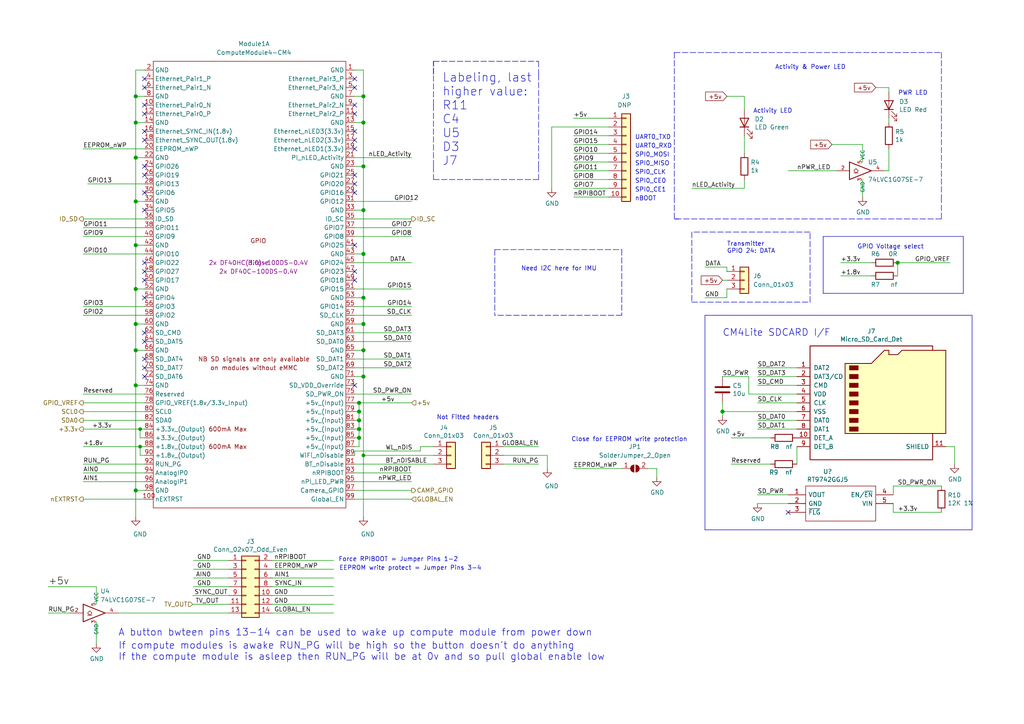
<source format=kicad_sch>
(kicad_sch (version 20210621) (generator eeschema)

  (uuid cb684eed-3081-49a3-96fa-5d9da736421c)

  (paper "A4")

  (title_block
    (title "Drone Compute Module 4 Base Carrier")
    (date "2021-10-05")
    (rev "v01")
    (comment 2 "creativecommons.org/licenses/by-sa/4.0")
    (comment 3 "License: CC BY-SA 4.0")
    (comment 4 "Used by: Chase W. & Kaden T.")
    (comment 5 "Originated from Shawn Hymel")
  )

  (lib_symbols
    (symbol "CM4IO:74LVC1G07_copy" (in_bom yes) (on_board yes)
      (property "Reference" "U" (id 0) (at -2.54 3.81 0)
        (effects (font (size 1.27 1.27)))
      )
      (property "Value" "74LVC1G07_copy" (id 1) (at 0 -3.81 0)
        (effects (font (size 1.27 1.27)))
      )
      (property "Footprint" "Package_TO_SOT_SMD:SOT-353_SC-70-5" (id 2) (at 0 0 0)
        (effects (font (size 1.27 1.27)) hide)
      )
      (property "Datasheet" "http://www.ti.com/lit/sg/scyt129e/scyt129e.pdf" (id 3) (at 0 0 0)
        (effects (font (size 1.27 1.27)) hide)
      )
      (property "ki_keywords" "Single Gate Buff LVC CMOS Open Drain" (id 4) (at 0 0 0)
        (effects (font (size 1.27 1.27)) hide)
      )
      (property "ki_description" "Single Buffer Gate w/ Open Drain, Low-Voltage CMOS" (id 5) (at 0 0 0)
        (effects (font (size 1.27 1.27)) hide)
      )
      (property "ki_fp_filters" "SOT* SG-*" (id 6) (at 0 0 0)
        (effects (font (size 1.27 1.27)) hide)
      )
      (symbol "74LVC1G07_copy_0_1"
        (polyline
          (pts
            (xy -2.54 -0.635)
            (xy -1.27 -0.635)
          )
          (stroke (width 0)) (fill (type none))
        )
        (polyline
          (pts
            (xy -3.81 2.54)
            (xy -3.81 -2.54)
            (xy 2.54 0)
            (xy -3.81 2.54)
          )
          (stroke (width 0.254)) (fill (type none))
        )
        (polyline
          (pts
            (xy -1.905 0.635)
            (xy -2.54 0)
            (xy -1.905 -0.635)
            (xy -1.27 0)
            (xy -1.905 0.635)
          )
          (stroke (width 0)) (fill (type none))
        )
      )
      (symbol "74LVC1G07_copy_1_1"
        (pin input line (at -7.62 0 0) (length 3.81)
          (name "~" (effects (font (size 1.016 1.016))))
          (number "2" (effects (font (size 1.016 1.016))))
        )
        (pin power_in line (at 0 -2.54 270) (length 0)
          (name "GND" (effects (font (size 1.016 1.016))))
          (number "3" (effects (font (size 1.016 1.016))))
        )
        (pin open_collector line (at 6.35 0 180) (length 3.81)
          (name "~" (effects (font (size 1.016 1.016))))
          (number "4" (effects (font (size 1.016 1.016))))
        )
        (pin power_in line (at 0 2.54 90) (length 0)
          (name "VCC" (effects (font (size 1.016 1.016))))
          (number "5" (effects (font (size 1.016 1.016))))
        )
      )
    )
    (symbol "CM4IO:ComputeModule4-CM4" (in_bom yes) (on_board yes)
      (property "Reference" "Module" (id 0) (at 113.03 -68.58 0)
        (effects (font (size 1.27 1.27)))
      )
      (property "Value" "ComputeModule4-CM4" (id 1) (at 140.97 2.54 0)
        (effects (font (size 1.27 1.27)))
      )
      (property "Footprint" "CM4IO:Raspberry-Pi-4-Compute-Module" (id 2) (at 142.24 -26.67 0)
        (effects (font (size 1.27 1.27)) hide)
      )
      (property "Datasheet" "" (id 3) (at 142.24 -26.67 0)
        (effects (font (size 1.27 1.27)) hide)
      )
      (property "Manufacturer" "Hirose" (id 4) (at 0 0 0)
        (effects (font (size 1.27 1.27)))
      )
      (property "MPN" "2x DF40C-100DS-0.4V" (id 5) (at 0 -2.54 0)
        (effects (font (size 1.27 1.27)))
      )
      (property "Digi-Key_PN" "2x H11615CT-ND" (id 6) (at 0 0 0)
        (effects (font (size 1.27 1.27)) hide)
      )
      (property "Digi-Key_PN (Alt)" "2x H124602CT-ND" (id 7) (at 0 0 0)
        (effects (font (size 1.27 1.27)) hide)
      )
      (property "MPN (Alt)" "2x DF40HC(3.0)-100DS-0.4V" (id 8) (at 0 0 0)
        (effects (font (size 1.27 1.27)))
      )
      (symbol "ComputeModule4-CM4_1_0"
        (text "GPIO" (at 0 6.35 0)
          (effects (font (size 1.27 1.27)))
        )
      )
      (symbol "ComputeModule4-CM4_1_1"
        (text "600mA Max" (at -8.89 -53.34 0)
          (effects (font (size 1.27 1.27)))
        )
        (text "600mA Max" (at -8.89 -48.26 0)
          (effects (font (size 1.27 1.27)))
        )
        (text "NB SD signals are only available" (at -1.27 -27.94 0)
          (effects (font (size 1.27 1.27)))
        )
        (text "on modules without eMMC" (at -1.27 -30.48 0)
          (effects (font (size 1.27 1.27)))
        )
        (rectangle (start -30.48 -71.12) (end 25.4 58.42)
          (stroke (width 0)) (fill (type none))
        )
        (pin power_in line (at 27.94 55.88 180) (length 2.54)
          (name "GND" (effects (font (size 1.27 1.27))))
          (number "1" (effects (font (size 1.27 1.27))))
        )
        (pin passive line (at -33.02 45.72 0) (length 2.54)
          (name "Ethernet_Pair0_N" (effects (font (size 1.27 1.27))))
          (number "10" (effects (font (size 1.27 1.27))))
        )
        (pin output line (at -33.02 -68.58 0) (length 2.54)
          (name "nEXTRST" (effects (font (size 1.27 1.27))))
          (number "100" (effects (font (size 1.27 1.27))))
        )
        (pin passive line (at 27.94 43.18 180) (length 2.54)
          (name "Ethernet_Pair2_P" (effects (font (size 1.27 1.27))))
          (number "11" (effects (font (size 1.27 1.27))))
        )
        (pin passive line (at -33.02 43.18 0) (length 2.54)
          (name "Ethernet_Pair0_P" (effects (font (size 1.27 1.27))))
          (number "12" (effects (font (size 1.27 1.27))))
        )
        (pin power_in line (at 27.94 40.64 180) (length 2.54)
          (name "GND" (effects (font (size 1.27 1.27))))
          (number "13" (effects (font (size 1.27 1.27))))
        )
        (pin power_in line (at -33.02 40.64 0) (length 2.54)
          (name "GND" (effects (font (size 1.27 1.27))))
          (number "14" (effects (font (size 1.27 1.27))))
        )
        (pin output line (at 27.94 38.1 180) (length 2.54)
          (name "Ethernet_nLED3(3.3v)" (effects (font (size 1.27 1.27))))
          (number "15" (effects (font (size 1.27 1.27))))
        )
        (pin input line (at -33.02 38.1 0) (length 2.54)
          (name "Ethernet_SYNC_IN(1.8v)" (effects (font (size 1.27 1.27))))
          (number "16" (effects (font (size 1.27 1.27))))
        )
        (pin output line (at 27.94 35.56 180) (length 2.54)
          (name "Ethernet_nLED2(3.3v)" (effects (font (size 1.27 1.27))))
          (number "17" (effects (font (size 1.27 1.27))))
        )
        (pin input line (at -33.02 35.56 0) (length 2.54)
          (name "Ethernet_SYNC_OUT(1.8v)" (effects (font (size 1.27 1.27))))
          (number "18" (effects (font (size 1.27 1.27))))
        )
        (pin output line (at 27.94 33.02 180) (length 2.54)
          (name "Ethernet_nLED1(3.3v)" (effects (font (size 1.27 1.27))))
          (number "19" (effects (font (size 1.27 1.27))))
        )
        (pin power_in line (at -33.02 55.88 0) (length 2.54)
          (name "GND" (effects (font (size 1.27 1.27))))
          (number "2" (effects (font (size 1.27 1.27))))
        )
        (pin passive line (at -33.02 33.02 0) (length 2.54)
          (name "EEPROM_nWP" (effects (font (size 1.27 1.27))))
          (number "20" (effects (font (size 1.27 1.27))))
        )
        (pin open_collector line (at 27.94 30.48 180) (length 2.54)
          (name "PI_nLED_Activity" (effects (font (size 1.27 1.27))))
          (number "21" (effects (font (size 1.27 1.27))))
        )
        (pin power_in line (at -33.02 30.48 0) (length 2.54)
          (name "GND" (effects (font (size 1.27 1.27))))
          (number "22" (effects (font (size 1.27 1.27))))
        )
        (pin power_in line (at 27.94 27.94 180) (length 2.54)
          (name "GND" (effects (font (size 1.27 1.27))))
          (number "23" (effects (font (size 1.27 1.27))))
        )
        (pin passive line (at -33.02 27.94 0) (length 2.54)
          (name "GPIO26" (effects (font (size 1.27 1.27))))
          (number "24" (effects (font (size 1.27 1.27))))
        )
        (pin passive line (at 27.94 25.4 180) (length 2.54)
          (name "GPIO21" (effects (font (size 1.27 1.27))))
          (number "25" (effects (font (size 1.27 1.27))))
        )
        (pin passive line (at -33.02 25.4 0) (length 2.54)
          (name "GPIO19" (effects (font (size 1.27 1.27))))
          (number "26" (effects (font (size 1.27 1.27))))
        )
        (pin passive line (at 27.94 22.86 180) (length 2.54)
          (name "GPIO20" (effects (font (size 1.27 1.27))))
          (number "27" (effects (font (size 1.27 1.27))))
        )
        (pin passive line (at -33.02 22.86 0) (length 2.54)
          (name "GPIO13" (effects (font (size 1.27 1.27))))
          (number "28" (effects (font (size 1.27 1.27))))
        )
        (pin passive line (at 27.94 20.32 180) (length 2.54)
          (name "GPIO16" (effects (font (size 1.27 1.27))))
          (number "29" (effects (font (size 1.27 1.27))))
        )
        (pin passive line (at 27.94 53.34 180) (length 2.54)
          (name "Ethernet_Pair3_P" (effects (font (size 1.27 1.27))))
          (number "3" (effects (font (size 1.27 1.27))))
        )
        (pin passive line (at -33.02 20.32 0) (length 2.54)
          (name "GPIO6" (effects (font (size 1.27 1.27))))
          (number "30" (effects (font (size 1.27 1.27))))
        )
        (pin passive line (at 27.94 17.78 180) (length 2.54)
          (name "GPIO12" (effects (font (size 1.27 1.27))))
          (number "31" (effects (font (size 1.27 1.27))))
        )
        (pin power_in line (at -33.02 17.78 0) (length 2.54)
          (name "GND" (effects (font (size 1.27 1.27))))
          (number "32" (effects (font (size 1.27 1.27))))
        )
        (pin power_in line (at 27.94 15.24 180) (length 2.54)
          (name "GND" (effects (font (size 1.27 1.27))))
          (number "33" (effects (font (size 1.27 1.27))))
        )
        (pin passive line (at -33.02 15.24 0) (length 2.54)
          (name "GPIO5" (effects (font (size 1.27 1.27))))
          (number "34" (effects (font (size 1.27 1.27))))
        )
        (pin passive line (at 27.94 12.7 180) (length 2.54)
          (name "ID_SC" (effects (font (size 1.27 1.27))))
          (number "35" (effects (font (size 1.27 1.27))))
        )
        (pin passive line (at -33.02 12.7 0) (length 2.54)
          (name "ID_SD" (effects (font (size 1.27 1.27))))
          (number "36" (effects (font (size 1.27 1.27))))
        )
        (pin passive line (at 27.94 10.16 180) (length 2.54)
          (name "GPIO7" (effects (font (size 1.27 1.27))))
          (number "37" (effects (font (size 1.27 1.27))))
        )
        (pin passive line (at -33.02 10.16 0) (length 2.54)
          (name "GPIO11" (effects (font (size 1.27 1.27))))
          (number "38" (effects (font (size 1.27 1.27))))
        )
        (pin passive line (at 27.94 7.62 180) (length 2.54)
          (name "GPIO8" (effects (font (size 1.27 1.27))))
          (number "39" (effects (font (size 1.27 1.27))))
        )
        (pin passive line (at -33.02 53.34 0) (length 2.54)
          (name "Ethernet_Pair1_P" (effects (font (size 1.27 1.27))))
          (number "4" (effects (font (size 1.27 1.27))))
        )
        (pin passive line (at -33.02 7.62 0) (length 2.54)
          (name "GPIO9" (effects (font (size 1.27 1.27))))
          (number "40" (effects (font (size 1.27 1.27))))
        )
        (pin passive line (at 27.94 5.08 180) (length 2.54)
          (name "GPIO25" (effects (font (size 1.27 1.27))))
          (number "41" (effects (font (size 1.27 1.27))))
        )
        (pin power_in line (at -33.02 5.08 0) (length 2.54)
          (name "GND" (effects (font (size 1.27 1.27))))
          (number "42" (effects (font (size 1.27 1.27))))
        )
        (pin power_in line (at 27.94 2.54 180) (length 2.54)
          (name "GND" (effects (font (size 1.27 1.27))))
          (number "43" (effects (font (size 1.27 1.27))))
        )
        (pin passive line (at -33.02 2.54 0) (length 2.54)
          (name "GPIO10" (effects (font (size 1.27 1.27))))
          (number "44" (effects (font (size 1.27 1.27))))
        )
        (pin passive line (at 27.94 0 180) (length 2.54)
          (name "GPIO24" (effects (font (size 1.27 1.27))))
          (number "45" (effects (font (size 1.27 1.27))))
        )
        (pin passive line (at -33.02 0 0) (length 2.54)
          (name "GPIO22" (effects (font (size 1.27 1.27))))
          (number "46" (effects (font (size 1.27 1.27))))
        )
        (pin passive line (at 27.94 -2.54 180) (length 2.54)
          (name "GPIO23" (effects (font (size 1.27 1.27))))
          (number "47" (effects (font (size 1.27 1.27))))
        )
        (pin passive line (at -33.02 -2.54 0) (length 2.54)
          (name "GPIO27" (effects (font (size 1.27 1.27))))
          (number "48" (effects (font (size 1.27 1.27))))
        )
        (pin passive line (at 27.94 -5.08 180) (length 2.54)
          (name "GPIO18" (effects (font (size 1.27 1.27))))
          (number "49" (effects (font (size 1.27 1.27))))
        )
        (pin passive line (at 27.94 50.8 180) (length 2.54)
          (name "Ethernet_Pair3_N" (effects (font (size 1.27 1.27))))
          (number "5" (effects (font (size 1.27 1.27))))
        )
        (pin passive line (at -33.02 -5.08 0) (length 2.54)
          (name "GPIO17" (effects (font (size 1.27 1.27))))
          (number "50" (effects (font (size 1.27 1.27))))
        )
        (pin passive line (at 27.94 -7.62 180) (length 2.54)
          (name "GPIO15" (effects (font (size 1.27 1.27))))
          (number "51" (effects (font (size 1.27 1.27))))
        )
        (pin power_in line (at -33.02 -7.62 0) (length 2.54)
          (name "GND" (effects (font (size 1.27 1.27))))
          (number "52" (effects (font (size 1.27 1.27))))
        )
        (pin power_in line (at 27.94 -10.16 180) (length 2.54)
          (name "GND" (effects (font (size 1.27 1.27))))
          (number "53" (effects (font (size 1.27 1.27))))
        )
        (pin passive line (at -33.02 -10.16 0) (length 2.54)
          (name "GPIO4" (effects (font (size 1.27 1.27))))
          (number "54" (effects (font (size 1.27 1.27))))
        )
        (pin passive line (at 27.94 -12.7 180) (length 2.54)
          (name "GPIO14" (effects (font (size 1.27 1.27))))
          (number "55" (effects (font (size 1.27 1.27))))
        )
        (pin passive line (at -33.02 -12.7 0) (length 2.54)
          (name "GPIO3" (effects (font (size 1.27 1.27))))
          (number "56" (effects (font (size 1.27 1.27))))
        )
        (pin passive line (at 27.94 -15.24 180) (length 2.54)
          (name "SD_CLK" (effects (font (size 1.27 1.27))))
          (number "57" (effects (font (size 1.27 1.27))))
        )
        (pin passive line (at -33.02 -15.24 0) (length 2.54)
          (name "GPIO2" (effects (font (size 1.27 1.27))))
          (number "58" (effects (font (size 1.27 1.27))))
        )
        (pin power_in line (at 27.94 -17.78 180) (length 2.54)
          (name "GND" (effects (font (size 1.27 1.27))))
          (number "59" (effects (font (size 1.27 1.27))))
        )
        (pin passive line (at -33.02 50.8 0) (length 2.54)
          (name "Ethernet_Pair1_N" (effects (font (size 1.27 1.27))))
          (number "6" (effects (font (size 1.27 1.27))))
        )
        (pin power_in line (at -33.02 -17.78 0) (length 2.54)
          (name "GND" (effects (font (size 1.27 1.27))))
          (number "60" (effects (font (size 1.27 1.27))))
        )
        (pin passive line (at 27.94 -20.32 180) (length 2.54)
          (name "SD_DAT3" (effects (font (size 1.27 1.27))))
          (number "61" (effects (font (size 1.27 1.27))))
        )
        (pin passive line (at -33.02 -20.32 0) (length 2.54)
          (name "SD_CMD" (effects (font (size 1.27 1.27))))
          (number "62" (effects (font (size 1.27 1.27))))
        )
        (pin passive line (at 27.94 -22.86 180) (length 2.54)
          (name "SD_DAT0" (effects (font (size 1.27 1.27))))
          (number "63" (effects (font (size 1.27 1.27))))
        )
        (pin passive line (at -33.02 -22.86 0) (length 2.54)
          (name "SD_DAT5" (effects (font (size 1.27 1.27))))
          (number "64" (effects (font (size 1.27 1.27))))
        )
        (pin power_in line (at 27.94 -25.4 180) (length 2.54)
          (name "GND" (effects (font (size 1.27 1.27))))
          (number "65" (effects (font (size 1.27 1.27))))
        )
        (pin power_in line (at -33.02 -25.4 0) (length 2.54)
          (name "GND" (effects (font (size 1.27 1.27))))
          (number "66" (effects (font (size 1.27 1.27))))
        )
        (pin passive line (at 27.94 -27.94 180) (length 2.54)
          (name "SD_DAT1" (effects (font (size 1.27 1.27))))
          (number "67" (effects (font (size 1.27 1.27))))
        )
        (pin passive line (at -33.02 -27.94 0) (length 2.54)
          (name "SD_DAT4" (effects (font (size 1.27 1.27))))
          (number "68" (effects (font (size 1.27 1.27))))
        )
        (pin passive line (at 27.94 -30.48 180) (length 2.54)
          (name "SD_DAT2" (effects (font (size 1.27 1.27))))
          (number "69" (effects (font (size 1.27 1.27))))
        )
        (pin power_in line (at 27.94 48.26 180) (length 2.54)
          (name "GND" (effects (font (size 1.27 1.27))))
          (number "7" (effects (font (size 1.27 1.27))))
        )
        (pin passive line (at -33.02 -30.48 0) (length 2.54)
          (name "SD_DAT7" (effects (font (size 1.27 1.27))))
          (number "70" (effects (font (size 1.27 1.27))))
        )
        (pin power_in line (at 27.94 -33.02 180) (length 2.54)
          (name "GND" (effects (font (size 1.27 1.27))))
          (number "71" (effects (font (size 1.27 1.27))))
        )
        (pin passive line (at -33.02 -33.02 0) (length 2.54)
          (name "SD_DAT6" (effects (font (size 1.27 1.27))))
          (number "72" (effects (font (size 1.27 1.27))))
        )
        (pin input line (at 27.94 -35.56 180) (length 2.54)
          (name "SD_VDD_Override" (effects (font (size 1.27 1.27))))
          (number "73" (effects (font (size 1.27 1.27))))
        )
        (pin power_in line (at -33.02 -35.56 0) (length 2.54)
          (name "GND" (effects (font (size 1.27 1.27))))
          (number "74" (effects (font (size 1.27 1.27))))
        )
        (pin output line (at 27.94 -38.1 180) (length 2.54)
          (name "SD_PWR_ON" (effects (font (size 1.27 1.27))))
          (number "75" (effects (font (size 1.27 1.27))))
        )
        (pin passive line (at -33.02 -38.1 0) (length 2.54)
          (name "Reserved" (effects (font (size 1.27 1.27))))
          (number "76" (effects (font (size 1.27 1.27))))
        )
        (pin power_in line (at 27.94 -40.64 180) (length 2.54)
          (name "+5v_(Input)" (effects (font (size 1.27 1.27))))
          (number "77" (effects (font (size 1.27 1.27))))
        )
        (pin power_in line (at -33.02 -40.64 0) (length 2.54)
          (name "GPIO_VREF(1.8v/3.3v_Input)" (effects (font (size 1.27 1.27))))
          (number "78" (effects (font (size 1.27 1.27))))
        )
        (pin power_in line (at 27.94 -43.18 180) (length 2.54)
          (name "+5v_(Input)" (effects (font (size 1.27 1.27))))
          (number "79" (effects (font (size 1.27 1.27))))
        )
        (pin power_in line (at -33.02 48.26 0) (length 2.54)
          (name "GND" (effects (font (size 1.27 1.27))))
          (number "8" (effects (font (size 1.27 1.27))))
        )
        (pin passive line (at -33.02 -43.18 0) (length 2.54)
          (name "SCL0" (effects (font (size 1.27 1.27))))
          (number "80" (effects (font (size 1.27 1.27))))
        )
        (pin power_in line (at 27.94 -45.72 180) (length 2.54)
          (name "+5v_(Input)" (effects (font (size 1.27 1.27))))
          (number "81" (effects (font (size 1.27 1.27))))
        )
        (pin passive line (at -33.02 -45.72 0) (length 2.54)
          (name "SDA0" (effects (font (size 1.27 1.27))))
          (number "82" (effects (font (size 1.27 1.27))))
        )
        (pin power_in line (at 27.94 -48.26 180) (length 2.54)
          (name "+5v_(Input)" (effects (font (size 1.27 1.27))))
          (number "83" (effects (font (size 1.27 1.27))))
        )
        (pin power_out line (at -33.02 -48.26 0) (length 2.54)
          (name "+3.3v_(Output)" (effects (font (size 1.27 1.27))))
          (number "84" (effects (font (size 1.27 1.27))))
        )
        (pin power_in line (at 27.94 -50.8 180) (length 2.54)
          (name "+5v_(Input)" (effects (font (size 1.27 1.27))))
          (number "85" (effects (font (size 1.27 1.27))))
        )
        (pin power_out line (at -33.02 -50.8 0) (length 2.54)
          (name "+3.3v_(Output)" (effects (font (size 1.27 1.27))))
          (number "86" (effects (font (size 1.27 1.27))))
        )
        (pin power_in line (at 27.94 -53.34 180) (length 2.54)
          (name "+5v_(Input)" (effects (font (size 1.27 1.27))))
          (number "87" (effects (font (size 1.27 1.27))))
        )
        (pin power_out line (at -33.02 -53.34 0) (length 2.54)
          (name "+1.8v_(Output)" (effects (font (size 1.27 1.27))))
          (number "88" (effects (font (size 1.27 1.27))))
        )
        (pin power_in line (at 27.94 -55.88 180) (length 2.54)
          (name "WiFi_nDisable" (effects (font (size 1.27 1.27))))
          (number "89" (effects (font (size 1.27 1.27))))
        )
        (pin passive line (at 27.94 45.72 180) (length 2.54)
          (name "Ethernet_Pair2_N" (effects (font (size 1.27 1.27))))
          (number "9" (effects (font (size 1.27 1.27))))
        )
        (pin power_out line (at -33.02 -55.88 0) (length 2.54)
          (name "+1.8v_(Output)" (effects (font (size 1.27 1.27))))
          (number "90" (effects (font (size 1.27 1.27))))
        )
        (pin power_in line (at 27.94 -58.42 180) (length 2.54)
          (name "BT_nDisable" (effects (font (size 1.27 1.27))))
          (number "91" (effects (font (size 1.27 1.27))))
        )
        (pin passive line (at -33.02 -58.42 0) (length 2.54)
          (name "RUN_PG" (effects (font (size 1.27 1.27))))
          (number "92" (effects (font (size 1.27 1.27))))
        )
        (pin input line (at 27.94 -60.96 180) (length 2.54)
          (name "nRPIBOOT" (effects (font (size 1.27 1.27))))
          (number "93" (effects (font (size 1.27 1.27))))
        )
        (pin passive line (at -33.02 -60.96 0) (length 2.54)
          (name "AnalogIP0" (effects (font (size 1.27 1.27))))
          (number "94" (effects (font (size 1.27 1.27))))
        )
        (pin output line (at 27.94 -63.5 180) (length 2.54)
          (name "nPI_LED_PWR" (effects (font (size 1.27 1.27))))
          (number "95" (effects (font (size 1.27 1.27))))
        )
        (pin passive line (at -33.02 -63.5 0) (length 2.54)
          (name "AnalogIP1" (effects (font (size 1.27 1.27))))
          (number "96" (effects (font (size 1.27 1.27))))
        )
        (pin passive line (at 27.94 -66.04 180) (length 2.54)
          (name "Camera_GPIO" (effects (font (size 1.27 1.27))))
          (number "97" (effects (font (size 1.27 1.27))))
        )
        (pin power_in line (at -33.02 -66.04 0) (length 2.54)
          (name "GND" (effects (font (size 1.27 1.27))))
          (number "98" (effects (font (size 1.27 1.27))))
        )
        (pin input line (at 27.94 -68.58 180) (length 2.54)
          (name "Global_EN" (effects (font (size 1.27 1.27))))
          (number "99" (effects (font (size 1.27 1.27))))
        )
      )
      (symbol "ComputeModule4-CM4_2_1"
        (text "High Speed Serial" (at 140.97 0 0)
          (effects (font (size 1.27 1.27)))
        )
        (rectangle (start 114.3 -66.04) (end 165.1 63.5)
          (stroke (width 0)) (fill (type none))
        )
        (pin input line (at 170.18 60.96 180) (length 5.08)
          (name "USB_OTG_ID" (effects (font (size 1.27 1.27))))
          (number "101" (effects (font (size 1.27 1.27))))
        )
        (pin input line (at 109.22 60.96 0) (length 5.08)
          (name "PCIe_CLK_nREQ" (effects (font (size 1.27 1.27))))
          (number "102" (effects (font (size 1.27 1.27))))
        )
        (pin passive line (at 170.18 58.42 180) (length 5.08)
          (name "USB2_N" (effects (font (size 1.27 1.27))))
          (number "103" (effects (font (size 1.27 1.27))))
        )
        (pin passive line (at 109.22 58.42 0) (length 5.08)
          (name "Reserved" (effects (font (size 1.27 1.27))))
          (number "104" (effects (font (size 1.27 1.27))))
        )
        (pin passive line (at 170.18 55.88 180) (length 5.08)
          (name "USB2_P" (effects (font (size 1.27 1.27))))
          (number "105" (effects (font (size 1.27 1.27))))
        )
        (pin passive line (at 109.22 55.88 0) (length 5.08)
          (name "Reserved" (effects (font (size 1.27 1.27))))
          (number "106" (effects (font (size 1.27 1.27))))
        )
        (pin power_in line (at 170.18 53.34 180) (length 5.08)
          (name "GND" (effects (font (size 1.27 1.27))))
          (number "107" (effects (font (size 1.27 1.27))))
        )
        (pin power_in line (at 109.22 53.34 0) (length 5.08)
          (name "GND" (effects (font (size 1.27 1.27))))
          (number "108" (effects (font (size 1.27 1.27))))
        )
        (pin bidirectional line (at 170.18 50.8 180) (length 5.08)
          (name "PCIe_nRST" (effects (font (size 1.27 1.27))))
          (number "109" (effects (font (size 1.27 1.27))))
        )
        (pin output line (at 109.22 50.8 0) (length 5.08)
          (name "PCIe_CLK_P" (effects (font (size 1.27 1.27))))
          (number "110" (effects (font (size 1.27 1.27))))
        )
        (pin passive line (at 170.18 48.26 180) (length 5.08)
          (name "VDAC_COMP" (effects (font (size 1.27 1.27))))
          (number "111" (effects (font (size 1.27 1.27))))
        )
        (pin output line (at 109.22 48.26 0) (length 5.08)
          (name "PCIe_CLK_N" (effects (font (size 1.27 1.27))))
          (number "112" (effects (font (size 1.27 1.27))))
        )
        (pin power_in line (at 170.18 45.72 180) (length 5.08)
          (name "GND" (effects (font (size 1.27 1.27))))
          (number "113" (effects (font (size 1.27 1.27))))
        )
        (pin power_in line (at 109.22 45.72 0) (length 5.08)
          (name "GND" (effects (font (size 1.27 1.27))))
          (number "114" (effects (font (size 1.27 1.27))))
        )
        (pin input line (at 170.18 43.18 180) (length 5.08)
          (name "CAM1_D0_N" (effects (font (size 1.27 1.27))))
          (number "115" (effects (font (size 1.27 1.27))))
        )
        (pin input line (at 109.22 43.18 0) (length 5.08)
          (name "PCIe_RX_P" (effects (font (size 1.27 1.27))))
          (number "116" (effects (font (size 1.27 1.27))))
        )
        (pin input line (at 170.18 40.64 180) (length 5.08)
          (name "CAM1_D0_P" (effects (font (size 1.27 1.27))))
          (number "117" (effects (font (size 1.27 1.27))))
        )
        (pin input line (at 109.22 40.64 0) (length 5.08)
          (name "PCIe_RX_N" (effects (font (size 1.27 1.27))))
          (number "118" (effects (font (size 1.27 1.27))))
        )
        (pin power_in line (at 170.18 38.1 180) (length 5.08)
          (name "GND" (effects (font (size 1.27 1.27))))
          (number "119" (effects (font (size 1.27 1.27))))
        )
        (pin power_in line (at 109.22 38.1 0) (length 5.08)
          (name "GND" (effects (font (size 1.27 1.27))))
          (number "120" (effects (font (size 1.27 1.27))))
        )
        (pin input line (at 170.18 35.56 180) (length 5.08)
          (name "CAM1_D1_N" (effects (font (size 1.27 1.27))))
          (number "121" (effects (font (size 1.27 1.27))))
        )
        (pin output line (at 109.22 35.56 0) (length 5.08)
          (name "PCIe_TX_P" (effects (font (size 1.27 1.27))))
          (number "122" (effects (font (size 1.27 1.27))))
        )
        (pin input line (at 170.18 33.02 180) (length 5.08)
          (name "CAM1_D1_P" (effects (font (size 1.27 1.27))))
          (number "123" (effects (font (size 1.27 1.27))))
        )
        (pin output line (at 109.22 33.02 0) (length 5.08)
          (name "PCIe_TX_N" (effects (font (size 1.27 1.27))))
          (number "124" (effects (font (size 1.27 1.27))))
        )
        (pin power_in line (at 170.18 30.48 180) (length 5.08)
          (name "GND" (effects (font (size 1.27 1.27))))
          (number "125" (effects (font (size 1.27 1.27))))
        )
        (pin power_in line (at 109.22 30.48 0) (length 5.08)
          (name "GND" (effects (font (size 1.27 1.27))))
          (number "126" (effects (font (size 1.27 1.27))))
        )
        (pin input line (at 170.18 27.94 180) (length 5.08)
          (name "CAM1_C_N" (effects (font (size 1.27 1.27))))
          (number "127" (effects (font (size 1.27 1.27))))
        )
        (pin input line (at 109.22 27.94 0) (length 5.08)
          (name "CAM0_D0_N" (effects (font (size 1.27 1.27))))
          (number "128" (effects (font (size 1.27 1.27))))
        )
        (pin input line (at 170.18 25.4 180) (length 5.08)
          (name "CAM1_C_P" (effects (font (size 1.27 1.27))))
          (number "129" (effects (font (size 1.27 1.27))))
        )
        (pin input line (at 109.22 25.4 0) (length 5.08)
          (name "CAM0_D0_P" (effects (font (size 1.27 1.27))))
          (number "130" (effects (font (size 1.27 1.27))))
        )
        (pin power_in line (at 170.18 22.86 180) (length 5.08)
          (name "GND" (effects (font (size 1.27 1.27))))
          (number "131" (effects (font (size 1.27 1.27))))
        )
        (pin power_in line (at 109.22 22.86 0) (length 5.08)
          (name "GND" (effects (font (size 1.27 1.27))))
          (number "132" (effects (font (size 1.27 1.27))))
        )
        (pin input line (at 170.18 20.32 180) (length 5.08)
          (name "CAM1_D2_N" (effects (font (size 1.27 1.27))))
          (number "133" (effects (font (size 1.27 1.27))))
        )
        (pin input line (at 109.22 20.32 0) (length 5.08)
          (name "CAM0_D1_N" (effects (font (size 1.27 1.27))))
          (number "134" (effects (font (size 1.27 1.27))))
        )
        (pin input line (at 170.18 17.78 180) (length 5.08)
          (name "CAM1_D2_P" (effects (font (size 1.27 1.27))))
          (number "135" (effects (font (size 1.27 1.27))))
        )
        (pin input line (at 109.22 17.78 0) (length 5.08)
          (name "CAM0_D1_P" (effects (font (size 1.27 1.27))))
          (number "136" (effects (font (size 1.27 1.27))))
        )
        (pin power_in line (at 170.18 15.24 180) (length 5.08)
          (name "GND" (effects (font (size 1.27 1.27))))
          (number "137" (effects (font (size 1.27 1.27))))
        )
        (pin power_in line (at 109.22 15.24 0) (length 5.08)
          (name "GND" (effects (font (size 1.27 1.27))))
          (number "138" (effects (font (size 1.27 1.27))))
        )
        (pin input line (at 170.18 12.7 180) (length 5.08)
          (name "CAM1_D3_N" (effects (font (size 1.27 1.27))))
          (number "139" (effects (font (size 1.27 1.27))))
        )
        (pin input line (at 109.22 12.7 0) (length 5.08)
          (name "CAM0_C_N" (effects (font (size 1.27 1.27))))
          (number "140" (effects (font (size 1.27 1.27))))
        )
        (pin input line (at 170.18 10.16 180) (length 5.08)
          (name "CAM1_D3_P" (effects (font (size 1.27 1.27))))
          (number "141" (effects (font (size 1.27 1.27))))
        )
        (pin input line (at 109.22 10.16 0) (length 5.08)
          (name "CAM0_C_P" (effects (font (size 1.27 1.27))))
          (number "142" (effects (font (size 1.27 1.27))))
        )
        (pin input line (at 170.18 7.62 180) (length 5.08)
          (name "HDMI1_HOTPLUG" (effects (font (size 1.27 1.27))))
          (number "143" (effects (font (size 1.27 1.27))))
        )
        (pin power_in line (at 109.22 7.62 0) (length 5.08)
          (name "GND" (effects (font (size 1.27 1.27))))
          (number "144" (effects (font (size 1.27 1.27))))
        )
        (pin bidirectional line (at 170.18 5.08 180) (length 5.08)
          (name "HDMI1_SDA" (effects (font (size 1.27 1.27))))
          (number "145" (effects (font (size 1.27 1.27))))
        )
        (pin output line (at 109.22 5.08 0) (length 5.08)
          (name "HDMI1_TX2_P" (effects (font (size 1.27 1.27))))
          (number "146" (effects (font (size 1.27 1.27))))
        )
        (pin open_collector line (at 170.18 2.54 180) (length 5.08)
          (name "HDMI1_SCL" (effects (font (size 1.27 1.27))))
          (number "147" (effects (font (size 1.27 1.27))))
        )
        (pin output line (at 109.22 2.54 0) (length 5.08)
          (name "HDMI1_TX2_N" (effects (font (size 1.27 1.27))))
          (number "148" (effects (font (size 1.27 1.27))))
        )
        (pin open_collector line (at 170.18 0 180) (length 5.08)
          (name "HDMI1_CEC" (effects (font (size 1.27 1.27))))
          (number "149" (effects (font (size 1.27 1.27))))
        )
        (pin power_in line (at 109.22 0 0) (length 5.08)
          (name "GND" (effects (font (size 1.27 1.27))))
          (number "150" (effects (font (size 1.27 1.27))))
        )
        (pin open_collector line (at 170.18 -2.54 180) (length 5.08)
          (name "HDMI0_CEC" (effects (font (size 1.27 1.27))))
          (number "151" (effects (font (size 1.27 1.27))))
        )
        (pin output line (at 109.22 -2.54 0) (length 5.08)
          (name "HDMI1_TX1_P" (effects (font (size 1.27 1.27))))
          (number "152" (effects (font (size 1.27 1.27))))
        )
        (pin input line (at 170.18 -5.08 180) (length 5.08)
          (name "HDMI0_HOTPLUG" (effects (font (size 1.27 1.27))))
          (number "153" (effects (font (size 1.27 1.27))))
        )
        (pin output line (at 109.22 -5.08 0) (length 5.08)
          (name "HDMI1_TX1_N" (effects (font (size 1.27 1.27))))
          (number "154" (effects (font (size 1.27 1.27))))
        )
        (pin power_in line (at 170.18 -7.62 180) (length 5.08)
          (name "GND" (effects (font (size 1.27 1.27))))
          (number "155" (effects (font (size 1.27 1.27))))
        )
        (pin power_in line (at 109.22 -7.62 0) (length 5.08)
          (name "GND" (effects (font (size 1.27 1.27))))
          (number "156" (effects (font (size 1.27 1.27))))
        )
        (pin output line (at 170.18 -10.16 180) (length 5.08)
          (name "DSI0_D0_N" (effects (font (size 1.27 1.27))))
          (number "157" (effects (font (size 1.27 1.27))))
        )
        (pin output line (at 109.22 -10.16 0) (length 5.08)
          (name "HDMI1_TX0_P" (effects (font (size 1.27 1.27))))
          (number "158" (effects (font (size 1.27 1.27))))
        )
        (pin output line (at 170.18 -12.7 180) (length 5.08)
          (name "DSI0_D0_P" (effects (font (size 1.27 1.27))))
          (number "159" (effects (font (size 1.27 1.27))))
        )
        (pin output line (at 109.22 -12.7 0) (length 5.08)
          (name "HDMI1_TX0_N" (effects (font (size 1.27 1.27))))
          (number "160" (effects (font (size 1.27 1.27))))
        )
        (pin power_in line (at 170.18 -15.24 180) (length 5.08)
          (name "GND" (effects (font (size 1.27 1.27))))
          (number "161" (effects (font (size 1.27 1.27))))
        )
        (pin power_in line (at 109.22 -15.24 0) (length 5.08)
          (name "GND" (effects (font (size 1.27 1.27))))
          (number "162" (effects (font (size 1.27 1.27))))
        )
        (pin output line (at 170.18 -17.78 180) (length 5.08)
          (name "DSI0_D1_N" (effects (font (size 1.27 1.27))))
          (number "163" (effects (font (size 1.27 1.27))))
        )
        (pin output line (at 109.22 -17.78 0) (length 5.08)
          (name "HDMI1_CLK_P" (effects (font (size 1.27 1.27))))
          (number "164" (effects (font (size 1.27 1.27))))
        )
        (pin output line (at 170.18 -20.32 180) (length 5.08)
          (name "DSI0_D1_P" (effects (font (size 1.27 1.27))))
          (number "165" (effects (font (size 1.27 1.27))))
        )
        (pin output line (at 109.22 -20.32 0) (length 5.08)
          (name "HDMI1_CLK_N" (effects (font (size 1.27 1.27))))
          (number "166" (effects (font (size 1.27 1.27))))
        )
        (pin power_in line (at 170.18 -22.86 180) (length 5.08)
          (name "GND" (effects (font (size 1.27 1.27))))
          (number "167" (effects (font (size 1.27 1.27))))
        )
        (pin power_in line (at 109.22 -22.86 0) (length 5.08)
          (name "GND" (effects (font (size 1.27 1.27))))
          (number "168" (effects (font (size 1.27 1.27))))
        )
        (pin output line (at 170.18 -25.4 180) (length 5.08)
          (name "DSI0_C_N" (effects (font (size 1.27 1.27))))
          (number "169" (effects (font (size 1.27 1.27))))
        )
        (pin output line (at 109.22 -25.4 0) (length 5.08)
          (name "HDMI0_TX2_P" (effects (font (size 1.27 1.27))))
          (number "170" (effects (font (size 1.27 1.27))))
        )
        (pin output line (at 170.18 -27.94 180) (length 5.08)
          (name "DSI0_C_P" (effects (font (size 1.27 1.27))))
          (number "171" (effects (font (size 1.27 1.27))))
        )
        (pin output line (at 109.22 -27.94 0) (length 5.08)
          (name "HDMI0_TX2_N" (effects (font (size 1.27 1.27))))
          (number "172" (effects (font (size 1.27 1.27))))
        )
        (pin power_in line (at 170.18 -30.48 180) (length 5.08)
          (name "GND" (effects (font (size 1.27 1.27))))
          (number "173" (effects (font (size 1.27 1.27))))
        )
        (pin power_in line (at 109.22 -30.48 0) (length 5.08)
          (name "GND" (effects (font (size 1.27 1.27))))
          (number "174" (effects (font (size 1.27 1.27))))
        )
        (pin output line (at 170.18 -33.02 180) (length 5.08)
          (name "DSI1_D0_N" (effects (font (size 1.27 1.27))))
          (number "175" (effects (font (size 1.27 1.27))))
        )
        (pin output line (at 109.22 -33.02 0) (length 5.08)
          (name "HDMI0_TX1_P" (effects (font (size 1.27 1.27))))
          (number "176" (effects (font (size 1.27 1.27))))
        )
        (pin output line (at 170.18 -35.56 180) (length 5.08)
          (name "DSI1_D0_P" (effects (font (size 1.27 1.27))))
          (number "177" (effects (font (size 1.27 1.27))))
        )
        (pin output line (at 109.22 -35.56 0) (length 5.08)
          (name "HDMI0_TX1_N" (effects (font (size 1.27 1.27))))
          (number "178" (effects (font (size 1.27 1.27))))
        )
        (pin power_in line (at 170.18 -38.1 180) (length 5.08)
          (name "GND" (effects (font (size 1.27 1.27))))
          (number "179" (effects (font (size 1.27 1.27))))
        )
        (pin power_in line (at 109.22 -38.1 0) (length 5.08)
          (name "GND" (effects (font (size 1.27 1.27))))
          (number "180" (effects (font (size 1.27 1.27))))
        )
        (pin output line (at 170.18 -40.64 180) (length 5.08)
          (name "DSI1_D1_N" (effects (font (size 1.27 1.27))))
          (number "181" (effects (font (size 1.27 1.27))))
        )
        (pin output line (at 109.22 -40.64 0) (length 5.08)
          (name "HDMI0_TX0_P" (effects (font (size 1.27 1.27))))
          (number "182" (effects (font (size 1.27 1.27))))
        )
        (pin output line (at 170.18 -43.18 180) (length 5.08)
          (name "DSI1_D1_P" (effects (font (size 1.27 1.27))))
          (number "183" (effects (font (size 1.27 1.27))))
        )
        (pin output line (at 109.22 -43.18 0) (length 5.08)
          (name "HDMI0_TX0_N" (effects (font (size 1.27 1.27))))
          (number "184" (effects (font (size 1.27 1.27))))
        )
        (pin power_in line (at 170.18 -45.72 180) (length 5.08)
          (name "GND" (effects (font (size 1.27 1.27))))
          (number "185" (effects (font (size 1.27 1.27))))
        )
        (pin power_in line (at 109.22 -45.72 0) (length 5.08)
          (name "GND" (effects (font (size 1.27 1.27))))
          (number "186" (effects (font (size 1.27 1.27))))
        )
        (pin output line (at 170.18 -48.26 180) (length 5.08)
          (name "DSI1_C_N" (effects (font (size 1.27 1.27))))
          (number "187" (effects (font (size 1.27 1.27))))
        )
        (pin output line (at 109.22 -48.26 0) (length 5.08)
          (name "HDMI0_CLK_P" (effects (font (size 1.27 1.27))))
          (number "188" (effects (font (size 1.27 1.27))))
        )
        (pin output line (at 170.18 -50.8 180) (length 5.08)
          (name "DSI1_C_P" (effects (font (size 1.27 1.27))))
          (number "189" (effects (font (size 1.27 1.27))))
        )
        (pin output line (at 109.22 -50.8 0) (length 5.08)
          (name "HDMI0_CLK_N" (effects (font (size 1.27 1.27))))
          (number "190" (effects (font (size 1.27 1.27))))
        )
        (pin power_in line (at 170.18 -53.34 180) (length 5.08)
          (name "GND" (effects (font (size 1.27 1.27))))
          (number "191" (effects (font (size 1.27 1.27))))
        )
        (pin power_in line (at 109.22 -53.34 0) (length 5.08)
          (name "GND" (effects (font (size 1.27 1.27))))
          (number "192" (effects (font (size 1.27 1.27))))
        )
        (pin output line (at 170.18 -55.88 180) (length 5.08)
          (name "DSI1_D2_N" (effects (font (size 1.27 1.27))))
          (number "193" (effects (font (size 1.27 1.27))))
        )
        (pin output line (at 109.22 -55.88 0) (length 5.08)
          (name "DSI1_D3_N" (effects (font (size 1.27 1.27))))
          (number "194" (effects (font (size 1.27 1.27))))
        )
        (pin output line (at 170.18 -58.42 180) (length 5.08)
          (name "DSI1_D2_P" (effects (font (size 1.27 1.27))))
          (number "195" (effects (font (size 1.27 1.27))))
        )
        (pin output line (at 109.22 -58.42 0) (length 5.08)
          (name "DSI1_D3_P" (effects (font (size 1.27 1.27))))
          (number "196" (effects (font (size 1.27 1.27))))
        )
        (pin power_in line (at 170.18 -60.96 180) (length 5.08)
          (name "GND" (effects (font (size 1.27 1.27))))
          (number "197" (effects (font (size 1.27 1.27))))
        )
        (pin power_in line (at 109.22 -60.96 0) (length 5.08)
          (name "GND" (effects (font (size 1.27 1.27))))
          (number "198" (effects (font (size 1.27 1.27))))
        )
        (pin bidirectional line (at 170.18 -63.5 180) (length 5.08)
          (name "HDMI0_SDA" (effects (font (size 1.27 1.27))))
          (number "199" (effects (font (size 1.27 1.27))))
        )
        (pin open_collector line (at 109.22 -63.5 0) (length 5.08)
          (name "HDMI0_SCL" (effects (font (size 1.27 1.27))))
          (number "200" (effects (font (size 1.27 1.27))))
        )
      )
    )
    (symbol "Connector:Micro_SD_Card_Det" (pin_names (offset 1.016)) (in_bom yes) (on_board yes)
      (property "Reference" "J" (id 0) (at -16.51 17.78 0)
        (effects (font (size 1.27 1.27)))
      )
      (property "Value" "Micro_SD_Card_Det" (id 1) (at 16.51 17.78 0)
        (effects (font (size 1.27 1.27)) (justify right))
      )
      (property "Footprint" "" (id 2) (at 52.07 17.78 0)
        (effects (font (size 1.27 1.27)) hide)
      )
      (property "Datasheet" "https://www.hirose.com/product/en/download_file/key_name/DM3/category/Catalog/doc_file_id/49662/?file_category_id=4&item_id=195&is_series=1" (id 3) (at 0 2.54 0)
        (effects (font (size 1.27 1.27)) hide)
      )
      (property "ki_keywords" "connector SD microsd" (id 4) (at 0 0 0)
        (effects (font (size 1.27 1.27)) hide)
      )
      (property "ki_description" "Micro SD Card Socket with card detection pins" (id 5) (at 0 0 0)
        (effects (font (size 1.27 1.27)) hide)
      )
      (property "ki_fp_filters" "microSD*" (id 6) (at 0 0 0)
        (effects (font (size 1.27 1.27)) hide)
      )
      (symbol "Micro_SD_Card_Det_0_1"
        (rectangle (start -7.62 -6.985) (end -5.08 -8.255)
          (stroke (width 0)) (fill (type outline))
        )
        (rectangle (start -7.62 -4.445) (end -5.08 -5.715)
          (stroke (width 0)) (fill (type outline))
        )
        (rectangle (start -7.62 -1.905) (end -5.08 -3.175)
          (stroke (width 0)) (fill (type outline))
        )
        (rectangle (start -7.62 0.635) (end -5.08 -0.635)
          (stroke (width 0)) (fill (type outline))
        )
        (rectangle (start -7.62 3.175) (end -5.08 1.905)
          (stroke (width 0)) (fill (type outline))
        )
        (rectangle (start -7.62 5.715) (end -5.08 4.445)
          (stroke (width 0)) (fill (type outline))
        )
        (rectangle (start -7.62 8.255) (end -5.08 6.985)
          (stroke (width 0)) (fill (type outline))
        )
        (rectangle (start -7.62 10.795) (end -5.08 9.525)
          (stroke (width 0)) (fill (type outline))
        )
        (polyline
          (pts
            (xy 16.51 15.24)
            (xy 16.51 16.51)
            (xy -19.05 16.51)
            (xy -19.05 -16.51)
            (xy 16.51 -16.51)
            (xy 16.51 -8.89)
          )
          (stroke (width 0.254)) (fill (type none))
        )
        (polyline
          (pts
            (xy -8.89 -8.89)
            (xy -8.89 11.43)
            (xy -1.27 11.43)
            (xy 2.54 15.24)
            (xy 3.81 15.24)
            (xy 3.81 13.97)
            (xy 6.35 13.97)
            (xy 7.62 15.24)
            (xy 20.32 15.24)
            (xy 20.32 -8.89)
            (xy -8.89 -8.89)
          )
          (stroke (width 0.254)) (fill (type background))
        )
      )
      (symbol "Micro_SD_Card_Det_1_1"
        (pin bidirectional line (at -22.86 10.16 0) (length 3.81)
          (name "DAT2" (effects (font (size 1.27 1.27))))
          (number "1" (effects (font (size 1.27 1.27))))
        )
        (pin passive line (at -22.86 -10.16 0) (length 3.81)
          (name "DET_A" (effects (font (size 1.27 1.27))))
          (number "10" (effects (font (size 1.27 1.27))))
        )
        (pin passive line (at 20.32 -12.7 180) (length 3.81)
          (name "SHIELD" (effects (font (size 1.27 1.27))))
          (number "11" (effects (font (size 1.27 1.27))))
        )
        (pin bidirectional line (at -22.86 7.62 0) (length 3.81)
          (name "DAT3/CD" (effects (font (size 1.27 1.27))))
          (number "2" (effects (font (size 1.27 1.27))))
        )
        (pin input line (at -22.86 5.08 0) (length 3.81)
          (name "CMD" (effects (font (size 1.27 1.27))))
          (number "3" (effects (font (size 1.27 1.27))))
        )
        (pin power_in line (at -22.86 2.54 0) (length 3.81)
          (name "VDD" (effects (font (size 1.27 1.27))))
          (number "4" (effects (font (size 1.27 1.27))))
        )
        (pin input line (at -22.86 0 0) (length 3.81)
          (name "CLK" (effects (font (size 1.27 1.27))))
          (number "5" (effects (font (size 1.27 1.27))))
        )
        (pin power_in line (at -22.86 -2.54 0) (length 3.81)
          (name "VSS" (effects (font (size 1.27 1.27))))
          (number "6" (effects (font (size 1.27 1.27))))
        )
        (pin bidirectional line (at -22.86 -5.08 0) (length 3.81)
          (name "DAT0" (effects (font (size 1.27 1.27))))
          (number "7" (effects (font (size 1.27 1.27))))
        )
        (pin bidirectional line (at -22.86 -7.62 0) (length 3.81)
          (name "DAT1" (effects (font (size 1.27 1.27))))
          (number "8" (effects (font (size 1.27 1.27))))
        )
        (pin passive line (at -22.86 -12.7 0) (length 3.81)
          (name "DET_B" (effects (font (size 1.27 1.27))))
          (number "9" (effects (font (size 1.27 1.27))))
        )
      )
    )
    (symbol "Connector_Generic:Conn_01x03" (pin_names (offset 1.016) hide) (in_bom yes) (on_board yes)
      (property "Reference" "J" (id 0) (at 0 5.08 0)
        (effects (font (size 1.27 1.27)))
      )
      (property "Value" "Conn_01x03" (id 1) (at 0 -5.08 0)
        (effects (font (size 1.27 1.27)))
      )
      (property "Footprint" "" (id 2) (at 0 0 0)
        (effects (font (size 1.27 1.27)) hide)
      )
      (property "Datasheet" "~" (id 3) (at 0 0 0)
        (effects (font (size 1.27 1.27)) hide)
      )
      (property "ki_keywords" "connector" (id 4) (at 0 0 0)
        (effects (font (size 1.27 1.27)) hide)
      )
      (property "ki_description" "Generic connector, single row, 01x03, script generated (kicad-library-utils/schlib/autogen/connector/)" (id 5) (at 0 0 0)
        (effects (font (size 1.27 1.27)) hide)
      )
      (property "ki_fp_filters" "Connector*:*_1x??_*" (id 6) (at 0 0 0)
        (effects (font (size 1.27 1.27)) hide)
      )
      (symbol "Conn_01x03_1_1"
        (rectangle (start -1.27 -2.413) (end 0 -2.667)
          (stroke (width 0.1524)) (fill (type none))
        )
        (rectangle (start -1.27 0.127) (end 0 -0.127)
          (stroke (width 0.1524)) (fill (type none))
        )
        (rectangle (start -1.27 2.667) (end 0 2.413)
          (stroke (width 0.1524)) (fill (type none))
        )
        (rectangle (start -1.27 3.81) (end 1.27 -3.81)
          (stroke (width 0.254)) (fill (type background))
        )
        (pin passive line (at -5.08 2.54 0) (length 3.81)
          (name "Pin_1" (effects (font (size 1.27 1.27))))
          (number "1" (effects (font (size 1.27 1.27))))
        )
        (pin passive line (at -5.08 0 0) (length 3.81)
          (name "Pin_2" (effects (font (size 1.27 1.27))))
          (number "2" (effects (font (size 1.27 1.27))))
        )
        (pin passive line (at -5.08 -2.54 0) (length 3.81)
          (name "Pin_3" (effects (font (size 1.27 1.27))))
          (number "3" (effects (font (size 1.27 1.27))))
        )
      )
    )
    (symbol "Connector_Generic:Conn_01x10" (pin_names (offset 1.016) hide) (in_bom yes) (on_board yes)
      (property "Reference" "J" (id 0) (at 0 12.7 0)
        (effects (font (size 1.27 1.27)))
      )
      (property "Value" "Conn_01x10" (id 1) (at 0 -15.24 0)
        (effects (font (size 1.27 1.27)))
      )
      (property "Footprint" "" (id 2) (at 0 0 0)
        (effects (font (size 1.27 1.27)) hide)
      )
      (property "Datasheet" "~" (id 3) (at 0 0 0)
        (effects (font (size 1.27 1.27)) hide)
      )
      (property "ki_keywords" "connector" (id 4) (at 0 0 0)
        (effects (font (size 1.27 1.27)) hide)
      )
      (property "ki_description" "Generic connector, single row, 01x10, script generated (kicad-library-utils/schlib/autogen/connector/)" (id 5) (at 0 0 0)
        (effects (font (size 1.27 1.27)) hide)
      )
      (property "ki_fp_filters" "Connector*:*_1x??_*" (id 6) (at 0 0 0)
        (effects (font (size 1.27 1.27)) hide)
      )
      (symbol "Conn_01x10_1_1"
        (rectangle (start -1.27 -12.573) (end 0 -12.827)
          (stroke (width 0.1524)) (fill (type none))
        )
        (rectangle (start -1.27 -10.033) (end 0 -10.287)
          (stroke (width 0.1524)) (fill (type none))
        )
        (rectangle (start -1.27 -7.493) (end 0 -7.747)
          (stroke (width 0.1524)) (fill (type none))
        )
        (rectangle (start -1.27 -4.953) (end 0 -5.207)
          (stroke (width 0.1524)) (fill (type none))
        )
        (rectangle (start -1.27 -2.413) (end 0 -2.667)
          (stroke (width 0.1524)) (fill (type none))
        )
        (rectangle (start -1.27 0.127) (end 0 -0.127)
          (stroke (width 0.1524)) (fill (type none))
        )
        (rectangle (start -1.27 2.667) (end 0 2.413)
          (stroke (width 0.1524)) (fill (type none))
        )
        (rectangle (start -1.27 5.207) (end 0 4.953)
          (stroke (width 0.1524)) (fill (type none))
        )
        (rectangle (start -1.27 7.747) (end 0 7.493)
          (stroke (width 0.1524)) (fill (type none))
        )
        (rectangle (start -1.27 10.287) (end 0 10.033)
          (stroke (width 0.1524)) (fill (type none))
        )
        (rectangle (start -1.27 11.43) (end 1.27 -13.97)
          (stroke (width 0.254)) (fill (type background))
        )
        (pin passive line (at -5.08 10.16 0) (length 3.81)
          (name "Pin_1" (effects (font (size 1.27 1.27))))
          (number "1" (effects (font (size 1.27 1.27))))
        )
        (pin passive line (at -5.08 -12.7 0) (length 3.81)
          (name "Pin_10" (effects (font (size 1.27 1.27))))
          (number "10" (effects (font (size 1.27 1.27))))
        )
        (pin passive line (at -5.08 7.62 0) (length 3.81)
          (name "Pin_2" (effects (font (size 1.27 1.27))))
          (number "2" (effects (font (size 1.27 1.27))))
        )
        (pin passive line (at -5.08 5.08 0) (length 3.81)
          (name "Pin_3" (effects (font (size 1.27 1.27))))
          (number "3" (effects (font (size 1.27 1.27))))
        )
        (pin passive line (at -5.08 2.54 0) (length 3.81)
          (name "Pin_4" (effects (font (size 1.27 1.27))))
          (number "4" (effects (font (size 1.27 1.27))))
        )
        (pin passive line (at -5.08 0 0) (length 3.81)
          (name "Pin_5" (effects (font (size 1.27 1.27))))
          (number "5" (effects (font (size 1.27 1.27))))
        )
        (pin passive line (at -5.08 -2.54 0) (length 3.81)
          (name "Pin_6" (effects (font (size 1.27 1.27))))
          (number "6" (effects (font (size 1.27 1.27))))
        )
        (pin passive line (at -5.08 -5.08 0) (length 3.81)
          (name "Pin_7" (effects (font (size 1.27 1.27))))
          (number "7" (effects (font (size 1.27 1.27))))
        )
        (pin passive line (at -5.08 -7.62 0) (length 3.81)
          (name "Pin_8" (effects (font (size 1.27 1.27))))
          (number "8" (effects (font (size 1.27 1.27))))
        )
        (pin passive line (at -5.08 -10.16 0) (length 3.81)
          (name "Pin_9" (effects (font (size 1.27 1.27))))
          (number "9" (effects (font (size 1.27 1.27))))
        )
      )
    )
    (symbol "Connector_Generic:Conn_02x07_Odd_Even" (pin_names (offset 1.016) hide) (in_bom yes) (on_board yes)
      (property "Reference" "J" (id 0) (at 1.27 10.16 0)
        (effects (font (size 1.27 1.27)))
      )
      (property "Value" "Conn_02x07_Odd_Even" (id 1) (at 1.27 -10.16 0)
        (effects (font (size 1.27 1.27)))
      )
      (property "Footprint" "" (id 2) (at 0 0 0)
        (effects (font (size 1.27 1.27)) hide)
      )
      (property "Datasheet" "~" (id 3) (at 0 0 0)
        (effects (font (size 1.27 1.27)) hide)
      )
      (property "ki_keywords" "connector" (id 4) (at 0 0 0)
        (effects (font (size 1.27 1.27)) hide)
      )
      (property "ki_description" "Generic connector, double row, 02x07, odd/even pin numbering scheme (row 1 odd numbers, row 2 even numbers), script generated (kicad-library-utils/schlib/autogen/connector/)" (id 5) (at 0 0 0)
        (effects (font (size 1.27 1.27)) hide)
      )
      (property "ki_fp_filters" "Connector*:*_2x??_*" (id 6) (at 0 0 0)
        (effects (font (size 1.27 1.27)) hide)
      )
      (symbol "Conn_02x07_Odd_Even_1_1"
        (rectangle (start -1.27 -7.493) (end 0 -7.747)
          (stroke (width 0.1524)) (fill (type none))
        )
        (rectangle (start -1.27 -4.953) (end 0 -5.207)
          (stroke (width 0.1524)) (fill (type none))
        )
        (rectangle (start -1.27 -2.413) (end 0 -2.667)
          (stroke (width 0.1524)) (fill (type none))
        )
        (rectangle (start -1.27 0.127) (end 0 -0.127)
          (stroke (width 0.1524)) (fill (type none))
        )
        (rectangle (start -1.27 2.667) (end 0 2.413)
          (stroke (width 0.1524)) (fill (type none))
        )
        (rectangle (start -1.27 5.207) (end 0 4.953)
          (stroke (width 0.1524)) (fill (type none))
        )
        (rectangle (start -1.27 7.747) (end 0 7.493)
          (stroke (width 0.1524)) (fill (type none))
        )
        (rectangle (start 3.81 -7.493) (end 2.54 -7.747)
          (stroke (width 0.1524)) (fill (type none))
        )
        (rectangle (start 3.81 -4.953) (end 2.54 -5.207)
          (stroke (width 0.1524)) (fill (type none))
        )
        (rectangle (start 3.81 -2.413) (end 2.54 -2.667)
          (stroke (width 0.1524)) (fill (type none))
        )
        (rectangle (start 3.81 0.127) (end 2.54 -0.127)
          (stroke (width 0.1524)) (fill (type none))
        )
        (rectangle (start 3.81 2.667) (end 2.54 2.413)
          (stroke (width 0.1524)) (fill (type none))
        )
        (rectangle (start 3.81 5.207) (end 2.54 4.953)
          (stroke (width 0.1524)) (fill (type none))
        )
        (rectangle (start 3.81 7.747) (end 2.54 7.493)
          (stroke (width 0.1524)) (fill (type none))
        )
        (rectangle (start -1.27 8.89) (end 3.81 -8.89)
          (stroke (width 0.254)) (fill (type background))
        )
        (pin passive line (at -5.08 7.62 0) (length 3.81)
          (name "Pin_1" (effects (font (size 1.27 1.27))))
          (number "1" (effects (font (size 1.27 1.27))))
        )
        (pin passive line (at 7.62 -2.54 180) (length 3.81)
          (name "Pin_10" (effects (font (size 1.27 1.27))))
          (number "10" (effects (font (size 1.27 1.27))))
        )
        (pin passive line (at -5.08 -5.08 0) (length 3.81)
          (name "Pin_11" (effects (font (size 1.27 1.27))))
          (number "11" (effects (font (size 1.27 1.27))))
        )
        (pin passive line (at 7.62 -5.08 180) (length 3.81)
          (name "Pin_12" (effects (font (size 1.27 1.27))))
          (number "12" (effects (font (size 1.27 1.27))))
        )
        (pin passive line (at -5.08 -7.62 0) (length 3.81)
          (name "Pin_13" (effects (font (size 1.27 1.27))))
          (number "13" (effects (font (size 1.27 1.27))))
        )
        (pin passive line (at 7.62 -7.62 180) (length 3.81)
          (name "Pin_14" (effects (font (size 1.27 1.27))))
          (number "14" (effects (font (size 1.27 1.27))))
        )
        (pin passive line (at 7.62 7.62 180) (length 3.81)
          (name "Pin_2" (effects (font (size 1.27 1.27))))
          (number "2" (effects (font (size 1.27 1.27))))
        )
        (pin passive line (at -5.08 5.08 0) (length 3.81)
          (name "Pin_3" (effects (font (size 1.27 1.27))))
          (number "3" (effects (font (size 1.27 1.27))))
        )
        (pin passive line (at 7.62 5.08 180) (length 3.81)
          (name "Pin_4" (effects (font (size 1.27 1.27))))
          (number "4" (effects (font (size 1.27 1.27))))
        )
        (pin passive line (at -5.08 2.54 0) (length 3.81)
          (name "Pin_5" (effects (font (size 1.27 1.27))))
          (number "5" (effects (font (size 1.27 1.27))))
        )
        (pin passive line (at 7.62 2.54 180) (length 3.81)
          (name "Pin_6" (effects (font (size 1.27 1.27))))
          (number "6" (effects (font (size 1.27 1.27))))
        )
        (pin passive line (at -5.08 0 0) (length 3.81)
          (name "Pin_7" (effects (font (size 1.27 1.27))))
          (number "7" (effects (font (size 1.27 1.27))))
        )
        (pin passive line (at 7.62 0 180) (length 3.81)
          (name "Pin_8" (effects (font (size 1.27 1.27))))
          (number "8" (effects (font (size 1.27 1.27))))
        )
        (pin passive line (at -5.08 -2.54 0) (length 3.81)
          (name "Pin_9" (effects (font (size 1.27 1.27))))
          (number "9" (effects (font (size 1.27 1.27))))
        )
      )
    )
    (symbol "Device:C" (pin_numbers hide) (pin_names (offset 0.254)) (in_bom yes) (on_board yes)
      (property "Reference" "C" (id 0) (at 0.635 2.54 0)
        (effects (font (size 1.27 1.27)) (justify left))
      )
      (property "Value" "C" (id 1) (at 0.635 -2.54 0)
        (effects (font (size 1.27 1.27)) (justify left))
      )
      (property "Footprint" "" (id 2) (at 0.9652 -3.81 0)
        (effects (font (size 1.27 1.27)) hide)
      )
      (property "Datasheet" "~" (id 3) (at 0 0 0)
        (effects (font (size 1.27 1.27)) hide)
      )
      (property "ki_keywords" "cap capacitor" (id 4) (at 0 0 0)
        (effects (font (size 1.27 1.27)) hide)
      )
      (property "ki_description" "Unpolarized capacitor" (id 5) (at 0 0 0)
        (effects (font (size 1.27 1.27)) hide)
      )
      (property "ki_fp_filters" "C_*" (id 6) (at 0 0 0)
        (effects (font (size 1.27 1.27)) hide)
      )
      (symbol "C_0_1"
        (polyline
          (pts
            (xy -2.032 -0.762)
            (xy 2.032 -0.762)
          )
          (stroke (width 0.508)) (fill (type none))
        )
        (polyline
          (pts
            (xy -2.032 0.762)
            (xy 2.032 0.762)
          )
          (stroke (width 0.508)) (fill (type none))
        )
      )
      (symbol "C_1_1"
        (pin passive line (at 0 3.81 270) (length 2.794)
          (name "~" (effects (font (size 1.27 1.27))))
          (number "1" (effects (font (size 1.27 1.27))))
        )
        (pin passive line (at 0 -3.81 90) (length 2.794)
          (name "~" (effects (font (size 1.27 1.27))))
          (number "2" (effects (font (size 1.27 1.27))))
        )
      )
    )
    (symbol "Device:LED" (pin_numbers hide) (pin_names (offset 1.016) hide) (in_bom yes) (on_board yes)
      (property "Reference" "D" (id 0) (at 0 2.54 0)
        (effects (font (size 1.27 1.27)))
      )
      (property "Value" "LED" (id 1) (at 0 -2.54 0)
        (effects (font (size 1.27 1.27)))
      )
      (property "Footprint" "" (id 2) (at 0 0 0)
        (effects (font (size 1.27 1.27)) hide)
      )
      (property "Datasheet" "~" (id 3) (at 0 0 0)
        (effects (font (size 1.27 1.27)) hide)
      )
      (property "ki_keywords" "LED diode" (id 4) (at 0 0 0)
        (effects (font (size 1.27 1.27)) hide)
      )
      (property "ki_description" "Light emitting diode" (id 5) (at 0 0 0)
        (effects (font (size 1.27 1.27)) hide)
      )
      (property "ki_fp_filters" "LED* LED_SMD:* LED_THT:*" (id 6) (at 0 0 0)
        (effects (font (size 1.27 1.27)) hide)
      )
      (symbol "LED_0_1"
        (polyline
          (pts
            (xy -1.27 -1.27)
            (xy -1.27 1.27)
          )
          (stroke (width 0.254)) (fill (type none))
        )
        (polyline
          (pts
            (xy -1.27 0)
            (xy 1.27 0)
          )
          (stroke (width 0)) (fill (type none))
        )
        (polyline
          (pts
            (xy 1.27 -1.27)
            (xy 1.27 1.27)
            (xy -1.27 0)
            (xy 1.27 -1.27)
          )
          (stroke (width 0.254)) (fill (type none))
        )
        (polyline
          (pts
            (xy -3.048 -0.762)
            (xy -4.572 -2.286)
            (xy -3.81 -2.286)
            (xy -4.572 -2.286)
            (xy -4.572 -1.524)
          )
          (stroke (width 0)) (fill (type none))
        )
        (polyline
          (pts
            (xy -1.778 -0.762)
            (xy -3.302 -2.286)
            (xy -2.54 -2.286)
            (xy -3.302 -2.286)
            (xy -3.302 -1.524)
          )
          (stroke (width 0)) (fill (type none))
        )
      )
      (symbol "LED_1_1"
        (pin passive line (at -3.81 0 0) (length 2.54)
          (name "K" (effects (font (size 1.27 1.27))))
          (number "1" (effects (font (size 1.27 1.27))))
        )
        (pin passive line (at 3.81 0 180) (length 2.54)
          (name "A" (effects (font (size 1.27 1.27))))
          (number "2" (effects (font (size 1.27 1.27))))
        )
      )
    )
    (symbol "Device:R" (pin_numbers hide) (pin_names (offset 0)) (in_bom yes) (on_board yes)
      (property "Reference" "R" (id 0) (at 2.032 0 90)
        (effects (font (size 1.27 1.27)))
      )
      (property "Value" "R" (id 1) (at 0 0 90)
        (effects (font (size 1.27 1.27)))
      )
      (property "Footprint" "" (id 2) (at -1.778 0 90)
        (effects (font (size 1.27 1.27)) hide)
      )
      (property "Datasheet" "~" (id 3) (at 0 0 0)
        (effects (font (size 1.27 1.27)) hide)
      )
      (property "ki_keywords" "R res resistor" (id 4) (at 0 0 0)
        (effects (font (size 1.27 1.27)) hide)
      )
      (property "ki_description" "Resistor" (id 5) (at 0 0 0)
        (effects (font (size 1.27 1.27)) hide)
      )
      (property "ki_fp_filters" "R_*" (id 6) (at 0 0 0)
        (effects (font (size 1.27 1.27)) hide)
      )
      (symbol "R_0_1"
        (rectangle (start -1.016 -2.54) (end 1.016 2.54)
          (stroke (width 0.254)) (fill (type none))
        )
      )
      (symbol "R_1_1"
        (pin passive line (at 0 3.81 270) (length 1.27)
          (name "~" (effects (font (size 1.27 1.27))))
          (number "1" (effects (font (size 1.27 1.27))))
        )
        (pin passive line (at 0 -3.81 90) (length 1.27)
          (name "~" (effects (font (size 1.27 1.27))))
          (number "2" (effects (font (size 1.27 1.27))))
        )
      )
    )
    (symbol "Jumper:SolderJumper_2_Open" (pin_names (offset 0) hide) (in_bom yes) (on_board yes)
      (property "Reference" "JP" (id 0) (at 0 2.032 0)
        (effects (font (size 1.27 1.27)))
      )
      (property "Value" "SolderJumper_2_Open" (id 1) (at 0 -2.54 0)
        (effects (font (size 1.27 1.27)))
      )
      (property "Footprint" "" (id 2) (at 0 0 0)
        (effects (font (size 1.27 1.27)) hide)
      )
      (property "Datasheet" "~" (id 3) (at 0 0 0)
        (effects (font (size 1.27 1.27)) hide)
      )
      (property "ki_keywords" "solder jumper SPST" (id 4) (at 0 0 0)
        (effects (font (size 1.27 1.27)) hide)
      )
      (property "ki_description" "Solder Jumper, 2-pole, open" (id 5) (at 0 0 0)
        (effects (font (size 1.27 1.27)) hide)
      )
      (property "ki_fp_filters" "SolderJumper*Open*" (id 6) (at 0 0 0)
        (effects (font (size 1.27 1.27)) hide)
      )
      (symbol "SolderJumper_2_Open_0_1"
        (arc (start -0.254 1.016) (end -0.254 -1.016) (radius (at -0.254 0) (length 1.016) (angles 90.1 -90.1))
          (stroke (width 0)) (fill (type none))
        )
        (arc (start 0.254 -1.016) (end 0.254 1.016) (radius (at 0.254 0) (length 1.016) (angles -89.9 89.9))
          (stroke (width 0)) (fill (type none))
        )
        (arc (start -0.254 1.016) (end -0.254 -1.016) (radius (at -0.254 0) (length 1.016) (angles 90.1 -90.1))
          (stroke (width 0)) (fill (type outline))
        )
        (arc (start 0.254 -1.016) (end 0.254 1.016) (radius (at 0.254 0) (length 1.016) (angles -89.9 89.9))
          (stroke (width 0)) (fill (type outline))
        )
        (polyline
          (pts
            (xy -0.254 1.016)
            (xy -0.254 -1.016)
          )
          (stroke (width 0)) (fill (type none))
        )
        (polyline
          (pts
            (xy 0.254 1.016)
            (xy 0.254 -1.016)
          )
          (stroke (width 0)) (fill (type none))
        )
      )
      (symbol "SolderJumper_2_Open_1_1"
        (pin passive line (at -3.81 0 0) (length 2.54)
          (name "A" (effects (font (size 1.27 1.27))))
          (number "1" (effects (font (size 1.27 1.27))))
        )
        (pin passive line (at 3.81 0 180) (length 2.54)
          (name "B" (effects (font (size 1.27 1.27))))
          (number "2" (effects (font (size 1.27 1.27))))
        )
      )
    )
    (symbol "RT9742GGJ5:RT9742GGJ5" (pin_names (offset 0.762)) (in_bom yes) (on_board yes)
      (property "Reference" "IC" (id 0) (at 26.67 7.62 0)
        (effects (font (size 1.27 1.27)) (justify left))
      )
      (property "Value" "RT9742GGJ5" (id 1) (at 26.67 5.08 0)
        (effects (font (size 1.27 1.27)) (justify left))
      )
      (property "Footprint" "SOT94P280X100-5N" (id 2) (at 26.67 2.54 0)
        (effects (font (size 1.27 1.27)) (justify left) hide)
      )
      (property "Datasheet" "https://componentsearchengine.com/Datasheets/2/RT9742GGJ5.pdf" (id 3) (at 26.67 0 0)
        (effects (font (size 1.27 1.27)) (justify left) hide)
      )
      (property "Description" "POWER LOAD SWITCH, HIGH SIDE, TSOT-23-5; Power Load Switch Type:High Side; Input Voltage:6V; Current Limit:1.1A; On State Resistance:0.07ohm; Distribution Switch Case Style:TSOT-23; No. of Pins:5Pins; Thermal Protection:Yes; On / RoHS Compliant: Yes" (id 4) (at 26.67 -2.54 0)
        (effects (font (size 1.27 1.27)) (justify left) hide)
      )
      (property "Height" "1" (id 5) (at 26.67 -5.08 0)
        (effects (font (size 1.27 1.27)) (justify left) hide)
      )
      (property "Manufacturer_Name" "RICHTEK" (id 6) (at 26.67 -7.62 0)
        (effects (font (size 1.27 1.27)) (justify left) hide)
      )
      (property "Manufacturer_Part_Number" "RT9742GGJ5" (id 7) (at 26.67 -10.16 0)
        (effects (font (size 1.27 1.27)) (justify left) hide)
      )
      (property "Mouser Part Number" "" (id 8) (at 26.67 -12.7 0)
        (effects (font (size 1.27 1.27)) (justify left) hide)
      )
      (property "Mouser Price/Stock" "" (id 9) (at 26.67 -15.24 0)
        (effects (font (size 1.27 1.27)) (justify left) hide)
      )
      (property "Arrow Part Number" "" (id 10) (at 26.67 -17.78 0)
        (effects (font (size 1.27 1.27)) (justify left) hide)
      )
      (property "Arrow Price/Stock" "" (id 11) (at 26.67 -20.32 0)
        (effects (font (size 1.27 1.27)) (justify left) hide)
      )
      (property "ki_description" "POWER LOAD SWITCH, HIGH SIDE, TSOT-23-5; Power Load Switch Type:High Side; Input Voltage:6V; Current Limit:1.1A; On State Resistance:0.07ohm; Distribution Switch Case Style:TSOT-23; No. of Pins:5Pins; Thermal Protection:Yes; On / RoHS Compliant: Yes" (id 12) (at 0 0 0)
        (effects (font (size 1.27 1.27)) hide)
      )
      (symbol "RT9742GGJ5_0_0"
        (pin passive line (at 0 0 0) (length 5.08)
          (name "VOUT" (effects (font (size 1.27 1.27))))
          (number "1" (effects (font (size 1.27 1.27))))
        )
        (pin passive line (at 0 -2.54 0) (length 5.08)
          (name "GND" (effects (font (size 1.27 1.27))))
          (number "2" (effects (font (size 1.27 1.27))))
        )
        (pin passive line (at 0 -5.08 0) (length 5.08)
          (name "~{FLG}" (effects (font (size 1.27 1.27))))
          (number "3" (effects (font (size 1.27 1.27))))
        )
        (pin passive line (at 30.48 0 180) (length 5.08)
          (name "EN/~{EN}" (effects (font (size 1.27 1.27))))
          (number "4" (effects (font (size 1.27 1.27))))
        )
        (pin passive line (at 30.48 -2.54 180) (length 5.08)
          (name "VIN" (effects (font (size 1.27 1.27))))
          (number "5" (effects (font (size 1.27 1.27))))
        )
      )
      (symbol "RT9742GGJ5_0_1"
        (polyline
          (pts
            (xy 5.08 2.54)
            (xy 25.4 2.54)
            (xy 25.4 -7.62)
            (xy 5.08 -7.62)
            (xy 5.08 2.54)
          )
          (stroke (width 0.1524)) (fill (type none))
        )
      )
    )
    (symbol "power:GND" (power) (pin_names (offset 0)) (in_bom yes) (on_board yes)
      (property "Reference" "#PWR" (id 0) (at 0 -6.35 0)
        (effects (font (size 1.27 1.27)) hide)
      )
      (property "Value" "GND" (id 1) (at 0 -3.81 0)
        (effects (font (size 1.27 1.27)))
      )
      (property "Footprint" "" (id 2) (at 0 0 0)
        (effects (font (size 1.27 1.27)) hide)
      )
      (property "Datasheet" "" (id 3) (at 0 0 0)
        (effects (font (size 1.27 1.27)) hide)
      )
      (property "ki_keywords" "power-flag" (id 4) (at 0 0 0)
        (effects (font (size 1.27 1.27)) hide)
      )
      (property "ki_description" "Power symbol creates a global label with name \"GND\" , ground" (id 5) (at 0 0 0)
        (effects (font (size 1.27 1.27)) hide)
      )
      (symbol "GND_0_1"
        (polyline
          (pts
            (xy 0 0)
            (xy 0 -1.27)
            (xy 1.27 -1.27)
            (xy 0 -2.54)
            (xy -1.27 -1.27)
            (xy 0 -1.27)
          )
          (stroke (width 0)) (fill (type none))
        )
      )
      (symbol "GND_1_1"
        (pin power_in line (at 0 0 270) (length 0) hide
          (name "GND" (effects (font (size 1.27 1.27))))
          (number "1" (effects (font (size 1.27 1.27))))
        )
      )
    )
  )


  (junction (at 39.37 27.94) (diameter 1.016) (color 0 0 0 0))
  (junction (at 39.37 35.56) (diameter 1.016) (color 0 0 0 0))
  (junction (at 39.37 45.72) (diameter 1.016) (color 0 0 0 0))
  (junction (at 39.37 58.42) (diameter 1.016) (color 0 0 0 0))
  (junction (at 39.37 71.12) (diameter 1.016) (color 0 0 0 0))
  (junction (at 39.37 83.82) (diameter 1.016) (color 0 0 0 0))
  (junction (at 39.37 93.98) (diameter 1.016) (color 0 0 0 0))
  (junction (at 39.37 101.6) (diameter 1.016) (color 0 0 0 0))
  (junction (at 39.37 111.76) (diameter 1.016) (color 0 0 0 0))
  (junction (at 39.37 142.24) (diameter 1.016) (color 0 0 0 0))
  (junction (at 40.64 124.46) (diameter 0) (color 0 0 0 0))
  (junction (at 40.64 129.54) (diameter 0) (color 0 0 0 0))
  (junction (at 104.14 116.84) (diameter 1.016) (color 0 0 0 0))
  (junction (at 104.14 119.38) (diameter 1.016) (color 0 0 0 0))
  (junction (at 104.14 121.92) (diameter 1.016) (color 0 0 0 0))
  (junction (at 104.14 124.46) (diameter 1.016) (color 0 0 0 0))
  (junction (at 104.14 127) (diameter 1.016) (color 0 0 0 0))
  (junction (at 105.41 27.94) (diameter 1.016) (color 0 0 0 0))
  (junction (at 105.41 35.56) (diameter 1.016) (color 0 0 0 0))
  (junction (at 105.41 48.26) (diameter 1.016) (color 0 0 0 0))
  (junction (at 105.41 60.96) (diameter 1.016) (color 0 0 0 0))
  (junction (at 105.41 73.66) (diameter 1.016) (color 0 0 0 0))
  (junction (at 105.41 86.36) (diameter 1.016) (color 0 0 0 0))
  (junction (at 105.41 93.98) (diameter 1.016) (color 0 0 0 0))
  (junction (at 105.41 101.6) (diameter 1.016) (color 0 0 0 0))
  (junction (at 105.41 109.22) (diameter 1.016) (color 0 0 0 0))
  (junction (at 105.41 132.08) (diameter 0) (color 0 0 0 0))
  (junction (at 209.55 119.38) (diameter 1.016) (color 0 0 0 0))
  (junction (at 260.35 76.2) (diameter 1.016) (color 0 0 0 0))

  (no_connect (at 41.91 22.86) (uuid 4f8b747e-ffe8-47dd-809b-46d4ad87db9c))
  (no_connect (at 41.91 25.4) (uuid 4f8b747e-ffe8-47dd-809b-46d4ad87db9c))
  (no_connect (at 41.91 30.48) (uuid 4f8b747e-ffe8-47dd-809b-46d4ad87db9c))
  (no_connect (at 41.91 33.02) (uuid 4f8b747e-ffe8-47dd-809b-46d4ad87db9c))
  (no_connect (at 41.91 38.1) (uuid 4f8b747e-ffe8-47dd-809b-46d4ad87db9c))
  (no_connect (at 41.91 40.64) (uuid 4f8b747e-ffe8-47dd-809b-46d4ad87db9c))
  (no_connect (at 41.91 48.26) (uuid 4f8b747e-ffe8-47dd-809b-46d4ad87db9c))
  (no_connect (at 41.91 50.8) (uuid 4f8b747e-ffe8-47dd-809b-46d4ad87db9c))
  (no_connect (at 41.91 55.88) (uuid 4f8b747e-ffe8-47dd-809b-46d4ad87db9c))
  (no_connect (at 41.91 60.96) (uuid 4f8b747e-ffe8-47dd-809b-46d4ad87db9c))
  (no_connect (at 41.91 76.2) (uuid 4f8b747e-ffe8-47dd-809b-46d4ad87db9c))
  (no_connect (at 41.91 78.74) (uuid 4f8b747e-ffe8-47dd-809b-46d4ad87db9c))
  (no_connect (at 41.91 81.28) (uuid 4f8b747e-ffe8-47dd-809b-46d4ad87db9c))
  (no_connect (at 41.91 86.36) (uuid 4f8b747e-ffe8-47dd-809b-46d4ad87db9c))
  (no_connect (at 41.91 96.52) (uuid 4f8b747e-ffe8-47dd-809b-46d4ad87db9c))
  (no_connect (at 41.91 99.06) (uuid 4f8b747e-ffe8-47dd-809b-46d4ad87db9c))
  (no_connect (at 41.91 104.14) (uuid 4f8b747e-ffe8-47dd-809b-46d4ad87db9c))
  (no_connect (at 41.91 106.68) (uuid 4f8b747e-ffe8-47dd-809b-46d4ad87db9c))
  (no_connect (at 41.91 109.22) (uuid 4f8b747e-ffe8-47dd-809b-46d4ad87db9c))
  (no_connect (at 102.87 22.86) (uuid 4f8b747e-ffe8-47dd-809b-46d4ad87db9c))
  (no_connect (at 102.87 25.4) (uuid 4f8b747e-ffe8-47dd-809b-46d4ad87db9c))
  (no_connect (at 102.87 30.48) (uuid 4f8b747e-ffe8-47dd-809b-46d4ad87db9c))
  (no_connect (at 102.87 33.02) (uuid 4f8b747e-ffe8-47dd-809b-46d4ad87db9c))
  (no_connect (at 102.87 38.1) (uuid 4f8b747e-ffe8-47dd-809b-46d4ad87db9c))
  (no_connect (at 102.87 40.64) (uuid 4f8b747e-ffe8-47dd-809b-46d4ad87db9c))
  (no_connect (at 102.87 43.18) (uuid 4f8b747e-ffe8-47dd-809b-46d4ad87db9c))
  (no_connect (at 102.87 50.8) (uuid 4f8b747e-ffe8-47dd-809b-46d4ad87db9c))
  (no_connect (at 102.87 53.34) (uuid 4f8b747e-ffe8-47dd-809b-46d4ad87db9c))
  (no_connect (at 102.87 55.88) (uuid 4f8b747e-ffe8-47dd-809b-46d4ad87db9c))
  (no_connect (at 102.87 71.12) (uuid 4f8b747e-ffe8-47dd-809b-46d4ad87db9c))
  (no_connect (at 102.87 78.74) (uuid 4f8b747e-ffe8-47dd-809b-46d4ad87db9c))
  (no_connect (at 102.87 81.28) (uuid 4f8b747e-ffe8-47dd-809b-46d4ad87db9c))
  (no_connect (at 102.87 111.76) (uuid 4f8b747e-ffe8-47dd-809b-46d4ad87db9c))
  (no_connect (at 228.6 148.59) (uuid ca596ccc-16d9-4007-9092-f21725bc00c2))

  (wire (pts (xy 13.97 170.18) (xy 27.94 170.18))
    (stroke (width 0) (type solid) (color 0 0 0 0))
    (uuid e1807a7f-7349-444a-a09c-8eedb2830a5c)
  )
  (wire (pts (xy 13.97 177.8) (xy 20.32 177.8))
    (stroke (width 0) (type default) (color 0 0 0 0))
    (uuid 3c55cbf8-f239-4113-b687-7a1094a1906e)
  )
  (wire (pts (xy 24.13 43.18) (xy 41.91 43.18))
    (stroke (width 0) (type solid) (color 0 0 0 0))
    (uuid d0e0b91e-faf2-4a0a-90a9-05662534e49a)
  )
  (wire (pts (xy 24.13 63.5) (xy 41.91 63.5))
    (stroke (width 0) (type default) (color 0 0 0 0))
    (uuid d610dd5b-7188-4c09-a5ca-a4f766fce57d)
  )
  (wire (pts (xy 24.13 66.04) (xy 41.91 66.04))
    (stroke (width 0) (type solid) (color 0 0 0 0))
    (uuid a955fa21-fc6d-473f-ba22-93d8e9fd66ce)
  )
  (wire (pts (xy 24.13 68.58) (xy 41.91 68.58))
    (stroke (width 0) (type solid) (color 0 0 0 0))
    (uuid 775c75fd-2f0c-4c11-b710-16ec7f7f139f)
  )
  (wire (pts (xy 24.13 73.66) (xy 41.91 73.66))
    (stroke (width 0) (type solid) (color 0 0 0 0))
    (uuid 47e57e9b-6425-47e0-ad06-f0689a54b73a)
  )
  (wire (pts (xy 24.13 88.9) (xy 41.91 88.9))
    (stroke (width 0) (type solid) (color 0 0 0 0))
    (uuid 9fc3e0e0-0073-4320-90d3-6287e172621a)
  )
  (wire (pts (xy 24.13 91.44) (xy 41.91 91.44))
    (stroke (width 0) (type solid) (color 0 0 0 0))
    (uuid 556a4b5d-d10f-450c-bb1e-050ba6b538cb)
  )
  (wire (pts (xy 24.13 114.3) (xy 41.91 114.3))
    (stroke (width 0) (type default) (color 0 0 0 0))
    (uuid 81524e8e-d5c8-4c3e-a096-120517587577)
  )
  (wire (pts (xy 24.13 116.84) (xy 41.91 116.84))
    (stroke (width 0) (type solid) (color 0 0 0 0))
    (uuid da179956-bbd5-49b6-9ff9-3feb6fca82df)
  )
  (wire (pts (xy 24.13 119.38) (xy 41.91 119.38))
    (stroke (width 0) (type default) (color 0 0 0 0))
    (uuid 1caddfdd-36c4-407f-a0a9-dbbae99c6585)
  )
  (wire (pts (xy 24.13 121.92) (xy 41.91 121.92))
    (stroke (width 0) (type default) (color 0 0 0 0))
    (uuid 39631f92-103d-40f3-8774-875389b3b6cb)
  )
  (wire (pts (xy 24.13 124.46) (xy 40.64 124.46))
    (stroke (width 0) (type default) (color 0 0 0 0))
    (uuid 30b2cf1f-6a1b-44cf-959a-2586ef84743e)
  )
  (wire (pts (xy 24.13 129.54) (xy 40.64 129.54))
    (stroke (width 0) (type default) (color 0 0 0 0))
    (uuid 4468efba-aa00-4e09-afcf-9421715a51cb)
  )
  (wire (pts (xy 24.13 134.62) (xy 41.91 134.62))
    (stroke (width 0) (type default) (color 0 0 0 0))
    (uuid d6e9d0fc-0573-4838-ac00-dde2bf2e6ee0)
  )
  (wire (pts (xy 24.13 137.16) (xy 41.91 137.16))
    (stroke (width 0) (type default) (color 0 0 0 0))
    (uuid 48732477-b198-49d8-8d3f-d15bbedbefdd)
  )
  (wire (pts (xy 24.13 139.7) (xy 41.91 139.7))
    (stroke (width 0) (type default) (color 0 0 0 0))
    (uuid 37be16eb-9e83-4648-9d31-95013acdf7aa)
  )
  (wire (pts (xy 24.13 144.78) (xy 41.91 144.78))
    (stroke (width 0) (type default) (color 0 0 0 0))
    (uuid 14cea973-c9f2-4b6a-91f3-1dcc6e6db567)
  )
  (wire (pts (xy 25.4 53.34) (xy 41.91 53.34))
    (stroke (width 0) (type default) (color 0 0 0 0))
    (uuid 05729afc-5dd5-44f1-a6a9-b52fa28d5ea0)
  )
  (wire (pts (xy 27.94 170.18) (xy 27.94 175.26))
    (stroke (width 0) (type solid) (color 0 0 0 0))
    (uuid bc2f1ccd-d5d0-490b-bcde-d9baa0024446)
  )
  (wire (pts (xy 27.94 180.34) (xy 27.94 186.69))
    (stroke (width 0) (type solid) (color 0 0 0 0))
    (uuid 9b0bc23a-9dad-4c67-8b61-51684254d4a2)
  )
  (wire (pts (xy 34.29 177.8) (xy 66.294 177.8))
    (stroke (width 0) (type solid) (color 0 0 0 0))
    (uuid c57324c0-fd90-4fac-91ab-ddb0d313d2da)
  )
  (wire (pts (xy 39.37 20.32) (xy 39.37 27.94))
    (stroke (width 0) (type solid) (color 0 0 0 0))
    (uuid eb544759-a19a-4e58-a403-7d814ad9663f)
  )
  (wire (pts (xy 39.37 27.94) (xy 39.37 35.56))
    (stroke (width 0) (type solid) (color 0 0 0 0))
    (uuid 15479cb2-7f94-4b7d-b3ac-39919a94a94c)
  )
  (wire (pts (xy 39.37 27.94) (xy 41.91 27.94))
    (stroke (width 0) (type solid) (color 0 0 0 0))
    (uuid 6a758d28-0a38-4956-b2e8-746f2d397205)
  )
  (wire (pts (xy 39.37 35.56) (xy 39.37 45.72))
    (stroke (width 0) (type solid) (color 0 0 0 0))
    (uuid bc4ed5d9-64e5-4a4c-ab44-706c00fb7461)
  )
  (wire (pts (xy 39.37 35.56) (xy 41.91 35.56))
    (stroke (width 0) (type solid) (color 0 0 0 0))
    (uuid 38255951-1e72-4353-8393-c3b7cda532ed)
  )
  (wire (pts (xy 39.37 45.72) (xy 39.37 58.42))
    (stroke (width 0) (type solid) (color 0 0 0 0))
    (uuid ed31c2e2-3bc6-415c-9f08-fe12eb95e343)
  )
  (wire (pts (xy 39.37 45.72) (xy 41.91 45.72))
    (stroke (width 0) (type solid) (color 0 0 0 0))
    (uuid 8bf96464-5e8c-4235-9357-02c82ab06ca0)
  )
  (wire (pts (xy 39.37 58.42) (xy 39.37 71.12))
    (stroke (width 0) (type solid) (color 0 0 0 0))
    (uuid 63c37abf-c7a9-4d36-bdab-55e435682ccc)
  )
  (wire (pts (xy 39.37 58.42) (xy 41.91 58.42))
    (stroke (width 0) (type solid) (color 0 0 0 0))
    (uuid 67d3d978-07c9-4094-82e4-ef9809085001)
  )
  (wire (pts (xy 39.37 71.12) (xy 39.37 83.82))
    (stroke (width 0) (type solid) (color 0 0 0 0))
    (uuid be9a70a6-30e3-4694-aebc-70e32d26c4ea)
  )
  (wire (pts (xy 39.37 71.12) (xy 41.91 71.12))
    (stroke (width 0) (type solid) (color 0 0 0 0))
    (uuid d9666f27-2c2d-4df5-a89f-501ecf6a8e24)
  )
  (wire (pts (xy 39.37 83.82) (xy 39.37 93.98))
    (stroke (width 0) (type solid) (color 0 0 0 0))
    (uuid 4032bead-f35d-4f7f-b4d7-a806dd7814c7)
  )
  (wire (pts (xy 39.37 83.82) (xy 41.91 83.82))
    (stroke (width 0) (type solid) (color 0 0 0 0))
    (uuid 414f96a7-fb0c-4d86-aa39-36c5be687f7f)
  )
  (wire (pts (xy 39.37 93.98) (xy 39.37 101.6))
    (stroke (width 0) (type solid) (color 0 0 0 0))
    (uuid da31a463-f941-4476-aae1-0e4df8ef0904)
  )
  (wire (pts (xy 39.37 93.98) (xy 41.91 93.98))
    (stroke (width 0) (type solid) (color 0 0 0 0))
    (uuid 9b272fba-6d99-4015-9404-2c7a06975808)
  )
  (wire (pts (xy 39.37 101.6) (xy 39.37 111.76))
    (stroke (width 0) (type solid) (color 0 0 0 0))
    (uuid 23b81095-6e1a-4e2d-b67a-170084bf0b10)
  )
  (wire (pts (xy 39.37 101.6) (xy 41.91 101.6))
    (stroke (width 0) (type solid) (color 0 0 0 0))
    (uuid f6db33f5-ff5a-42f1-9d75-cadd844da4c9)
  )
  (wire (pts (xy 39.37 111.76) (xy 39.37 142.24))
    (stroke (width 0) (type solid) (color 0 0 0 0))
    (uuid f599ef76-3ceb-4619-b506-2698af5dfefb)
  )
  (wire (pts (xy 39.37 111.76) (xy 41.91 111.76))
    (stroke (width 0) (type solid) (color 0 0 0 0))
    (uuid f954e90b-d4b4-4fae-80d9-f45728da0800)
  )
  (wire (pts (xy 39.37 142.24) (xy 39.37 149.86))
    (stroke (width 0) (type solid) (color 0 0 0 0))
    (uuid c89690b1-88a1-46c9-a713-e45da5b80926)
  )
  (wire (pts (xy 39.37 142.24) (xy 41.91 142.24))
    (stroke (width 0) (type solid) (color 0 0 0 0))
    (uuid b693fc0b-c2e8-449a-af0b-76756b49cf87)
  )
  (wire (pts (xy 40.64 124.46) (xy 40.64 127))
    (stroke (width 0) (type default) (color 0 0 0 0))
    (uuid df2e82c0-a3d5-4946-8152-65233aa3a667)
  )
  (wire (pts (xy 40.64 124.46) (xy 41.91 124.46))
    (stroke (width 0) (type default) (color 0 0 0 0))
    (uuid 30b2cf1f-6a1b-44cf-959a-2586ef84743e)
  )
  (wire (pts (xy 40.64 129.54) (xy 41.91 129.54))
    (stroke (width 0) (type default) (color 0 0 0 0))
    (uuid 4468efba-aa00-4e09-afcf-9421715a51cb)
  )
  (wire (pts (xy 40.64 132.08) (xy 40.64 129.54))
    (stroke (width 0) (type default) (color 0 0 0 0))
    (uuid c4ce216e-b486-4424-81ff-813b77cf8184)
  )
  (wire (pts (xy 41.91 20.32) (xy 39.37 20.32))
    (stroke (width 0) (type solid) (color 0 0 0 0))
    (uuid ef9e2cfe-343e-434c-9ce7-b2bfd3635e43)
  )
  (wire (pts (xy 41.91 127) (xy 40.64 127))
    (stroke (width 0) (type default) (color 0 0 0 0))
    (uuid df2e82c0-a3d5-4946-8152-65233aa3a667)
  )
  (wire (pts (xy 41.91 132.08) (xy 40.64 132.08))
    (stroke (width 0) (type default) (color 0 0 0 0))
    (uuid c4ce216e-b486-4424-81ff-813b77cf8184)
  )
  (wire (pts (xy 55.88 172.72) (xy 66.294 172.72))
    (stroke (width 0) (type solid) (color 0 0 0 0))
    (uuid e9ef7b2a-f5d0-494d-aca0-b690adadec24)
  )
  (wire (pts (xy 55.88 175.26) (xy 66.294 175.26))
    (stroke (width 0) (type solid) (color 0 0 0 0))
    (uuid 122156ca-c6ee-420d-a24a-4e7a49c97e97)
  )
  (wire (pts (xy 56.134 162.56) (xy 66.294 162.56))
    (stroke (width 0) (type solid) (color 0 0 0 0))
    (uuid 8cf45823-e228-4c4d-b181-c3d5cc04fd33)
  )
  (wire (pts (xy 56.134 165.1) (xy 66.294 165.1))
    (stroke (width 0) (type solid) (color 0 0 0 0))
    (uuid 14643793-e278-4225-a457-bec56ec83ef8)
  )
  (wire (pts (xy 56.134 167.64) (xy 66.294 167.64))
    (stroke (width 0) (type solid) (color 0 0 0 0))
    (uuid 963be071-6827-433c-9130-4c2505fc812a)
  )
  (wire (pts (xy 56.134 170.18) (xy 66.294 170.18))
    (stroke (width 0) (type solid) (color 0 0 0 0))
    (uuid a6ce575b-198e-42f3-8ff8-b8c6a126743d)
  )
  (wire (pts (xy 78.994 162.56) (xy 96.774 162.56))
    (stroke (width 0) (type solid) (color 0 0 0 0))
    (uuid c0438451-ee26-4c1a-bded-067f4440e349)
  )
  (wire (pts (xy 78.994 165.1) (xy 96.774 165.1))
    (stroke (width 0) (type solid) (color 0 0 0 0))
    (uuid b5a55176-bc68-4ab4-9e42-0861e36b3db8)
  )
  (wire (pts (xy 78.994 167.64) (xy 96.774 167.64))
    (stroke (width 0) (type solid) (color 0 0 0 0))
    (uuid ec3939d4-9227-4b43-8f9f-6eff6bf93b71)
  )
  (wire (pts (xy 78.994 170.18) (xy 96.774 170.18))
    (stroke (width 0) (type solid) (color 0 0 0 0))
    (uuid 705814bf-77ba-4c1c-b07a-6a0c1492b92c)
  )
  (wire (pts (xy 78.994 172.72) (xy 96.774 172.72))
    (stroke (width 0) (type solid) (color 0 0 0 0))
    (uuid 22aee172-355f-4568-b732-9aa9bd86e453)
  )
  (wire (pts (xy 78.994 175.26) (xy 96.774 175.26))
    (stroke (width 0) (type solid) (color 0 0 0 0))
    (uuid d33f966e-4a99-41bc-b7bf-7ec00552c2ac)
  )
  (wire (pts (xy 78.994 177.8) (xy 96.774 177.8))
    (stroke (width 0) (type solid) (color 0 0 0 0))
    (uuid 6cb789e5-ba07-4ee0-b5bb-d2cc65e8aedf)
  )
  (wire (pts (xy 102.87 20.32) (xy 105.41 20.32))
    (stroke (width 0) (type solid) (color 0 0 0 0))
    (uuid 1d44c6d6-eb53-4c1a-a9ee-e159c6aa430d)
  )
  (wire (pts (xy 102.87 27.94) (xy 105.41 27.94))
    (stroke (width 0) (type solid) (color 0 0 0 0))
    (uuid 57e1173f-b09d-4dd5-8328-9da39ad942cb)
  )
  (wire (pts (xy 102.87 35.56) (xy 105.41 35.56))
    (stroke (width 0) (type solid) (color 0 0 0 0))
    (uuid ca5fc2eb-328d-47dc-958d-61f8ed357ebe)
  )
  (wire (pts (xy 102.87 45.72) (xy 119.38 45.72))
    (stroke (width 0) (type solid) (color 0 0 0 0))
    (uuid 771314ee-b6c5-49ea-8f54-754d17a98c36)
  )
  (wire (pts (xy 102.87 48.26) (xy 105.41 48.26))
    (stroke (width 0) (type solid) (color 0 0 0 0))
    (uuid e00ceef0-63ac-4cf6-af2c-1645021d6551)
  )
  (wire (pts (xy 102.87 58.42) (xy 119.38 58.42))
    (stroke (width 0) (type default) (color 0 0 0 0))
    (uuid 9b1fc9a1-5856-49e3-a953-92fbe8d579ee)
  )
  (wire (pts (xy 102.87 60.96) (xy 105.41 60.96))
    (stroke (width 0) (type solid) (color 0 0 0 0))
    (uuid e61f01a2-024d-4d93-9b44-1b57798f7c50)
  )
  (wire (pts (xy 102.87 63.5) (xy 119.38 63.5))
    (stroke (width 0) (type default) (color 0 0 0 0))
    (uuid 30229900-aaf8-40ad-b33e-dec17d6c8cac)
  )
  (wire (pts (xy 102.87 66.04) (xy 119.38 66.04))
    (stroke (width 0) (type solid) (color 0 0 0 0))
    (uuid 33529d4c-431b-435c-8ceb-c2ccf691d9ec)
  )
  (wire (pts (xy 102.87 68.58) (xy 119.38 68.58))
    (stroke (width 0) (type solid) (color 0 0 0 0))
    (uuid 0bfeaa06-e085-4625-8032-aa1f822be64d)
  )
  (wire (pts (xy 102.87 73.66) (xy 105.41 73.66))
    (stroke (width 0) (type solid) (color 0 0 0 0))
    (uuid 89ea49a4-520a-4f0a-9da6-517632c43c66)
  )
  (wire (pts (xy 102.87 76.2) (xy 119.38 76.2))
    (stroke (width 0) (type default) (color 0 0 0 0))
    (uuid 525fbd1e-9f6a-442b-822b-d494e56ec0ff)
  )
  (wire (pts (xy 102.87 83.82) (xy 119.38 83.82))
    (stroke (width 0) (type solid) (color 0 0 0 0))
    (uuid 10581fb2-869f-4b60-a141-5406032f8302)
  )
  (wire (pts (xy 102.87 86.36) (xy 105.41 86.36))
    (stroke (width 0) (type solid) (color 0 0 0 0))
    (uuid 30bdd8fd-a9be-438d-9a3f-5a050d091046)
  )
  (wire (pts (xy 102.87 88.9) (xy 119.38 88.9))
    (stroke (width 0) (type solid) (color 0 0 0 0))
    (uuid 02f1b197-9840-4135-857f-18bdbd701a3c)
  )
  (wire (pts (xy 102.87 91.44) (xy 119.38 91.44))
    (stroke (width 0) (type default) (color 0 0 0 0))
    (uuid d7b1e10f-d6c7-4957-9c63-f2fee377c541)
  )
  (wire (pts (xy 102.87 93.98) (xy 105.41 93.98))
    (stroke (width 0) (type solid) (color 0 0 0 0))
    (uuid ecae1b63-3036-428f-a357-946f28de516a)
  )
  (wire (pts (xy 102.87 96.52) (xy 119.38 96.52))
    (stroke (width 0) (type default) (color 0 0 0 0))
    (uuid 322a1b45-f927-4714-9bb3-0eb81ce8ef5a)
  )
  (wire (pts (xy 102.87 99.06) (xy 119.38 99.06))
    (stroke (width 0) (type default) (color 0 0 0 0))
    (uuid 12ad5dc0-ada0-4fa3-8991-57b58385a6da)
  )
  (wire (pts (xy 102.87 101.6) (xy 105.41 101.6))
    (stroke (width 0) (type solid) (color 0 0 0 0))
    (uuid f0ee977b-52b3-426e-a713-c468a351635a)
  )
  (wire (pts (xy 102.87 104.14) (xy 119.38 104.14))
    (stroke (width 0) (type default) (color 0 0 0 0))
    (uuid d6f663f9-996e-4af4-b12c-1d25be8c722a)
  )
  (wire (pts (xy 102.87 106.68) (xy 119.38 106.68))
    (stroke (width 0) (type default) (color 0 0 0 0))
    (uuid d58f11d0-61c4-4441-9d6d-e9ceee5563fc)
  )
  (wire (pts (xy 102.87 109.22) (xy 105.41 109.22))
    (stroke (width 0) (type solid) (color 0 0 0 0))
    (uuid 5aa1c2e4-f37c-4563-8773-3efe64f7867b)
  )
  (wire (pts (xy 102.87 114.3) (xy 119.38 114.3))
    (stroke (width 0) (type default) (color 0 0 0 0))
    (uuid 1bce2f63-176a-43ce-a981-d56bcccda47f)
  )
  (wire (pts (xy 102.87 116.84) (xy 104.14 116.84))
    (stroke (width 0) (type solid) (color 0 0 0 0))
    (uuid 725effd3-5683-421f-a32f-e6ee93580f4e)
  )
  (wire (pts (xy 102.87 119.38) (xy 104.14 119.38))
    (stroke (width 0) (type solid) (color 0 0 0 0))
    (uuid 8cc16cde-5b1b-4e33-92c9-1ac977c828d5)
  )
  (wire (pts (xy 102.87 121.92) (xy 104.14 121.92))
    (stroke (width 0) (type solid) (color 0 0 0 0))
    (uuid 98ca6eaf-bdd5-4e83-b27d-00873c1b683c)
  )
  (wire (pts (xy 102.87 124.46) (xy 104.14 124.46))
    (stroke (width 0) (type solid) (color 0 0 0 0))
    (uuid 98c79047-3475-4007-8488-e8df8534d99f)
  )
  (wire (pts (xy 102.87 127) (xy 104.14 127))
    (stroke (width 0) (type solid) (color 0 0 0 0))
    (uuid 88823fdb-72d5-487e-a703-56414baf15d8)
  )
  (wire (pts (xy 102.87 129.54) (xy 104.14 129.54))
    (stroke (width 0) (type solid) (color 0 0 0 0))
    (uuid 2f7b5550-59fe-4e75-9247-7eb44158ac12)
  )
  (wire (pts (xy 102.87 130.81) (xy 121.92 130.81))
    (stroke (width 0) (type default) (color 0 0 0 0))
    (uuid 882b1664-4cb9-483e-a1f0-bf48ff70cc50)
  )
  (wire (pts (xy 102.87 132.08) (xy 102.87 130.81))
    (stroke (width 0) (type default) (color 0 0 0 0))
    (uuid 882b1664-4cb9-483e-a1f0-bf48ff70cc50)
  )
  (wire (pts (xy 102.87 134.62) (xy 125.73 134.62))
    (stroke (width 0) (type default) (color 0 0 0 0))
    (uuid 2ee521e8-c5d8-4d7e-8709-209f03b459bd)
  )
  (wire (pts (xy 102.87 137.16) (xy 119.38 137.16))
    (stroke (width 0) (type solid) (color 0 0 0 0))
    (uuid 1dbf79f6-0ea9-42ad-a9a7-fea4dd254cf3)
  )
  (wire (pts (xy 102.87 139.7) (xy 119.38 139.7))
    (stroke (width 0) (type solid) (color 0 0 0 0))
    (uuid f9816950-4178-4965-9810-200e44330a6b)
  )
  (wire (pts (xy 102.87 142.24) (xy 119.38 142.24))
    (stroke (width 0) (type default) (color 0 0 0 0))
    (uuid 9127739b-f1e3-4037-a2eb-a3a7ebf688be)
  )
  (wire (pts (xy 102.87 144.78) (xy 119.38 144.78))
    (stroke (width 0) (type default) (color 0 0 0 0))
    (uuid e15a0db3-016f-4402-aa86-631793b19cca)
  )
  (wire (pts (xy 104.14 116.84) (xy 119.38 116.84))
    (stroke (width 0) (type solid) (color 0 0 0 0))
    (uuid ceb15947-dae4-4588-b7e0-3b4917a20a56)
  )
  (wire (pts (xy 104.14 119.38) (xy 104.14 116.84))
    (stroke (width 0) (type solid) (color 0 0 0 0))
    (uuid e7fbd1bf-6e16-410c-acd8-0eee0ef50fde)
  )
  (wire (pts (xy 104.14 121.92) (xy 104.14 119.38))
    (stroke (width 0) (type solid) (color 0 0 0 0))
    (uuid bad69351-d4d0-4dde-b3bd-eff86e4c95f1)
  )
  (wire (pts (xy 104.14 124.46) (xy 104.14 121.92))
    (stroke (width 0) (type solid) (color 0 0 0 0))
    (uuid 5a660cdf-6e80-4d09-a3bb-f5c5ee254f94)
  )
  (wire (pts (xy 104.14 127) (xy 104.14 124.46))
    (stroke (width 0) (type solid) (color 0 0 0 0))
    (uuid 6cc2dba9-00f9-41ed-a903-c0c4722357c6)
  )
  (wire (pts (xy 104.14 129.54) (xy 104.14 127))
    (stroke (width 0) (type solid) (color 0 0 0 0))
    (uuid e1493401-7f82-4668-b325-b2e13ced98c9)
  )
  (wire (pts (xy 105.41 20.32) (xy 105.41 27.94))
    (stroke (width 0) (type solid) (color 0 0 0 0))
    (uuid 61cd1bb3-a7b7-4fa0-87c1-c18731b403d1)
  )
  (wire (pts (xy 105.41 27.94) (xy 105.41 35.56))
    (stroke (width 0) (type solid) (color 0 0 0 0))
    (uuid 075f265b-0b28-4e97-9fe6-918fe69ed911)
  )
  (wire (pts (xy 105.41 35.56) (xy 105.41 48.26))
    (stroke (width 0) (type solid) (color 0 0 0 0))
    (uuid 7f60443b-bb1e-4e05-be33-989a55663348)
  )
  (wire (pts (xy 105.41 48.26) (xy 105.41 60.96))
    (stroke (width 0) (type solid) (color 0 0 0 0))
    (uuid 547f7bc7-7fc7-4504-a55f-916b2f5f405e)
  )
  (wire (pts (xy 105.41 60.96) (xy 105.41 73.66))
    (stroke (width 0) (type solid) (color 0 0 0 0))
    (uuid 217404c4-5de8-4308-aa19-db7a0a4179c5)
  )
  (wire (pts (xy 105.41 73.66) (xy 105.41 86.36))
    (stroke (width 0) (type solid) (color 0 0 0 0))
    (uuid 54567312-9e92-44b8-9c09-6a1145944ffe)
  )
  (wire (pts (xy 105.41 86.36) (xy 105.41 93.98))
    (stroke (width 0) (type solid) (color 0 0 0 0))
    (uuid 20c45d47-09c0-4161-99fa-1733360456bd)
  )
  (wire (pts (xy 105.41 93.98) (xy 105.41 101.6))
    (stroke (width 0) (type solid) (color 0 0 0 0))
    (uuid 202d5ba3-37e3-4cdc-819a-5ffe05ead5f5)
  )
  (wire (pts (xy 105.41 101.6) (xy 105.41 109.22))
    (stroke (width 0) (type solid) (color 0 0 0 0))
    (uuid dafa1875-2cee-44b3-898c-5cef323cc96d)
  )
  (wire (pts (xy 105.41 109.22) (xy 105.41 132.08))
    (stroke (width 0) (type solid) (color 0 0 0 0))
    (uuid 58ac9455-2e7f-483f-a2aa-0e83453e2024)
  )
  (wire (pts (xy 105.41 132.08) (xy 105.41 149.86))
    (stroke (width 0) (type solid) (color 0 0 0 0))
    (uuid 58ac9455-2e7f-483f-a2aa-0e83453e2024)
  )
  (wire (pts (xy 105.41 132.08) (xy 125.73 132.08))
    (stroke (width 0) (type default) (color 0 0 0 0))
    (uuid 50fe0a65-cda1-42ca-911f-00386a035f06)
  )
  (wire (pts (xy 121.92 129.54) (xy 125.73 129.54))
    (stroke (width 0) (type default) (color 0 0 0 0))
    (uuid 882b1664-4cb9-483e-a1f0-bf48ff70cc50)
  )
  (wire (pts (xy 121.92 130.81) (xy 121.92 129.54))
    (stroke (width 0) (type default) (color 0 0 0 0))
    (uuid 882b1664-4cb9-483e-a1f0-bf48ff70cc50)
  )
  (wire (pts (xy 146.05 129.54) (xy 156.21 129.54))
    (stroke (width 0) (type default) (color 0 0 0 0))
    (uuid c7a8b330-0019-45a6-a638-d9fbd201dfcf)
  )
  (wire (pts (xy 146.05 132.08) (xy 158.75 132.08))
    (stroke (width 0) (type default) (color 0 0 0 0))
    (uuid 176b17c2-3db4-4be9-9053-2c6e05f96574)
  )
  (wire (pts (xy 146.05 134.62) (xy 156.21 134.62))
    (stroke (width 0) (type default) (color 0 0 0 0))
    (uuid a1bcb41a-5c64-43ed-9ff4-1808ce7cc400)
  )
  (wire (pts (xy 158.75 132.08) (xy 158.75 135.89))
    (stroke (width 0) (type default) (color 0 0 0 0))
    (uuid 60cce1c6-e1f8-4c38-a159-03cebba4b1b7)
  )
  (wire (pts (xy 160.02 36.83) (xy 160.02 54.61))
    (stroke (width 0) (type solid) (color 0 0 0 0))
    (uuid b8e40d13-a007-4ff9-bc17-ba1beea5196d)
  )
  (wire (pts (xy 160.02 36.83) (xy 176.53 36.83))
    (stroke (width 0) (type solid) (color 0 0 0 0))
    (uuid e4be46c8-b92c-4abf-8208-bc89fc60d678)
  )
  (wire (pts (xy 166.37 34.29) (xy 176.53 34.29))
    (stroke (width 0) (type solid) (color 0 0 0 0))
    (uuid bde132c8-f8ec-4e40-9e07-d0aab464f42a)
  )
  (wire (pts (xy 166.37 39.37) (xy 176.53 39.37))
    (stroke (width 0) (type solid) (color 0 0 0 0))
    (uuid a1fae201-af3b-48c3-b932-5082af715579)
  )
  (wire (pts (xy 166.37 41.91) (xy 176.53 41.91))
    (stroke (width 0) (type solid) (color 0 0 0 0))
    (uuid 53126598-49cd-4a94-8ca1-98bdc407a167)
  )
  (wire (pts (xy 166.37 44.45) (xy 176.53 44.45))
    (stroke (width 0) (type solid) (color 0 0 0 0))
    (uuid fe04ff67-25e1-4cc8-b37a-cc0958573fe4)
  )
  (wire (pts (xy 166.37 46.99) (xy 176.53 46.99))
    (stroke (width 0) (type solid) (color 0 0 0 0))
    (uuid ced1e902-2c34-4a3d-a5f4-a3f8791b6116)
  )
  (wire (pts (xy 166.37 49.53) (xy 176.53 49.53))
    (stroke (width 0) (type solid) (color 0 0 0 0))
    (uuid 23e79e10-086f-4383-ac0c-c3f8b33e0fbf)
  )
  (wire (pts (xy 166.37 52.07) (xy 176.53 52.07))
    (stroke (width 0) (type solid) (color 0 0 0 0))
    (uuid 7dae67cd-4327-4723-ad59-22037c667dd3)
  )
  (wire (pts (xy 166.37 54.61) (xy 176.53 54.61))
    (stroke (width 0) (type solid) (color 0 0 0 0))
    (uuid b64535d9-4e12-4271-b25d-252f184fea4d)
  )
  (wire (pts (xy 166.37 57.15) (xy 176.53 57.15))
    (stroke (width 0) (type solid) (color 0 0 0 0))
    (uuid 0815a4ec-e7a1-4a22-bfb7-b6b0f02bbc40)
  )
  (wire (pts (xy 166.37 135.89) (xy 180.34 135.89))
    (stroke (width 0) (type solid) (color 0 0 0 0))
    (uuid 2d801d6e-d409-4cfc-8691-a85a99586995)
  )
  (wire (pts (xy 187.96 135.89) (xy 190.5 135.89))
    (stroke (width 0) (type solid) (color 0 0 0 0))
    (uuid 6ae2b969-14f6-4734-9890-8a1097469ea6)
  )
  (wire (pts (xy 190.5 135.89) (xy 190.5 138.43))
    (stroke (width 0) (type solid) (color 0 0 0 0))
    (uuid 8bb266e0-a8e6-4d32-a786-ca2dafe372f8)
  )
  (wire (pts (xy 200.66 54.61) (xy 215.9 54.61))
    (stroke (width 0) (type solid) (color 0 0 0 0))
    (uuid b7c8e6ff-cbb2-4a26-9ef4-a2d65fa5c5ab)
  )
  (wire (pts (xy 204.47 86.36) (xy 210.82 86.36))
    (stroke (width 0) (type default) (color 0 0 0 0))
    (uuid c0e5e37b-03b0-437c-978b-c0b83d8ae114)
  )
  (wire (pts (xy 209.55 81.28) (xy 210.82 81.28))
    (stroke (width 0) (type default) (color 0 0 0 0))
    (uuid 653fab90-3f17-452c-87d3-3d63362a196c)
  )
  (wire (pts (xy 209.55 109.22) (xy 217.17 109.22))
    (stroke (width 0) (type solid) (color 0 0 0 0))
    (uuid 24c2eb7d-fa4b-4336-9c3e-7659edac64b1)
  )
  (wire (pts (xy 209.55 116.84) (xy 209.55 119.38))
    (stroke (width 0) (type solid) (color 0 0 0 0))
    (uuid 95a8cb5c-90a4-45b8-a1a7-175c7c61a81a)
  )
  (wire (pts (xy 209.55 119.38) (xy 209.55 120.65))
    (stroke (width 0) (type solid) (color 0 0 0 0))
    (uuid 9aeeb88d-d39b-49e4-9e0a-70910c878363)
  )
  (wire (pts (xy 209.55 119.38) (xy 231.14 119.38))
    (stroke (width 0) (type solid) (color 0 0 0 0))
    (uuid 99e7e289-985c-4743-8439-ac1683aca3c9)
  )
  (wire (pts (xy 210.82 27.94) (xy 215.9 27.94))
    (stroke (width 0) (type solid) (color 0 0 0 0))
    (uuid 9dc87815-6e2f-4188-bd61-909a61b768b0)
  )
  (wire (pts (xy 210.82 77.47) (xy 204.47 77.47))
    (stroke (width 0) (type default) (color 0 0 0 0))
    (uuid 57ddeed9-c332-4d34-80d1-1cf0ca2d0855)
  )
  (wire (pts (xy 210.82 78.74) (xy 210.82 77.47))
    (stroke (width 0) (type default) (color 0 0 0 0))
    (uuid 57ddeed9-c332-4d34-80d1-1cf0ca2d0855)
  )
  (wire (pts (xy 210.82 83.82) (xy 210.82 86.36))
    (stroke (width 0) (type default) (color 0 0 0 0))
    (uuid caf27dee-9306-41d8-abe7-2ad6a1d6e8a6)
  )
  (wire (pts (xy 212.09 127) (xy 223.52 127))
    (stroke (width 0) (type solid) (color 0 0 0 0))
    (uuid 53ba9d91-ed2e-4430-9d98-9cc67881609f)
  )
  (wire (pts (xy 212.09 134.62) (xy 223.52 134.62))
    (stroke (width 0) (type solid) (color 0 0 0 0))
    (uuid 4c6668a0-0835-4ac0-bccc-9c1b4da385f5)
  )
  (wire (pts (xy 215.9 31.75) (xy 215.9 27.94))
    (stroke (width 0) (type solid) (color 0 0 0 0))
    (uuid eccaa9fd-5ecf-4926-8ea3-c36a54a069f2)
  )
  (wire (pts (xy 215.9 39.37) (xy 215.9 44.45))
    (stroke (width 0) (type solid) (color 0 0 0 0))
    (uuid ffa088fd-32fe-49ce-bae9-49eda6dc9084)
  )
  (wire (pts (xy 215.9 54.61) (xy 215.9 52.07))
    (stroke (width 0) (type solid) (color 0 0 0 0))
    (uuid 1fef5b3d-b135-4671-947d-a4583373ef3d)
  )
  (wire (pts (xy 217.17 114.3) (xy 217.17 109.22))
    (stroke (width 0) (type solid) (color 0 0 0 0))
    (uuid 140594e8-c245-47dd-bf5d-2aa23ecba96d)
  )
  (wire (pts (xy 219.71 106.68) (xy 231.14 106.68))
    (stroke (width 0) (type solid) (color 0 0 0 0))
    (uuid 541faacd-b88c-4fbc-920d-580faf3ccd68)
  )
  (wire (pts (xy 219.71 111.76) (xy 231.14 111.76))
    (stroke (width 0) (type solid) (color 0 0 0 0))
    (uuid 3fdec993-ca3b-4dfc-9ab3-2720e6bff35b)
  )
  (wire (pts (xy 219.71 121.92) (xy 231.14 121.92))
    (stroke (width 0) (type solid) (color 0 0 0 0))
    (uuid b6ed09e4-1b9f-4ede-8c86-4c57bc1a60f1)
  )
  (wire (pts (xy 228.6 49.53) (xy 242.57 49.53))
    (stroke (width 0) (type solid) (color 0 0 0 0))
    (uuid 8bebbae8-c1fe-4449-93d5-34139115267b)
  )
  (wire (pts (xy 228.6 143.51) (xy 219.71 143.51))
    (stroke (width 0) (type solid) (color 0 0 0 0))
    (uuid 13804df9-d24f-48ec-b7d7-d60b596b6e96)
  )
  (wire (pts (xy 228.6 146.05) (xy 219.71 146.05))
    (stroke (width 0) (type solid) (color 0 0 0 0))
    (uuid 5b5c9f4e-67e3-45d1-8170-96427cde0839)
  )
  (wire (pts (xy 231.14 109.22) (xy 219.71 109.22))
    (stroke (width 0) (type solid) (color 0 0 0 0))
    (uuid 616e69c7-d18d-40f6-87ae-d8f9802eb4df)
  )
  (wire (pts (xy 231.14 114.3) (xy 217.17 114.3))
    (stroke (width 0) (type solid) (color 0 0 0 0))
    (uuid 81d05bdc-9758-4352-86ce-98b3c7eccf22)
  )
  (wire (pts (xy 231.14 116.84) (xy 219.71 116.84))
    (stroke (width 0) (type solid) (color 0 0 0 0))
    (uuid 5a434131-8a5f-4569-b992-01f702f07587)
  )
  (wire (pts (xy 231.14 124.46) (xy 219.71 124.46))
    (stroke (width 0) (type solid) (color 0 0 0 0))
    (uuid f485c63d-1d79-4c70-af39-a1219f7bd552)
  )
  (wire (pts (xy 231.14 129.54) (xy 231.14 134.62))
    (stroke (width 0) (type solid) (color 0 0 0 0))
    (uuid 3da9e87c-7a72-41b6-b428-ec11ac2a2e8c)
  )
  (wire (pts (xy 243.84 76.2) (xy 252.73 76.2))
    (stroke (width 0) (type solid) (color 0 0 0 0))
    (uuid 41446a8d-b276-41a6-9cf9-80457d206b25)
  )
  (wire (pts (xy 243.84 80.01) (xy 252.73 80.01))
    (stroke (width 0) (type solid) (color 0 0 0 0))
    (uuid a672fd15-42e0-44c1-b8da-87c06af6336c)
  )
  (wire (pts (xy 250.19 41.91) (xy 241.3 41.91))
    (stroke (width 0) (type solid) (color 0 0 0 0))
    (uuid 4766043d-e23d-400c-8d03-eff95485823b)
  )
  (wire (pts (xy 250.19 46.99) (xy 250.19 41.91))
    (stroke (width 0) (type solid) (color 0 0 0 0))
    (uuid 05e36bae-07d0-4070-b968-6332135c60af)
  )
  (wire (pts (xy 250.19 52.07) (xy 250.19 57.15))
    (stroke (width 0) (type solid) (color 0 0 0 0))
    (uuid 7475191f-9ca6-4504-8d30-a5289b22a8e5)
  )
  (wire (pts (xy 257.81 25.4) (xy 254 25.4))
    (stroke (width 0) (type solid) (color 0 0 0 0))
    (uuid ed467c64-6bac-42a6-87a2-0668c523c6d8)
  )
  (wire (pts (xy 257.81 26.67) (xy 257.81 25.4))
    (stroke (width 0) (type solid) (color 0 0 0 0))
    (uuid a3ac647b-9996-4770-b301-4b67b5972c37)
  )
  (wire (pts (xy 257.81 34.29) (xy 257.81 35.56))
    (stroke (width 0) (type solid) (color 0 0 0 0))
    (uuid 076fd7ba-6b51-48ee-a4ae-cad10112fd6e)
  )
  (wire (pts (xy 257.81 43.18) (xy 257.81 49.53))
    (stroke (width 0) (type solid) (color 0 0 0 0))
    (uuid 8d3a9e0e-6670-4b9a-9534-89848f57cebb)
  )
  (wire (pts (xy 257.81 49.53) (xy 256.54 49.53))
    (stroke (width 0) (type solid) (color 0 0 0 0))
    (uuid c75017e9-1f37-495f-8516-a79b2a0dba1f)
  )
  (wire (pts (xy 259.08 140.97) (xy 273.05 140.97))
    (stroke (width 0) (type default) (color 0 0 0 0))
    (uuid d5332bf8-a4b2-46d8-a0ed-4bf514a20644)
  )
  (wire (pts (xy 259.08 143.51) (xy 259.08 140.97))
    (stroke (width 0) (type default) (color 0 0 0 0))
    (uuid d5332bf8-a4b2-46d8-a0ed-4bf514a20644)
  )
  (wire (pts (xy 259.08 146.05) (xy 259.08 148.59))
    (stroke (width 0) (type default) (color 0 0 0 0))
    (uuid 450d60c3-a240-4645-92ed-a52722cccac3)
  )
  (wire (pts (xy 259.08 148.59) (xy 273.05 148.59))
    (stroke (width 0) (type default) (color 0 0 0 0))
    (uuid 450d60c3-a240-4645-92ed-a52722cccac3)
  )
  (wire (pts (xy 260.35 76.2) (xy 260.35 80.01))
    (stroke (width 0) (type solid) (color 0 0 0 0))
    (uuid 816a0ef7-e65b-47ac-b59a-d38eeca6f792)
  )
  (wire (pts (xy 260.35 76.2) (xy 275.59 76.2))
    (stroke (width 0) (type solid) (color 0 0 0 0))
    (uuid 0841e71e-13d9-4a92-b62e-037c92767760)
  )
  (wire (pts (xy 274.32 129.54) (xy 276.86 129.54))
    (stroke (width 0) (type solid) (color 0 0 0 0))
    (uuid 944d6263-f7a8-4be7-9ba9-6740887b78bc)
  )
  (wire (pts (xy 276.86 129.54) (xy 276.86 134.62))
    (stroke (width 0) (type solid) (color 0 0 0 0))
    (uuid 960b9daf-db6a-4c1f-8832-ee6d49151448)
  )
  (polyline (pts (xy 125.73 17.78) (xy 156.21 17.78))
    (stroke (width 0) (type default) (color 0 0 0 0))
    (uuid ec41d16f-6b08-4287-8d7e-4d746affe52a)
  )
  (polyline (pts (xy 125.73 21.59) (xy 125.73 17.78))
    (stroke (width 0) (type default) (color 0 0 0 0))
    (uuid 35e88a07-0a37-47fa-aed9-86fe56822553)
  )
  (polyline (pts (xy 125.73 30.48) (xy 125.73 17.78))
    (stroke (width 0) (type default) (color 0 0 0 0))
    (uuid 963c3b02-bfee-4949-b3ac-8b422be693ac)
  )
  (polyline (pts (xy 125.73 30.48) (xy 125.73 48.26))
    (stroke (width 0) (type default) (color 0 0 0 0))
    (uuid 86289516-6f43-4e84-a494-381fd1c46c38)
  )
  (polyline (pts (xy 125.73 48.26) (xy 125.73 52.07))
    (stroke (width 0) (type default) (color 0 0 0 0))
    (uuid 54ab9297-0b57-474f-aea3-75576ef0b365)
  )
  (polyline (pts (xy 125.73 52.07) (xy 138.43 52.07))
    (stroke (width 0) (type default) (color 0 0 0 0))
    (uuid 6e3eaf2a-3359-4d34-8d17-19ffdd72649b)
  )
  (polyline (pts (xy 143.51 72.39) (xy 143.51 91.44))
    (stroke (width 0) (type default) (color 0 0 0 0))
    (uuid 8963598a-4456-42ab-ad0d-8f26afb08d1e)
  )
  (polyline (pts (xy 143.51 72.39) (xy 180.34 72.39))
    (stroke (width 0) (type default) (color 0 0 0 0))
    (uuid 8963598a-4456-42ab-ad0d-8f26afb08d1e)
  )
  (polyline (pts (xy 156.21 17.78) (xy 156.21 21.59))
    (stroke (width 0) (type default) (color 0 0 0 0))
    (uuid 636a09ab-6e23-4831-8901-e118d4939fab)
  )
  (polyline (pts (xy 156.21 21.59) (xy 156.21 48.26))
    (stroke (width 0) (type default) (color 0 0 0 0))
    (uuid 0a8c74d3-1f5b-4f9d-a13f-79ea9c5a8500)
  )
  (polyline (pts (xy 156.21 48.26) (xy 156.21 52.07))
    (stroke (width 0) (type default) (color 0 0 0 0))
    (uuid 6d05a1b3-7659-4d9a-b44d-9df09b090f5c)
  )
  (polyline (pts (xy 156.21 52.07) (xy 138.43 52.07))
    (stroke (width 0) (type default) (color 0 0 0 0))
    (uuid 04b266b1-83f1-4f77-926d-7793b40cea06)
  )
  (polyline (pts (xy 180.34 72.39) (xy 180.34 91.44))
    (stroke (width 0) (type default) (color 0 0 0 0))
    (uuid 8963598a-4456-42ab-ad0d-8f26afb08d1e)
  )
  (polyline (pts (xy 180.34 91.44) (xy 143.51 91.44))
    (stroke (width 0) (type default) (color 0 0 0 0))
    (uuid 8963598a-4456-42ab-ad0d-8f26afb08d1e)
  )
  (polyline (pts (xy 195.58 15.24) (xy 195.58 57.15))
    (stroke (width 0) (type default) (color 0 0 0 0))
    (uuid b27f58b1-d9f1-4a5a-85a0-a282673bb9ef)
  )
  (polyline (pts (xy 195.58 15.24) (xy 273.05 15.24))
    (stroke (width 0) (type default) (color 0 0 0 0))
    (uuid b27f58b1-d9f1-4a5a-85a0-a282673bb9ef)
  )
  (polyline (pts (xy 195.58 57.15) (xy 195.58 63.5))
    (stroke (width 0) (type default) (color 0 0 0 0))
    (uuid b925c1a5-a4fe-4d22-9dd8-ebe73b1f8a76)
  )
  (polyline (pts (xy 195.58 63.5) (xy 196.85 63.5))
    (stroke (width 0) (type default) (color 0 0 0 0))
    (uuid b925c1a5-a4fe-4d22-9dd8-ebe73b1f8a76)
  )
  (polyline (pts (xy 200.66 67.31) (xy 200.66 87.63))
    (stroke (width 0) (type default) (color 0 0 0 0))
    (uuid c2464a72-cdd6-4304-a7ee-ea2bb1f11438)
  )
  (polyline (pts (xy 200.66 87.63) (xy 234.95 87.63))
    (stroke (width 0) (type default) (color 0 0 0 0))
    (uuid c2464a72-cdd6-4304-a7ee-ea2bb1f11438)
  )
  (polyline (pts (xy 204.47 91.44) (xy 281.94 91.44))
    (stroke (width 0) (type solid) (color 0 0 0 0))
    (uuid 12a01a91-65c5-4ad9-9c6e-8704bbf5b6a4)
  )
  (polyline (pts (xy 204.47 153.67) (xy 204.47 91.44))
    (stroke (width 0) (type solid) (color 0 0 0 0))
    (uuid 011409cc-7876-44dc-96e6-2bfce0e9ad25)
  )
  (polyline (pts (xy 234.95 67.31) (xy 200.66 67.31))
    (stroke (width 0) (type default) (color 0 0 0 0))
    (uuid c2464a72-cdd6-4304-a7ee-ea2bb1f11438)
  )
  (polyline (pts (xy 234.95 87.63) (xy 234.95 67.31))
    (stroke (width 0) (type default) (color 0 0 0 0))
    (uuid c2464a72-cdd6-4304-a7ee-ea2bb1f11438)
  )
  (polyline (pts (xy 238.76 85.09) (xy 238.76 68.58))
    (stroke (width 0) (type solid) (color 0 0 0 0))
    (uuid 02570029-3b74-44d0-ae56-759b89967eb8)
  )
  (polyline (pts (xy 238.76 85.09) (xy 240.03 85.09))
    (stroke (width 0) (type solid) (color 0 0 0 0))
    (uuid 8666bf64-26ae-4c6f-aa3e-3ef73dd0654b)
  )
  (polyline (pts (xy 240.03 68.58) (xy 238.76 68.58))
    (stroke (width 0) (type solid) (color 0 0 0 0))
    (uuid 71b7f9be-68a7-4b2f-a815-95800ef91436)
  )
  (polyline (pts (xy 240.03 68.58) (xy 279.4 68.58))
    (stroke (width 0) (type solid) (color 0 0 0 0))
    (uuid f0aa16bd-c573-4afc-972e-095fafe3060c)
  )
  (polyline (pts (xy 273.05 15.24) (xy 273.05 57.15))
    (stroke (width 0) (type default) (color 0 0 0 0))
    (uuid b27f58b1-d9f1-4a5a-85a0-a282673bb9ef)
  )
  (polyline (pts (xy 273.05 57.15) (xy 273.05 63.5))
    (stroke (width 0) (type default) (color 0 0 0 0))
    (uuid 080b6d66-6b85-4a94-813a-388a45d29c6d)
  )
  (polyline (pts (xy 273.05 63.5) (xy 195.58 63.5))
    (stroke (width 0) (type default) (color 0 0 0 0))
    (uuid b27f58b1-d9f1-4a5a-85a0-a282673bb9ef)
  )
  (polyline (pts (xy 279.4 68.58) (xy 279.4 85.09))
    (stroke (width 0) (type solid) (color 0 0 0 0))
    (uuid 71446c46-7581-45ad-940d-e0695701fef1)
  )
  (polyline (pts (xy 279.4 85.09) (xy 240.03 85.09))
    (stroke (width 0) (type solid) (color 0 0 0 0))
    (uuid 16427a4b-7257-428c-8f30-da71bab83252)
  )
  (polyline (pts (xy 281.94 91.44) (xy 281.94 153.67))
    (stroke (width 0) (type solid) (color 0 0 0 0))
    (uuid ee9a675c-b802-4572-be79-0557cb85cc07)
  )
  (polyline (pts (xy 281.94 153.67) (xy 204.47 153.67))
    (stroke (width 0) (type solid) (color 0 0 0 0))
    (uuid 9b16de84-eded-4507-82fb-262ba8b9dcc3)
  )

  (text "A button bwteen pins 13-14 can be used to wake up compute module from power down\n\n"
    (at 34.29 187.96 0)
    (effects (font (size 2.007 2.007)) (justify left bottom))
    (uuid 19481ae0-2676-4787-aebc-3d96abdc4eb9)
  )
  (text "If compute modules is awake RUN_PG will be high so the button doesn't do anything\nIf the compute module is asleep then RUN_PG will be at 0v and so pull global enable low"
    (at 34.29 191.77 0)
    (effects (font (size 2.007 2.007)) (justify left bottom))
    (uuid 212d2f1c-4cfc-47ea-9e73-1992d092dbb8)
  )
  (text "Labeling, last \nhigher value:\nR11\nC4\nU5\nD3\nJ7" (at 128.27 48.26 0)
    (effects (font (size 2.5 2.5)) (justify left bottom))
    (uuid 1d76f9ec-0a80-4e44-93ab-e9f9321ee3cf)
  )
  (text "Force RPIBOOT = Jumper Pins 1-2 \n" (at 133.858 163.068 180)
    (effects (font (size 1.27 1.27)) (justify right bottom))
    (uuid fe8d16e8-2eb5-463f-97ce-6eb964ca9b40)
  )
  (text "EEPROM write protect = Jumper Pins 3-4\n\n" (at 139.7 167.64 180)
    (effects (font (size 1.27 1.27)) (justify right bottom))
    (uuid a747a9db-8be9-4181-aad6-c88926987a9e)
  )
  (text "Not Fitted headers" (at 144.78 121.92 180)
    (effects (font (size 1.27 1.27)) (justify right bottom))
    (uuid 366248f0-e376-4b9b-a719-074b4b3f9dd6)
  )
  (text "Need I2C here for IMU" (at 151.13 78.74 0)
    (effects (font (size 1.27 1.27)) (justify left bottom))
    (uuid 02b526c4-cd0a-47c2-998c-ca4879d253bb)
  )
  (text "UART0_TXD" (at 184.15 40.64 0)
    (effects (font (size 1.27 1.27)) (justify left bottom))
    (uuid 62c6ee0f-c509-463c-9432-72199245544e)
  )
  (text "UART0_RXD" (at 184.15 43.18 0)
    (effects (font (size 1.27 1.27)) (justify left bottom))
    (uuid 7e3d0bf0-dde4-423a-a64e-03e60d557bbd)
  )
  (text "SPI0_MOSI" (at 184.15 45.72 0)
    (effects (font (size 1.27 1.27)) (justify left bottom))
    (uuid 417a9ccc-5b0d-4c97-b324-3bf21150eb4e)
  )
  (text "SPI0_MISO" (at 184.15 48.26 0)
    (effects (font (size 1.27 1.27)) (justify left bottom))
    (uuid 9fe99b41-c988-40e5-842a-e6eea6bf00fa)
  )
  (text "SPI0_CLK" (at 184.15 50.8 0)
    (effects (font (size 1.27 1.27)) (justify left bottom))
    (uuid 4177aeba-319c-4c9f-a33e-76d1e19102bb)
  )
  (text "SPI0_CE0" (at 184.15 53.34 0)
    (effects (font (size 1.27 1.27)) (justify left bottom))
    (uuid b411d612-dd24-42f5-9ff9-0f139b2e5476)
  )
  (text "SPI0_CE1" (at 184.15 55.88 0)
    (effects (font (size 1.27 1.27)) (justify left bottom))
    (uuid a85dc847-bc2e-4fd1-bb9c-1b34c4b07b7d)
  )
  (text "nBOOT" (at 184.15 58.42 0)
    (effects (font (size 1.27 1.27)) (justify left bottom))
    (uuid 2c27670d-d262-48dc-9f3d-64f9624de7bd)
  )
  (text "Close for EEPROM write protection" (at 199.39 128.27 180)
    (effects (font (size 1.27 1.27)) (justify right bottom))
    (uuid b25e531f-9a84-4182-907a-6b62ceadf09b)
  )
  (text "CM4Lite SDCARD I/F" (at 209.55 97.79 0)
    (effects (font (size 2.007 2.007)) (justify left bottom))
    (uuid f3b62331-ce7d-4c12-9636-f46d188a2e9a)
  )
  (text "Transmitter\nGPIO 24: DATA" (at 210.82 73.66 0)
    (effects (font (size 1.27 1.27)) (justify left bottom))
    (uuid 709cc71c-1f40-4933-9223-4d164729ad67)
  )
  (text "Activity LED" (at 218.44 33.02 0)
    (effects (font (size 1.27 1.27)) (justify left bottom))
    (uuid ef63ecfe-5baf-4160-ac09-b753d2941008)
  )
  (text "Activity & Power LED" (at 224.79 20.32 0)
    (effects (font (size 1.27 1.27)) (justify left bottom))
    (uuid 9af456bb-d5e2-4e4f-b9b1-1d9f55bc69ba)
  )
  (text "PWR LED" (at 260.477 27.813 0)
    (effects (font (size 1.27 1.27)) (justify left bottom))
    (uuid 5562cc4b-e506-4a60-8f41-1672355f1007)
  )
  (text "GPIO Voltage select\n" (at 267.97 72.39 180)
    (effects (font (size 1.27 1.27)) (justify right bottom))
    (uuid 9b23c84a-6acd-478a-8f2d-784a3d9b8608)
  )

  (label "+5v" (at 13.97 170.18 0)
    (effects (font (size 2.0066 2.0066)) (justify left bottom))
    (uuid 63521cdb-2d8c-4f44-b041-078c65fc5054)
  )
  (label "RUN_PG" (at 13.97 177.8 0)
    (effects (font (size 1.27 1.27)) (justify left bottom))
    (uuid 8e8a6a42-e749-48d3-abef-3e889235ee12)
  )
  (label "EEPROM_nWP" (at 24.13 43.18 0)
    (effects (font (size 1.27 1.27)) (justify left bottom))
    (uuid 660a3df3-4c92-4e26-9ff7-a38f04b35f00)
  )
  (label "GPIO11" (at 24.13 66.04 0)
    (effects (font (size 1.27 1.27)) (justify left bottom))
    (uuid db52c4b1-1dc7-4cea-a394-4529be358148)
  )
  (label "GPIO9" (at 24.13 68.58 0)
    (effects (font (size 1.27 1.27)) (justify left bottom))
    (uuid 92b62dd3-89cd-4a2c-a23f-b4d19debb3f3)
  )
  (label "GPIO10" (at 24.13 73.66 0)
    (effects (font (size 1.27 1.27)) (justify left bottom))
    (uuid 0451bfbe-1f28-4464-a020-a04e2b067f92)
  )
  (label "GPIO3" (at 24.13 88.9 0)
    (effects (font (size 1.27 1.27)) (justify left bottom))
    (uuid f1d986f2-6c95-4411-8909-81b1ba5e0ef0)
  )
  (label "GPIO2" (at 24.13 91.44 0)
    (effects (font (size 1.27 1.27)) (justify left bottom))
    (uuid bbba84a7-4b2b-46cc-b399-d8819e8003a9)
  )
  (label "Reserved" (at 24.13 114.3 0)
    (effects (font (size 1.27 1.27)) (justify left bottom))
    (uuid b5ffb739-cd86-4ffc-902b-0c315b6dd93e)
  )
  (label "+1.8v" (at 24.13 129.54 0)
    (effects (font (size 1.27 1.27)) (justify left bottom))
    (uuid 710b90de-3135-45c1-bad7-7e213438ded2)
  )
  (label "RUN_PG" (at 24.13 134.62 0)
    (effects (font (size 1.27 1.27)) (justify left bottom))
    (uuid de6b7f3d-61a8-4bab-8abb-1dc0a3a0a767)
  )
  (label "AIN0" (at 24.13 137.16 0)
    (effects (font (size 1.27 1.27)) (justify left bottom))
    (uuid 66971726-d6e7-4dac-8ee1-0f0f88f5e1af)
  )
  (label "AIN1" (at 24.13 139.7 0)
    (effects (font (size 1.27 1.27)) (justify left bottom))
    (uuid 3e231f06-1b42-4e34-af3d-89c02ccf124f)
  )
  (label "GPIO13" (at 25.4 53.34 0)
    (effects (font (size 1.27 1.27)) (justify left bottom))
    (uuid 2146ec91-eed9-4bb2-be14-62c22e5711ce)
  )
  (label "+3.3v" (at 26.67 124.46 0)
    (effects (font (size 1.27 1.27)) (justify left bottom))
    (uuid bcaabf7c-8ad4-4886-bbe1-24d0800c1c32)
  )
  (label "GND" (at 57.15 162.56 0)
    (effects (font (size 1.27 1.27)) (justify left bottom))
    (uuid d20f2db8-031b-4427-a4b2-2a1fded16df2)
  )
  (label "GND" (at 61.214 165.1 180)
    (effects (font (size 1.27 1.27)) (justify right bottom))
    (uuid d5735fbf-cd90-4100-931f-33277052337a)
  )
  (label "AIN0" (at 61.214 167.64 180)
    (effects (font (size 1.27 1.27)) (justify right bottom))
    (uuid ed8fa06f-e477-48fd-be9a-f325a86d15dd)
  )
  (label "GND" (at 61.214 170.18 180)
    (effects (font (size 1.27 1.27)) (justify right bottom))
    (uuid 266fe180-9938-4b1a-8e76-67f6e31b5b40)
  )
  (label "TV_OUT" (at 63.5 175.26 180)
    (effects (font (size 1.27 1.27)) (justify right bottom))
    (uuid d1ae4353-3881-43a7-9078-c7d66d58b10f)
  )
  (label "SYNC_OUT" (at 66.04 172.72 180)
    (effects (font (size 1.27 1.27)) (justify right bottom))
    (uuid ac293bf4-55bf-439f-9c05-7795d7735ba5)
  )
  (label "GND" (at 83.566 172.72 180)
    (effects (font (size 1.27 1.27)) (justify right bottom))
    (uuid 52565a0f-4a4c-4427-abc7-b45641374bf6)
  )
  (label "GND" (at 83.566 175.26 180)
    (effects (font (size 1.27 1.27)) (justify right bottom))
    (uuid cc486f90-3821-405d-8e52-b3142382e6c2)
  )
  (label "AIN1" (at 84.074 167.64 180)
    (effects (font (size 1.27 1.27)) (justify right bottom))
    (uuid ee0b16de-7248-4154-b8a8-1edcfd3a4215)
  )
  (label "SYNC_IN" (at 87.63 170.18 180)
    (effects (font (size 1.27 1.27)) (justify right bottom))
    (uuid a9c32af7-0761-4c0a-8f4c-cb6070fceffd)
  )
  (label "nRPIBOOT" (at 88.9 162.56 180)
    (effects (font (size 1.27 1.27)) (justify right bottom))
    (uuid d2410ccc-0de5-4141-a785-e4e1c490259e)
  )
  (label "GLOBAL_EN" (at 90.17 177.8 180)
    (effects (font (size 1.27 1.27)) (justify right bottom))
    (uuid fd4dea7e-f759-4d01-8434-f338270f51aa)
  )
  (label "EEPROM_nWP" (at 92.202 165.1 180)
    (effects (font (size 1.27 1.27)) (justify right bottom))
    (uuid 18f2aa20-506a-4188-b18d-d0249c6a8624)
  )
  (label "+5v" (at 110.49 116.84 0)
    (effects (font (size 1.27 1.27)) (justify left bottom))
    (uuid 292d923a-695a-40c7-b05c-258af4283fdd)
  )
  (label "WL_nDIS" (at 111.76 130.81 0)
    (effects (font (size 1.27 1.27)) (justify left bottom))
    (uuid d6597087-07ae-4cbf-8873-23c83dcff880)
  )
  (label "BT_nDISABLE" (at 111.76 134.62 0)
    (effects (font (size 1.27 1.27)) (justify left bottom))
    (uuid 6ea1a23a-2834-450d-97d4-a89dba99ff0f)
  )
  (label "DATA" (at 113.03 76.2 0)
    (effects (font (size 1.27 1.27)) (justify left bottom))
    (uuid e370e4b1-9834-4640-8932-6442a6fb1f80)
  )
  (label "GPIO12" (at 114.3 58.42 0)
    (effects (font (size 1.27 1.27)) (justify left bottom))
    (uuid ba862831-396e-4db2-9375-14198d9af129)
  )
  (label "nLED_Activity" (at 119.38 45.72 180)
    (effects (font (size 1.27 1.27)) (justify right bottom))
    (uuid c550191a-6373-4fff-9297-18f99a00a77d)
  )
  (label "GPIO7" (at 119.38 66.04 180)
    (effects (font (size 1.27 1.27)) (justify right bottom))
    (uuid 0c7cbd36-aded-432d-bc53-539a32686a44)
  )
  (label "GPIO8" (at 119.38 68.58 180)
    (effects (font (size 1.27 1.27)) (justify right bottom))
    (uuid 2f989391-e820-40d2-8651-4a51d6360b76)
  )
  (label "GPIO15" (at 119.38 83.82 180)
    (effects (font (size 1.27 1.27)) (justify right bottom))
    (uuid ac903b78-b037-4a58-a3fe-9a7f1fdf6192)
  )
  (label "GPIO14" (at 119.38 88.9 180)
    (effects (font (size 1.27 1.27)) (justify right bottom))
    (uuid 96e6545a-a436-4520-8328-e29e01c84303)
  )
  (label "SD_CLK" (at 119.38 91.44 180)
    (effects (font (size 1.27 1.27)) (justify right bottom))
    (uuid 8a1f54a5-48f6-4344-b64a-e58d593b8277)
  )
  (label "SD_DAT3" (at 119.38 96.52 180)
    (effects (font (size 1.27 1.27)) (justify right bottom))
    (uuid fd290dfc-e60a-4210-817e-c9213d851f40)
  )
  (label "SD_DAT0" (at 119.38 99.06 180)
    (effects (font (size 1.27 1.27)) (justify right bottom))
    (uuid dfe26ea4-e736-4645-b3ff-85e2494b4a2a)
  )
  (label "SD_DAT1" (at 119.38 104.14 180)
    (effects (font (size 1.27 1.27)) (justify right bottom))
    (uuid 52b6ccfa-a7a3-4631-816d-987fec953a55)
  )
  (label "SD_DAT2" (at 119.38 106.68 180)
    (effects (font (size 1.27 1.27)) (justify right bottom))
    (uuid a70ba7e3-287d-43fe-b8c6-828c941b4f37)
  )
  (label "SD_PWR_ON" (at 119.38 114.3 180)
    (effects (font (size 1.27 1.27)) (justify right bottom))
    (uuid ec5a7c47-c864-415e-b986-2279b775545c)
  )
  (label "nRPIBOOT" (at 119.38 137.16 180)
    (effects (font (size 1.27 1.27)) (justify right bottom))
    (uuid ac5108a7-eb27-4ad7-b406-9f02d9fdee5d)
  )
  (label "nPWR_LED" (at 119.38 139.7 180)
    (effects (font (size 1.27 1.27)) (justify right bottom))
    (uuid 1ec99265-09e9-447a-9c13-1c2cf3734f2a)
  )
  (label "GLOBAL_EN" (at 156.21 129.54 180)
    (effects (font (size 1.27 1.27)) (justify right bottom))
    (uuid add29131-7f38-42c0-9f44-5ff431d34ab8)
  )
  (label "RUN_PG" (at 156.21 134.62 180)
    (effects (font (size 1.27 1.27)) (justify right bottom))
    (uuid 4d8f8c64-af3e-4455-ae5f-c0e9bcef79a7)
  )
  (label "+5v" (at 166.37 34.29 0)
    (effects (font (size 1.27 1.27)) (justify left bottom))
    (uuid c386df60-6266-433e-a398-0c399429051d)
  )
  (label "GPIO14" (at 166.37 39.37 0)
    (effects (font (size 1.27 1.27)) (justify left bottom))
    (uuid afd2c6bb-7567-41f5-85d3-abd0fa537f8e)
  )
  (label "GPIO15" (at 166.37 41.91 0)
    (effects (font (size 1.27 1.27)) (justify left bottom))
    (uuid 27113c3f-7fb2-4c81-a32e-98ae5d5e73cb)
  )
  (label "GPIO10" (at 166.37 44.45 0)
    (effects (font (size 1.27 1.27)) (justify left bottom))
    (uuid 70a42b69-82cc-4db7-b469-b1ae5fbca796)
  )
  (label "GPIO9" (at 166.37 46.99 0)
    (effects (font (size 1.27 1.27)) (justify left bottom))
    (uuid 1b6b0197-0a6b-4c8e-b32b-00c78037b203)
  )
  (label "GPIO11" (at 166.37 49.53 0)
    (effects (font (size 1.27 1.27)) (justify left bottom))
    (uuid 63433311-0138-449d-b827-1a299da8c7d9)
  )
  (label "GPIO8" (at 166.37 52.07 0)
    (effects (font (size 1.27 1.27)) (justify left bottom))
    (uuid 69b3fe04-6c90-435d-aee6-bef6013ccdc2)
  )
  (label "GPIO7" (at 166.37 54.61 0)
    (effects (font (size 1.27 1.27)) (justify left bottom))
    (uuid d48d119b-4d93-4d14-877a-f18849278580)
  )
  (label "nRPIBOOT" (at 166.37 57.15 0)
    (effects (font (size 1.27 1.27)) (justify left bottom))
    (uuid 4f2ae434-e364-4008-b829-6501b8772bb3)
  )
  (label "EEPROM_nWP" (at 166.37 135.89 0)
    (effects (font (size 1.27 1.27)) (justify left bottom))
    (uuid 1e4e1668-81f6-425b-a2f3-4bbee07ddcaa)
  )
  (label "nLED_Activity" (at 200.66 54.61 0)
    (effects (font (size 1.27 1.27)) (justify left bottom))
    (uuid c2dad9c2-83fe-4cf9-898b-b12b00883c0d)
  )
  (label "DATA" (at 204.47 77.47 0)
    (effects (font (size 1.27 1.27)) (justify left bottom))
    (uuid 944ef21a-92e0-4b5b-b15a-da83b837fee9)
  )
  (label "GND" (at 204.47 86.36 0)
    (effects (font (size 1.27 1.27)) (justify left bottom))
    (uuid 005b9c02-b597-4a82-96b1-898412da68ad)
  )
  (label "SD_PWR" (at 209.55 109.22 0)
    (effects (font (size 1.27 1.27)) (justify left bottom))
    (uuid 5072acf3-f88d-4e19-9bb2-b35c065c8afd)
  )
  (label "+5v" (at 212.09 127 0)
    (effects (font (size 1.27 1.27)) (justify left bottom))
    (uuid 85d8536e-120d-4aa9-a79f-ef722bedabf5)
  )
  (label "Reserved" (at 212.09 134.62 0)
    (effects (font (size 1.27 1.27)) (justify left bottom))
    (uuid 12b3ec44-3241-413d-9c78-4fef638f2374)
  )
  (label "SD_DAT2" (at 219.71 106.68 0)
    (effects (font (size 1.27 1.27)) (justify left bottom))
    (uuid f360cfcc-4f02-4d34-ba06-79d262688141)
  )
  (label "SD_DAT3" (at 219.71 109.22 0)
    (effects (font (size 1.27 1.27)) (justify left bottom))
    (uuid 15bed4a0-7a18-48c0-bbda-cab00b69a918)
  )
  (label "SD_CMD" (at 219.71 111.76 0)
    (effects (font (size 1.27 1.27)) (justify left bottom))
    (uuid 893c884e-722e-4984-ac31-8c09ce0f146a)
  )
  (label "SD_CLK" (at 219.71 116.84 0)
    (effects (font (size 1.27 1.27)) (justify left bottom))
    (uuid 7acadd2c-80f7-4208-80c4-797ebd2cb55b)
  )
  (label "SD_DAT0" (at 219.71 121.92 0)
    (effects (font (size 1.27 1.27)) (justify left bottom))
    (uuid 2ebb3666-213c-46ad-ab42-927b29a3fb0a)
  )
  (label "SD_DAT1" (at 219.71 124.46 0)
    (effects (font (size 1.27 1.27)) (justify left bottom))
    (uuid 676dc652-8d36-430e-9466-af4bc1559015)
  )
  (label "SD_PWR" (at 219.71 143.51 0)
    (effects (font (size 1.27 1.27)) (justify left bottom))
    (uuid 626764d8-017f-4d82-8e17-e88b94467350)
  )
  (label "nPWR_LED" (at 231.14 49.53 0)
    (effects (font (size 1.27 1.27)) (justify left bottom))
    (uuid 77cfc9cc-d56f-4235-b123-8ccdbb53ad3e)
  )
  (label "+3.3v" (at 243.84 76.2 0)
    (effects (font (size 1.27 1.27)) (justify left bottom))
    (uuid 571123ee-99ac-4299-bad5-a83ee0fa3b1b)
  )
  (label "+1.8v" (at 243.84 80.01 0)
    (effects (font (size 1.27 1.27)) (justify left bottom))
    (uuid 8c57a359-12a3-4571-b40d-42b14bc0a3de)
  )
  (label "SD_PWR_ON" (at 260.35 140.97 0)
    (effects (font (size 1.27 1.27)) (justify left bottom))
    (uuid a77b120c-ae61-42f3-9b59-63e86189bc57)
  )
  (label "+3.3v" (at 260.35 148.59 0)
    (effects (font (size 1.27 1.27)) (justify left bottom))
    (uuid cfd571bd-3d7b-4ab7-b50d-a7da0dc88354)
  )
  (label "GPIO_VREF" (at 275.59 76.2 180)
    (effects (font (size 1.27 1.27)) (justify right bottom))
    (uuid 9de33565-945e-40e5-9c88-948e8ef6a6e1)
  )

  (global_label "+5v" (shape input) (at 209.55 81.28 180) (fields_autoplaced)
    (effects (font (size 1.27 1.27)) (justify right))
    (uuid c6c06da7-763a-4460-9f8a-81d9450bff2b)
    (property "Intersheet References" "${INTERSHEET_REFS}" (id 0) (at 203.1969 81.2006 0)
      (effects (font (size 1.27 1.27)) (justify right) hide)
    )
  )
  (global_label "+5v" (shape input) (at 210.82 27.94 180)
    (effects (font (size 1.27 1.27)) (justify right))
    (uuid 5b87b5f9-1729-4dc2-bb56-8919cf7d31ac)
    (property "Intersheet References" "${INTERSHEET_REFS}" (id 0) (at 43.18 6.35 0)
      (effects (font (size 1.27 1.27)) hide)
    )
  )
  (global_label "+5v" (shape input) (at 241.3 41.91 180)
    (effects (font (size 1.27 1.27)) (justify right))
    (uuid cac406e0-df9c-4180-960b-54886963339a)
    (property "Intersheet References" "${INTERSHEET_REFS}" (id 0) (at 11.43 3.81 0)
      (effects (font (size 1.27 1.27)) hide)
    )
  )
  (global_label "+5v" (shape input) (at 254 25.4 180)
    (effects (font (size 1.27 1.27)) (justify right))
    (uuid 8cf055bb-1078-4580-b150-efec20f832be)
    (property "Intersheet References" "${INTERSHEET_REFS}" (id 0) (at 11.43 3.81 0)
      (effects (font (size 1.27 1.27)) hide)
    )
  )

  (hierarchical_label "ID_SD" (shape output) (at 24.13 63.5 180)
    (effects (font (size 1.27 1.27)) (justify right))
    (uuid d57ff577-1175-47e3-abc9-b0991178a6a3)
  )
  (hierarchical_label "GPIO_VREF" (shape output) (at 24.13 116.84 180)
    (effects (font (size 1.27 1.27)) (justify right))
    (uuid f671f66a-d413-4810-b32a-91a762cc7b99)
  )
  (hierarchical_label "SCL0" (shape output) (at 24.13 119.38 180)
    (effects (font (size 1.27 1.27)) (justify right))
    (uuid e747b4cd-ea06-478d-81b9-b51beea175cf)
  )
  (hierarchical_label "SDA0" (shape output) (at 24.13 121.92 180)
    (effects (font (size 1.27 1.27)) (justify right))
    (uuid 0ff3054f-831c-4f5e-b970-c3ff4936d05c)
  )
  (hierarchical_label "+3.3v" (shape output) (at 24.13 124.46 180)
    (effects (font (size 1.27 1.27)) (justify right))
    (uuid 74dbbcb6-ad36-4572-8dda-1eb6f16fbba9)
  )
  (hierarchical_label "nEXTRST" (shape output) (at 24.13 144.78 180)
    (effects (font (size 1.27 1.27)) (justify right))
    (uuid 8380d838-8901-4208-8f8f-07c7c0cae124)
  )
  (hierarchical_label "TV_OUT" (shape input) (at 55.88 175.26 180)
    (effects (font (size 1.27 1.27)) (justify right))
    (uuid 66b56792-5dda-405a-bec6-9dea51f5fd96)
  )
  (hierarchical_label "ID_SC" (shape output) (at 119.38 63.5 0)
    (effects (font (size 1.27 1.27)) (justify left))
    (uuid 5c0b9f9b-44d4-44e4-a787-d738e4d8cb17)
  )
  (hierarchical_label "+5v" (shape input) (at 119.38 116.84 0)
    (effects (font (size 1.27 1.27)) (justify left))
    (uuid 4340a1fc-e8c9-4c5d-86c6-e0775c51702e)
  )
  (hierarchical_label "CAMP_GPIO" (shape output) (at 119.38 142.24 0)
    (effects (font (size 1.27 1.27)) (justify left))
    (uuid f725b9eb-5a53-4eb6-9c02-dafae790da10)
  )
  (hierarchical_label "GLOBAL_EN" (shape input) (at 119.38 144.78 0)
    (effects (font (size 1.27 1.27)) (justify left))
    (uuid 9c761b3b-e510-4b1a-9044-0378e2ce4e26)
  )

  (symbol (lib_id "power:GND") (at 27.94 186.69 0) (unit 1)
    (in_bom yes) (on_board yes)
    (uuid a9ad5be7-ae5b-4a73-a4fb-c1e09fa6a1f3)
    (property "Reference" "#PWR0117" (id 0) (at 27.94 193.04 0)
      (effects (font (size 1.27 1.27)) hide)
    )
    (property "Value" "GND" (id 1) (at 28.067 191.0842 0))
    (property "Footprint" "" (id 2) (at 27.94 186.69 0)
      (effects (font (size 1.27 1.27)) hide)
    )
    (property "Datasheet" "" (id 3) (at 27.94 186.69 0)
      (effects (font (size 1.27 1.27)) hide)
    )
    (pin "1" (uuid 84fd2575-46b2-4ee6-a575-e4790358508b))
  )

  (symbol (lib_id "power:GND") (at 39.37 149.86 0) (unit 1)
    (in_bom yes) (on_board yes)
    (uuid 230650eb-8852-4c76-b63c-12ec79910b81)
    (property "Reference" "#PWR0101" (id 0) (at 39.37 156.21 0)
      (effects (font (size 1.27 1.27)) hide)
    )
    (property "Value" "GND" (id 1) (at 40.64 154.94 0))
    (property "Footprint" "" (id 2) (at 39.37 149.86 0)
      (effects (font (size 1.27 1.27)) hide)
    )
    (property "Datasheet" "" (id 3) (at 39.37 149.86 0)
      (effects (font (size 1.27 1.27)) hide)
    )
    (pin "1" (uuid 1201d11b-d1e0-4272-9f8c-0aa46257d39e))
  )

  (symbol (lib_id "power:GND") (at 105.41 149.86 0) (unit 1)
    (in_bom yes) (on_board yes)
    (uuid 31551326-27c6-4bba-a0c0-abe772948a8c)
    (property "Reference" "#PWR0102" (id 0) (at 105.41 156.21 0)
      (effects (font (size 1.27 1.27)) hide)
    )
    (property "Value" "GND" (id 1) (at 106.68 154.94 0))
    (property "Footprint" "" (id 2) (at 105.41 149.86 0)
      (effects (font (size 1.27 1.27)) hide)
    )
    (property "Datasheet" "" (id 3) (at 105.41 149.86 0)
      (effects (font (size 1.27 1.27)) hide)
    )
    (pin "1" (uuid a41e0c97-22d3-41ff-a5c1-9dc9d54da047))
  )

  (symbol (lib_id "power:GND") (at 158.75 135.89 0) (unit 1)
    (in_bom yes) (on_board yes)
    (uuid 055a7293-5546-4020-abd9-a42ef485bf74)
    (property "Reference" "#PWR0130" (id 0) (at 158.75 142.24 0)
      (effects (font (size 1.27 1.27)) hide)
    )
    (property "Value" "GND" (id 1) (at 160.02 140.97 0))
    (property "Footprint" "" (id 2) (at 158.75 135.89 0)
      (effects (font (size 1.27 1.27)) hide)
    )
    (property "Datasheet" "" (id 3) (at 158.75 135.89 0)
      (effects (font (size 1.27 1.27)) hide)
    )
    (pin "1" (uuid df1dd83c-b65b-4610-9b77-988bc4bcb1ab))
  )

  (symbol (lib_id "power:GND") (at 160.02 54.61 0) (unit 1)
    (in_bom yes) (on_board yes)
    (uuid 134d943f-f3b7-4a0e-8d1f-2480b898762b)
    (property "Reference" "#PWR0103" (id 0) (at 160.02 60.96 0)
      (effects (font (size 1.27 1.27)) hide)
    )
    (property "Value" "GND" (id 1) (at 160.147 59.0042 0))
    (property "Footprint" "" (id 2) (at 160.02 54.61 0)
      (effects (font (size 1.27 1.27)) hide)
    )
    (property "Datasheet" "" (id 3) (at 160.02 54.61 0)
      (effects (font (size 1.27 1.27)) hide)
    )
    (pin "1" (uuid 1666a00a-529b-4995-b3e4-264ea0015721))
  )

  (symbol (lib_id "power:GND") (at 190.5 138.43 0) (unit 1)
    (in_bom yes) (on_board yes)
    (uuid e25b8971-e0e8-46aa-8cce-b4039a1b245b)
    (property "Reference" "#PWR0105" (id 0) (at 190.5 144.78 0)
      (effects (font (size 1.27 1.27)) hide)
    )
    (property "Value" "GND" (id 1) (at 190.627 142.8242 0))
    (property "Footprint" "" (id 2) (at 190.5 138.43 0)
      (effects (font (size 1.27 1.27)) hide)
    )
    (property "Datasheet" "" (id 3) (at 190.5 138.43 0)
      (effects (font (size 1.27 1.27)) hide)
    )
    (pin "1" (uuid 9a662b74-fd0b-4195-bb16-6bd1a72fb025))
  )

  (symbol (lib_id "power:GND") (at 209.55 120.65 0) (unit 1)
    (in_bom yes) (on_board yes)
    (uuid 53aefd66-5778-4400-b62c-9a3f8b425fcb)
    (property "Reference" "#PWR0118" (id 0) (at 209.55 127 0)
      (effects (font (size 1.27 1.27)) hide)
    )
    (property "Value" "GND" (id 1) (at 209.677 125.0442 0))
    (property "Footprint" "" (id 2) (at 209.55 120.65 0)
      (effects (font (size 1.27 1.27)) hide)
    )
    (property "Datasheet" "" (id 3) (at 209.55 120.65 0)
      (effects (font (size 1.27 1.27)) hide)
    )
    (pin "1" (uuid 9197d9f3-8635-41c6-93aa-62b0e3432c8b))
  )

  (symbol (lib_id "power:GND") (at 219.71 146.05 0) (unit 1)
    (in_bom yes) (on_board yes)
    (uuid 225ba713-d29a-4580-8621-e01b7b62c92a)
    (property "Reference" "#PWR0120" (id 0) (at 219.71 152.4 0)
      (effects (font (size 1.27 1.27)) hide)
    )
    (property "Value" "GND" (id 1) (at 219.837 150.4442 0))
    (property "Footprint" "" (id 2) (at 219.71 146.05 0)
      (effects (font (size 1.27 1.27)) hide)
    )
    (property "Datasheet" "" (id 3) (at 219.71 146.05 0)
      (effects (font (size 1.27 1.27)) hide)
    )
    (pin "1" (uuid 83362586-5547-4505-8f67-f9f9876f7bb1))
  )

  (symbol (lib_id "power:GND") (at 250.19 57.15 0) (unit 1)
    (in_bom yes) (on_board yes)
    (uuid b2bdacc5-5dd7-4aea-ae1d-b1028ef0bfb1)
    (property "Reference" "#PWR0110" (id 0) (at 250.19 63.5 0)
      (effects (font (size 1.27 1.27)) hide)
    )
    (property "Value" "GND" (id 1) (at 250.317 61.5442 0))
    (property "Footprint" "" (id 2) (at 250.19 57.15 0)
      (effects (font (size 1.27 1.27)) hide)
    )
    (property "Datasheet" "" (id 3) (at 250.19 57.15 0)
      (effects (font (size 1.27 1.27)) hide)
    )
    (pin "1" (uuid 731c85fe-4770-46e3-95b3-20f4bd16f4a3))
  )

  (symbol (lib_id "power:GND") (at 276.86 134.62 0) (unit 1)
    (in_bom yes) (on_board yes)
    (uuid d941c7dd-5c1d-4ec0-a8a7-c4135b6e1653)
    (property "Reference" "#PWR0119" (id 0) (at 276.86 140.97 0)
      (effects (font (size 1.27 1.27)) hide)
    )
    (property "Value" "GND" (id 1) (at 276.987 139.0142 0))
    (property "Footprint" "" (id 2) (at 276.86 134.62 0)
      (effects (font (size 1.27 1.27)) hide)
    )
    (property "Datasheet" "" (id 3) (at 276.86 134.62 0)
      (effects (font (size 1.27 1.27)) hide)
    )
    (pin "1" (uuid f0a0b0df-6b7a-4f04-b103-6571c3487402))
  )

  (symbol (lib_id "Jumper:SolderJumper_2_Open") (at 184.15 135.89 0) (unit 1)
    (in_bom yes) (on_board yes)
    (uuid e653ed96-2ceb-42bc-905c-db47449cc067)
    (property "Reference" "JP1" (id 0) (at 184.15 129.54 0))
    (property "Value" "SolderJumper_2_Open" (id 1) (at 184.15 132.08 0))
    (property "Footprint" "Jumper:SolderJumper-2_P1.3mm_Open_RoundedPad1.0x1.5mm" (id 2) (at 184.15 135.89 0)
      (effects (font (size 1.27 1.27)) hide)
    )
    (property "Datasheet" "~" (id 3) (at 184.15 135.89 0)
      (effects (font (size 1.27 1.27)) hide)
    )
    (pin "1" (uuid aba260d1-022f-4a31-b378-d28578eb0dc0))
    (pin "2" (uuid a9cc3a57-a82b-4d10-badd-e166ed774cfd))
  )

  (symbol (lib_id "Device:R") (at 215.9 48.26 0) (unit 1)
    (in_bom yes) (on_board yes)
    (uuid bbc9e09d-42da-4f29-be94-2e044d09f397)
    (property "Reference" "R5" (id 0) (at 217.678 47.0916 0)
      (effects (font (size 1.27 1.27)) (justify left))
    )
    (property "Value" "1k" (id 1) (at 217.678 49.403 0)
      (effects (font (size 1.27 1.27)) (justify left))
    )
    (property "Footprint" "Resistor_SMD:R_0603_1608Metric_Pad0.98x0.95mm_HandSolder" (id 2) (at 214.122 48.26 90)
      (effects (font (size 1.27 1.27)) hide)
    )
    (property "Datasheet" "~" (id 3) (at 215.9 48.26 0)
      (effects (font (size 1.27 1.27)) hide)
    )
    (property "Manufacturer" "Yageo" (id 4) (at 215.9 48.26 0)
      (effects (font (size 1.27 1.27)) hide)
    )
    (property "MPN" "RC0603FR-071KL" (id 5) (at 215.9 48.26 0)
      (effects (font (size 1.27 1.27)) hide)
    )
    (property "Digi-Key_PN" "311-1.00KHRCT-ND" (id 6) (at 215.9 48.26 0)
      (effects (font (size 1.27 1.27)) hide)
    )
    (pin "1" (uuid 4beab590-6ce4-4202-b1fc-0e38e02700b3))
    (pin "2" (uuid 8b546adb-6aa6-4226-a087-6b631e9304cf))
  )

  (symbol (lib_id "Device:R") (at 227.33 127 90) (unit 1)
    (in_bom yes) (on_board yes)
    (uuid 9ee068c2-118d-49d7-8845-aaf72501584c)
    (property "Reference" "R10" (id 0) (at 226.06 129.54 90)
      (effects (font (size 1.27 1.27)) (justify left))
    )
    (property "Value" "nf" (id 1) (at 229.87 129.54 90)
      (effects (font (size 1.27 1.27)) (justify left))
    )
    (property "Footprint" "Resistor_SMD:R_0402_1005Metric" (id 2) (at 227.33 128.778 90)
      (effects (font (size 1.27 1.27)) hide)
    )
    (property "Datasheet" "~" (id 3) (at 227.33 127 0)
      (effects (font (size 1.27 1.27)) hide)
    )
    (property "Field4" "Farnell" (id 4) (at 227.33 127 0)
      (effects (font (size 1.27 1.27)) hide)
    )
    (property "Field5" "9239235" (id 5) (at 227.33 127 0)
      (effects (font (size 1.27 1.27)) hide)
    )
    (property "Field7" "KOA EUROPE GMBH" (id 6) (at 227.33 127 0)
      (effects (font (size 1.27 1.27)) hide)
    )
    (property "Field6" "RK73H1ETTP1001F" (id 7) (at 227.33 127 0)
      (effects (font (size 1.27 1.27)) hide)
    )
    (property "Part Description" "Resistor 1K M1005 1% 63mW" (id 8) (at 227.33 127 0)
      (effects (font (size 1.27 1.27)) hide)
    )
    (property "Field8" "125049511" (id 9) (at 227.33 127 0)
      (effects (font (size 1.27 1.27)) hide)
    )
    (pin "1" (uuid 4216cfc5-a678-4d9f-b578-7b4d230a6949))
    (pin "2" (uuid 7f5809b0-3230-4546-baf4-26de2ad9a8f2))
  )

  (symbol (lib_id "Device:R") (at 227.33 134.62 90) (unit 1)
    (in_bom yes) (on_board yes)
    (uuid d59c838e-fb65-49a0-bdd9-8e10be83d552)
    (property "Reference" "R9" (id 0) (at 225.7806 137.0076 90)
      (effects (font (size 1.27 1.27)) (justify left))
    )
    (property "Value" "nf" (id 1) (at 229.7938 136.9568 90)
      (effects (font (size 1.27 1.27)) (justify left))
    )
    (property "Footprint" "Resistor_SMD:R_0402_1005Metric" (id 2) (at 227.33 136.398 90)
      (effects (font (size 1.27 1.27)) hide)
    )
    (property "Datasheet" "~" (id 3) (at 227.33 134.62 0)
      (effects (font (size 1.27 1.27)) hide)
    )
    (property "Field4" "Farnell" (id 4) (at 227.33 134.62 0)
      (effects (font (size 1.27 1.27)) hide)
    )
    (property "Field5" "9239235" (id 5) (at 227.33 134.62 0)
      (effects (font (size 1.27 1.27)) hide)
    )
    (property "Field7" "KOA EUROPE GMBH" (id 6) (at 227.33 134.62 0)
      (effects (font (size 1.27 1.27)) hide)
    )
    (property "Field6" "RK73H1ETTP1001F" (id 7) (at 227.33 134.62 0)
      (effects (font (size 1.27 1.27)) hide)
    )
    (property "Part Description" "Resistor 1K M1005 1% 63mW" (id 8) (at 227.33 134.62 0)
      (effects (font (size 1.27 1.27)) hide)
    )
    (property "Field8" "125049511" (id 9) (at 227.33 134.62 0)
      (effects (font (size 1.27 1.27)) hide)
    )
    (pin "1" (uuid 51526aa2-88a4-4116-88a7-165c6316db8d))
    (pin "2" (uuid 7a6317e7-12de-4110-90a3-372727713331))
  )

  (symbol (lib_id "Device:R") (at 256.54 76.2 90) (unit 1)
    (in_bom yes) (on_board yes)
    (uuid 407cb857-af34-4e42-9f2b-706d7bcee5ab)
    (property "Reference" "R7" (id 0) (at 255.27 73.66 90)
      (effects (font (size 1.27 1.27)) (justify left))
    )
    (property "Value" "0R" (id 1) (at 260.35 73.66 90)
      (effects (font (size 1.27 1.27)) (justify left))
    )
    (property "Footprint" "Resistor_SMD:R_0805_2012Metric_Pad1.15x1.40mm_HandSolder" (id 2) (at 256.54 77.978 90)
      (effects (font (size 1.27 1.27)) hide)
    )
    (property "Datasheet" "~" (id 3) (at 256.54 76.2 0)
      (effects (font (size 1.27 1.27)) hide)
    )
    (property "Field4" "Farnell" (id 4) (at 256.54 76.2 0)
      (effects (font (size 1.27 1.27)) hide)
    )
    (property "Field5" "9233750" (id 5) (at 256.54 76.2 0)
      (effects (font (size 1.27 1.27)) hide)
    )
    (property "Field7" "Rohm" (id 6) (at 256.54 76.2 0)
      (effects (font (size 1.27 1.27)) hide)
    )
    (property "Field6" "MCR10EZPJ000" (id 7) (at 256.54 76.2 0)
      (effects (font (size 1.27 1.27)) hide)
    )
    (property "Part Description" "Resistor 0R M2012 5% " (id 8) (at 256.54 76.2 0)
      (effects (font (size 1.27 1.27)) hide)
    )
    (property "Field8" "121629591" (id 9) (at 256.54 76.2 0)
      (effects (font (size 1.27 1.27)) hide)
    )
    (pin "1" (uuid 31291b69-9c3e-4198-b84c-d9b125bb63e9))
    (pin "2" (uuid 48a58115-a8f6-421e-a2ac-4b3796fd6c1e))
  )

  (symbol (lib_id "Device:R") (at 256.54 80.01 90) (unit 1)
    (in_bom yes) (on_board yes)
    (uuid c8fbab6c-6481-4535-a0fc-a93206b7cabb)
    (property "Reference" "R8" (id 0) (at 255.27 82.55 90)
      (effects (font (size 1.27 1.27)) (justify left))
    )
    (property "Value" "nf" (id 1) (at 260.35 82.55 90)
      (effects (font (size 1.27 1.27)) (justify left))
    )
    (property "Footprint" "Resistor_SMD:R_0805_2012Metric_Pad1.15x1.40mm_HandSolder" (id 2) (at 256.54 81.788 90)
      (effects (font (size 1.27 1.27)) hide)
    )
    (property "Datasheet" "~" (id 3) (at 256.54 80.01 0)
      (effects (font (size 1.27 1.27)) hide)
    )
    (property "Field4" "nf" (id 4) (at 256.54 80.01 0)
      (effects (font (size 1.27 1.27)) hide)
    )
    (property "Field5" "nf" (id 5) (at 256.54 80.01 0)
      (effects (font (size 1.27 1.27)) hide)
    )
    (property "Field6" "nf" (id 6) (at 256.54 80.01 0)
      (effects (font (size 1.27 1.27)) hide)
    )
    (pin "1" (uuid 13d2ec9f-a391-4ea4-9f4b-dcef5c052ae5))
    (pin "2" (uuid 32bc8d89-e4ad-47bc-a49a-856ff1976415))
  )

  (symbol (lib_id "Device:R") (at 257.81 39.37 0) (unit 1)
    (in_bom yes) (on_board yes)
    (uuid d38ddb23-f9c2-4a28-9fd8-d1fffee189f7)
    (property "Reference" "R6" (id 0) (at 259.588 38.2016 0)
      (effects (font (size 1.27 1.27)) (justify left))
    )
    (property "Value" "1k" (id 1) (at 259.588 40.513 0)
      (effects (font (size 1.27 1.27)) (justify left))
    )
    (property "Footprint" "Resistor_SMD:R_0603_1608Metric_Pad0.98x0.95mm_HandSolder" (id 2) (at 256.032 39.37 90)
      (effects (font (size 1.27 1.27)) hide)
    )
    (property "Datasheet" "~" (id 3) (at 257.81 39.37 0)
      (effects (font (size 1.27 1.27)) hide)
    )
    (property "Manufacturer" "Yageo" (id 4) (at 257.81 39.37 0)
      (effects (font (size 1.27 1.27)) hide)
    )
    (property "MPN" "RC0603FR-071KL" (id 5) (at 257.81 39.37 0)
      (effects (font (size 1.27 1.27)) hide)
    )
    (property "Digi-Key_PN" "311-1.00KHRCT-ND" (id 6) (at 257.81 39.37 0)
      (effects (font (size 1.27 1.27)) hide)
    )
    (pin "1" (uuid 9d34702f-7e59-45d2-9207-247b7bc15149))
    (pin "2" (uuid a3f4de8a-f2fb-4a91-8330-70f1ec85b565))
  )

  (symbol (lib_id "Device:R") (at 273.05 144.78 0) (unit 1)
    (in_bom yes) (on_board yes)
    (uuid c96f6bf8-1729-4aa5-ac84-34fce541b3cb)
    (property "Reference" "R11" (id 0) (at 274.828 143.6116 0)
      (effects (font (size 1.27 1.27)) (justify left))
    )
    (property "Value" "12K 1%" (id 1) (at 274.828 145.923 0)
      (effects (font (size 1.27 1.27)) (justify left))
    )
    (property "Footprint" "Resistor_SMD:R_0402_1005Metric" (id 2) (at 271.272 144.78 90)
      (effects (font (size 1.27 1.27)) hide)
    )
    (property "Datasheet" "~" (id 3) (at 273.05 144.78 0)
      (effects (font (size 1.27 1.27)) hide)
    )
    (property "Field4" "Farnell" (id 4) (at 273.05 144.78 0)
      (effects (font (size 1.27 1.27)) hide)
    )
    (property "Field5" "9239367" (id 5) (at 273.05 144.78 0)
      (effects (font (size 1.27 1.27)) hide)
    )
    (property "Field7" "Rohm" (id 6) (at 273.05 144.78 0)
      (effects (font (size 1.27 1.27)) hide)
    )
    (property "Field6" "MCR01MZPF1202" (id 7) (at 273.05 144.78 0)
      (effects (font (size 1.27 1.27)) hide)
    )
    (property "Part Description" "Resistor 12K M1005 1% 63mW" (id 8) (at 273.05 144.78 0)
      (effects (font (size 1.27 1.27)) hide)
    )
    (pin "1" (uuid 8773243f-7c09-462f-9f17-1f83d308f9bc))
    (pin "2" (uuid e93e509e-df62-4053-af04-e5c885d82128))
  )

  (symbol (lib_id "Device:LED") (at 215.9 35.56 90) (unit 1)
    (in_bom yes) (on_board yes)
    (uuid a7ffff95-46ae-494c-85c4-9efe00fc8a49)
    (property "Reference" "D2" (id 0) (at 218.8718 34.5694 90)
      (effects (font (size 1.27 1.27)) (justify right))
    )
    (property "Value" "LED Green" (id 1) (at 218.8718 36.8808 90)
      (effects (font (size 1.27 1.27)) (justify right))
    )
    (property "Footprint" "LED_SMD:LED_0603_1608Metric" (id 2) (at 215.9 35.56 0)
      (effects (font (size 1.27 1.27)) hide)
    )
    (property "Datasheet" "~" (id 3) (at 215.9 35.56 0)
      (effects (font (size 1.27 1.27)) hide)
    )
    (property "Part Description" "	Green 572nm LED Indication - Discrete 2.2V 2-SMD, No Lead" (id 9) (at 215.9 35.56 0)
      (effects (font (size 1.27 1.27)) hide)
    )
    (property "Manufacturer" "Lite-On Inc." (id 5) (at 215.9 35.56 90)
      (effects (font (size 1.27 1.27)) hide)
    )
    (property "MPN" "LTST-S270KGKT" (id 6) (at 215.9 35.56 90)
      (effects (font (size 1.27 1.27)) hide)
    )
    (property "Digi-Key_PN" "160-1478-1-ND" (id 7) (at 215.9 35.56 90)
      (effects (font (size 1.27 1.27)) hide)
    )
    (pin "1" (uuid 431be993-7c6e-4ad0-a62c-270ed5393be1))
    (pin "2" (uuid d835f864-ad3b-4934-9768-8ebd1d9dd443))
  )

  (symbol (lib_id "Device:LED") (at 257.81 30.48 90) (unit 1)
    (in_bom yes) (on_board yes)
    (uuid 12d78f79-203c-4c00-81dd-cf0e4083b575)
    (property "Reference" "D3" (id 0) (at 260.7818 29.4894 90)
      (effects (font (size 1.27 1.27)) (justify right))
    )
    (property "Value" "LED Red" (id 1) (at 260.7818 31.8008 90)
      (effects (font (size 1.27 1.27)) (justify right))
    )
    (property "Footprint" "LED_SMD:LED_0603_1608Metric" (id 2) (at 257.81 30.48 0)
      (effects (font (size 1.27 1.27)) hide)
    )
    (property "Datasheet" "~" (id 3) (at 257.81 30.48 0)
      (effects (font (size 1.27 1.27)) hide)
    )
    (property "Part Description" "	Red 620nm LED Indication - Discrete 2.2V 2-SMD, No Lead" (id 9) (at 257.81 30.48 0)
      (effects (font (size 1.27 1.27)) hide)
    )
    (property "Manufacturer" "Lite-On Inc." (id 5) (at 257.81 30.48 90)
      (effects (font (size 1.27 1.27)) hide)
    )
    (property "MPN" "LTST-S270KRKT" (id 6) (at 257.81 30.48 90)
      (effects (font (size 1.27 1.27)) hide)
    )
    (property "Digi-Key_PN" "160-1479-1-ND" (id 7) (at 257.81 30.48 90)
      (effects (font (size 1.27 1.27)) hide)
    )
    (pin "1" (uuid dd2c79e7-5c22-4a13-b079-a83a42c7339d))
    (pin "2" (uuid c2ce1298-73e9-4170-a870-1104961dc693))
  )

  (symbol (lib_id "Device:C") (at 209.55 113.03 0) (unit 1)
    (in_bom yes) (on_board yes)
    (uuid 61bb3d7b-62d1-4573-8022-574663552d56)
    (property "Reference" "C4" (id 0) (at 212.471 111.8616 0)
      (effects (font (size 1.27 1.27)) (justify left))
    )
    (property "Value" "10u" (id 1) (at 212.471 114.173 0)
      (effects (font (size 1.27 1.27)) (justify left))
    )
    (property "Footprint" "Capacitor_SMD:C_0805_2012Metric" (id 2) (at 210.5152 116.84 0)
      (effects (font (size 1.27 1.27)) hide)
    )
    (property "Datasheet" "~" (id 3) (at 209.55 113.03 0)
      (effects (font (size 1.27 1.27)) hide)
    )
    (property "Field5" "490-14381-1-ND" (id 4) (at 209.55 113.03 0)
      (effects (font (size 1.27 1.27)) hide)
    )
    (property "Field4" "Digikey" (id 5) (at 209.55 113.03 0)
      (effects (font (size 1.27 1.27)) hide)
    )
    (property "Field6" "GRM21BR71A106KA73L" (id 6) (at 209.55 113.03 0)
      (effects (font (size 1.27 1.27)) hide)
    )
    (property "Field7" "Murata" (id 7) (at 209.55 113.03 0)
      (effects (font (size 1.27 1.27)) hide)
    )
    (property "Part Description" "	10uF 10% 10V Ceramic Capacitor X7R 0805 (2012 Metric)" (id 8) (at 209.55 113.03 0)
      (effects (font (size 1.27 1.27)) hide)
    )
    (property "Field8" "111893011" (id 9) (at 209.55 113.03 0)
      (effects (font (size 1.27 1.27)) hide)
    )
    (pin "1" (uuid f9e786bc-6f53-4f0b-a543-eec082d7c1a4))
    (pin "2" (uuid 903b3f04-103c-4577-a7bc-67526c10d019))
  )

  (symbol (lib_id "Connector_Generic:Conn_01x03") (at 130.81 132.08 0) (unit 1)
    (in_bom yes) (on_board yes)
    (uuid 96be45e6-3af7-48ef-8b3a-be455ae564eb)
    (property "Reference" "J5" (id 0) (at 128.7272 124.0282 0))
    (property "Value" "Conn_01x03" (id 1) (at 128.7272 126.3396 0))
    (property "Footprint" "Connector_PinHeader_2.54mm:PinHeader_1x03_P2.54mm_Vertical" (id 2) (at 130.81 132.08 0)
      (effects (font (size 1.27 1.27)) hide)
    )
    (property "Datasheet" "~" (id 3) (at 130.81 132.08 0)
      (effects (font (size 1.27 1.27)) hide)
    )
    (property "Field4" "nf" (id 4) (at 130.81 132.08 0)
      (effects (font (size 1.27 1.27)) hide)
    )
    (property "Field5" "nf" (id 5) (at 130.81 132.08 0)
      (effects (font (size 1.27 1.27)) hide)
    )
    (property "Field6" "nf" (id 6) (at 130.81 132.08 0)
      (effects (font (size 1.27 1.27)) hide)
    )
    (property "Field7" "nf" (id 7) (at 130.81 132.08 0)
      (effects (font (size 1.27 1.27)) hide)
    )
    (property "Part Description" "3pin 0.1\" connector" (id 8) (at 130.81 132.08 0)
      (effects (font (size 1.27 1.27)) hide)
    )
    (pin "1" (uuid 2dc320c7-4932-4c58-968a-0b9563c8161b))
    (pin "2" (uuid f5c02783-8176-4007-993d-f08c238706ae))
    (pin "3" (uuid f55a3bf0-7d3c-4c64-9d3e-2f57e018518a))
  )

  (symbol (lib_id "Connector_Generic:Conn_01x03") (at 140.97 132.08 0) (mirror y) (unit 1)
    (in_bom yes) (on_board yes)
    (uuid 9e075bae-89c5-4198-bcbe-2f0bc7fddc78)
    (property "Reference" "J6" (id 0) (at 143.0528 124.0282 0))
    (property "Value" "Conn_01x03" (id 1) (at 143.0528 126.3396 0))
    (property "Footprint" "Connector_PinHeader_2.54mm:PinHeader_1x03_P2.54mm_Vertical" (id 2) (at 140.97 132.08 0)
      (effects (font (size 1.27 1.27)) hide)
    )
    (property "Datasheet" "~" (id 3) (at 140.97 132.08 0)
      (effects (font (size 1.27 1.27)) hide)
    )
    (property "Field4" "nf" (id 4) (at 140.97 132.08 0)
      (effects (font (size 1.27 1.27)) hide)
    )
    (property "Field5" "nf" (id 5) (at 140.97 132.08 0)
      (effects (font (size 1.27 1.27)) hide)
    )
    (property "Field6" "nf" (id 6) (at 140.97 132.08 0)
      (effects (font (size 1.27 1.27)) hide)
    )
    (property "Field7" "nf" (id 7) (at 140.97 132.08 0)
      (effects (font (size 1.27 1.27)) hide)
    )
    (property "Part Description" "3pin 0.1\" connector" (id 8) (at 140.97 132.08 0)
      (effects (font (size 1.27 1.27)) hide)
    )
    (pin "1" (uuid 8d8ae8fc-6110-4be1-b7e7-8ca589a03a27))
    (pin "2" (uuid 24b71575-ad4e-4fc7-b602-6c43834fe098))
    (pin "3" (uuid b3cd0386-8f11-4192-806e-faa88cadf3c3))
  )

  (symbol (lib_id "Connector_Generic:Conn_01x03") (at 215.9 81.28 0) (unit 1)
    (in_bom yes) (on_board yes) (fields_autoplaced)
    (uuid 2610644a-c438-42cc-b720-b52245bbfdeb)
    (property "Reference" "J3" (id 0) (at 218.44 80.0099 0)
      (effects (font (size 1.27 1.27)) (justify left))
    )
    (property "Value" "Conn_01x03" (id 1) (at 218.44 82.5499 0)
      (effects (font (size 1.27 1.27)) (justify left))
    )
    (property "Footprint" "" (id 2) (at 215.9 81.28 0)
      (effects (font (size 1.27 1.27)) hide)
    )
    (property "Datasheet" "~" (id 3) (at 215.9 81.28 0)
      (effects (font (size 1.27 1.27)) hide)
    )
    (pin "1" (uuid 264c6c29-3824-47a0-ad05-b501b2e3cf58))
    (pin "2" (uuid beb79786-cf60-4c58-8402-defcf0e76d40))
    (pin "3" (uuid c545d2c2-9114-4815-90a6-00a1e11de67d))
  )

  (symbol (lib_id "CM4IO:74LVC1G07_copy") (at 27.94 177.8 0) (unit 1)
    (in_bom yes) (on_board yes)
    (uuid d08af758-4d8c-4e39-881b-ae6070c05a07)
    (property "Reference" "U4" (id 0) (at 30.48 171.45 0))
    (property "Value" "74LVC1G07SE-7" (id 1) (at 37.084 173.99 0))
    (property "Footprint" "Package_TO_SOT_SMD:SOT-353_SC-70-5" (id 2) (at 27.94 177.8 0)
      (effects (font (size 1.27 1.27)) hide)
    )
    (property "Datasheet" "http://www.ti.com/lit/sg/scyt129e/scyt129e.pdf" (id 3) (at 27.94 177.8 0)
      (effects (font (size 1.27 1.27)) hide)
    )
    (property "Field4" "Farnell" (id 4) (at 27.94 177.8 0)
      (effects (font (size 1.27 1.27)) hide)
    )
    (property "Field5" "2425492" (id 5) (at 27.94 177.8 0)
      (effects (font (size 1.27 1.27)) hide)
    )
    (property "Field6" "74LVC1G07SE-7" (id 6) (at 27.94 177.8 0)
      (effects (font (size 1.27 1.27)) hide)
    )
    (property "Field7" "Diodes" (id 7) (at 27.94 177.8 0)
      (effects (font (size 1.27 1.27)) hide)
    )
    (property "Part Description" "Buffer, Non-Inverting 1 Element 1 Bit per Element Open Drain Output SOT-353" (id 8) (at 27.94 177.8 0)
      (effects (font (size 1.27 1.27)) hide)
    )
    (pin "2" (uuid abd08fe0-e8c4-4665-b436-c68e716171fa))
    (pin "3" (uuid 4764d83a-9ba9-4e55-82ac-eb4edd629270))
    (pin "4" (uuid 606eea99-e795-4c3e-afae-989cc666d435))
    (pin "5" (uuid c4a38254-0f09-49dc-b22a-2573d0df9c6e))
  )

  (symbol (lib_id "CM4IO:74LVC1G07_copy") (at 250.19 49.53 0) (unit 1)
    (in_bom yes) (on_board yes)
    (uuid 862be61d-8399-4948-a564-2f01d5cb5b7a)
    (property "Reference" "U3" (id 0) (at 251.714 46.99 0)
      (effects (font (size 1.27 1.27)) (justify left))
    )
    (property "Value" "74LVC1G07SE-7" (id 1) (at 251.714 52.07 0)
      (effects (font (size 1.27 1.27)) (justify left))
    )
    (property "Footprint" "Package_TO_SOT_SMD:SOT-353_SC-70-5" (id 2) (at 250.19 49.53 0)
      (effects (font (size 1.27 1.27)) hide)
    )
    (property "Datasheet" "http://www.ti.com/lit/sg/scyt129e/scyt129e.pdf" (id 3) (at 250.19 49.53 0)
      (effects (font (size 1.27 1.27)) hide)
    )
    (property "Part Description" "Buffer, Non-Inverting 1 Element 1 Bit per Element Open Drain Output SOT-353" (id 8) (at 250.19 49.53 0)
      (effects (font (size 1.27 1.27)) hide)
    )
    (property "Manufacturer" "Diodes Incorporated" (id 9) (at 250.19 49.53 0)
      (effects (font (size 1.27 1.27)) hide)
    )
    (property "MPN" "74LVC1G07SE-7" (id 10) (at 250.19 49.53 0)
      (effects (font (size 1.27 1.27)) hide)
    )
    (property "Digi-Key_PN" "74LVC1G07SE-7DICT-ND" (id 11) (at 250.19 49.53 0)
      (effects (font (size 1.27 1.27)) hide)
    )
    (pin "2" (uuid ba6ad4a9-33f2-45ef-a3b6-ce5429a56631))
    (pin "3" (uuid f9d08f26-98eb-44c4-8f0b-76afcec7ed32))
    (pin "4" (uuid baf24223-1432-46d4-8cea-c26d2c309975))
    (pin "5" (uuid 8bc62e14-23a9-472f-a2c4-87f6d530d368))
  )

  (symbol (lib_id "Connector_Generic:Conn_01x10") (at 181.61 44.45 0) (unit 1)
    (in_bom yes) (on_board yes)
    (uuid 7daa98ed-9d74-497f-a5b7-7cb922441ba1)
    (property "Reference" "J2" (id 0) (at 180.34 27.94 0)
      (effects (font (size 1.27 1.27)) (justify left))
    )
    (property "Value" "DNP" (id 1) (at 179.07 30.48 0)
      (effects (font (size 1.27 1.27)) (justify left))
    )
    (property "Footprint" "Connector_PinHeader_2.54mm:PinHeader_1x10_P2.54mm_Vertical" (id 2) (at 181.61 44.45 0)
      (effects (font (size 1.27 1.27)) hide)
    )
    (property "Datasheet" "~" (id 3) (at 181.61 44.45 0)
      (effects (font (size 1.27 1.27)) hide)
    )
    (pin "1" (uuid 7621de3c-86ca-4105-844b-9ca993e9c332))
    (pin "10" (uuid 89e2d03c-4783-4740-bcd8-6b472d1d5aa9))
    (pin "2" (uuid 94a5c20d-af77-45bf-afd7-41684df07a87))
    (pin "3" (uuid aa473cd8-b0b3-4af0-a538-3d907f40c6a7))
    (pin "4" (uuid 3dc7711e-0720-410d-94b2-a42bf061333c))
    (pin "5" (uuid c42cc557-5703-448c-b101-70f75fd8d1f0))
    (pin "6" (uuid c2b423fd-c928-41fa-ae60-3e6214eedcf5))
    (pin "7" (uuid b7714b6b-b2d6-4770-9e57-cdff405dfdf6))
    (pin "8" (uuid 6f056afb-0530-4f5a-8bf9-059660303c82))
    (pin "9" (uuid d8a40e84-110c-4ee6-9d1a-056e46258458))
  )

  (symbol (lib_id "Connector_Generic:Conn_02x07_Odd_Even") (at 71.374 170.18 0) (unit 1)
    (in_bom yes) (on_board yes)
    (uuid 0ef78b35-a17c-4af5-b962-0804bee153e1)
    (property "Reference" "J7" (id 0) (at 72.644 157.0736 0))
    (property "Value" "Conn_02x07_Odd_Even" (id 1) (at 72.644 159.385 0))
    (property "Footprint" "Connector_PinHeader_2.54mm:PinHeader_2x07_P2.54mm_Vertical" (id 2) (at 71.374 170.18 0)
      (effects (font (size 1.27 1.27)) hide)
    )
    (property "Datasheet" "~" (id 3) (at 71.374 170.18 0)
      (effects (font (size 1.27 1.27)) hide)
    )
    (property "Field4" "Toby" (id 4) (at 71.374 170.18 0)
      (effects (font (size 1.27 1.27)) hide)
    )
    (property "Field5" "THD-07-R" (id 5) (at 71.374 170.18 0)
      (effects (font (size 1.27 1.27)) hide)
    )
    (property "Field6" "THD-07-R" (id 6) (at 71.374 170.18 0)
      (effects (font (size 1.27 1.27)) hide)
    )
    (property "Field7" "Toby" (id 7) (at 71.374 170.18 0)
      (effects (font (size 1.27 1.27)) hide)
    )
    (property "Part Description" "PinHeader_2x07_P2.54mm_Vertical" (id 8) (at 71.374 170.18 0)
      (effects (font (size 1.27 1.27)) hide)
    )
    (pin "1" (uuid 3629aa3a-d2aa-461e-acdd-4a60ce0234f1))
    (pin "10" (uuid f2447861-e709-4d48-8fa0-355f59184232))
    (pin "11" (uuid 01ae7dbf-30a5-480f-bdec-a87c0da9b3fc))
    (pin "12" (uuid 198c4cde-efa5-4b12-ae1c-eb0c9ecd56d2))
    (pin "13" (uuid a89df3cb-728e-42a1-8907-e758f464aff6))
    (pin "14" (uuid b9948cc1-ca09-4d6c-9bcf-08f9a33e111f))
    (pin "2" (uuid 5586e1e9-72e4-4aaa-b5fe-d53df6af19a8))
    (pin "3" (uuid e71a906b-0f41-4b45-8f44-bc807eae4592))
    (pin "4" (uuid 0751068e-473b-4409-9fc0-2cc1fccbcc3f))
    (pin "5" (uuid e41ed823-79de-4bd0-8aa7-b3b9665ca741))
    (pin "6" (uuid d3fe66cc-2e68-4144-925b-e3dd23bf6062))
    (pin "7" (uuid 5790a6cf-8ee5-4a98-94ed-15c521d5d760))
    (pin "8" (uuid 8208818f-727f-471b-8906-2ee1ccfb9bb0))
    (pin "9" (uuid f4e543a6-d2fe-439a-8147-796f1b54a393))
  )

  (symbol (lib_id "RT9742GGJ5:RT9742GGJ5") (at 228.6 143.51 0) (unit 1)
    (in_bom yes) (on_board yes)
    (uuid c46d6099-4887-42cf-a6de-bd7560e5833e)
    (property "Reference" "U5" (id 0) (at 240.03 136.779 0))
    (property "Value" "RT9742GGJ5" (id 1) (at 240.03 139.0904 0))
    (property "Footprint" "SOT94P280X100-5N" (id 2) (at 255.27 140.97 0)
      (effects (font (size 1.27 1.27)) (justify left) hide)
    )
    (property "Datasheet" "https://componentsearchengine.com/Datasheets/2/RT9742GGJ5.pdf" (id 3) (at 255.27 143.51 0)
      (effects (font (size 1.27 1.27)) (justify left) hide)
    )
    (property "Field4" "Farnell" (id 4) (at 228.6 143.51 0)
      (effects (font (size 1.27 1.27)) hide)
    )
    (property "Field5" "	2545875" (id 5) (at 228.6 143.51 0)
      (effects (font (size 1.27 1.27)) hide)
    )
    (property "Field6" "RT9742GGJ5" (id 6) (at 228.6 143.51 0)
      (effects (font (size 1.27 1.27)) hide)
    )
    (property "Field7" "RichTek" (id 7) (at 228.6 143.51 0)
      (effects (font (size 1.27 1.27)) hide)
    )
    (property "Field8" "USWI00166" (id 8) (at 228.6 143.51 0)
      (effects (font (size 1.27 1.27)) hide)
    )
    (property "Part Description" "	Power Switch/Driver 1:1 N-Channel 1A TSOT-23-5" (id 9) (at 228.6 143.51 0)
      (effects (font (size 1.27 1.27)) hide)
    )
    (property "Description" "POWER LOAD SWITCH, HIGH SIDE, TSOT-23-5; Power Load Switch Type:High Side; Input Voltage:6V; Current Limit:1.1A; On State Resistance:0.07ohm; Distribution Switch Case Style:TSOT-23; No. of Pins:5Pins; Thermal Protection:Yes; On / RoHS Compliant: Yes" (id 10) (at 255.27 146.05 0)
      (effects (font (size 1.27 1.27)) (justify left) hide)
    )
    (property "Height" "1" (id 11) (at 255.27 148.59 0)
      (effects (font (size 1.27 1.27)) (justify left) hide)
    )
    (property "Manufacturer_Name" "RICHTEK" (id 12) (at 255.27 151.13 0)
      (effects (font (size 1.27 1.27)) (justify left) hide)
    )
    (property "Manufacturer_Part_Number" "RT9742GGJ5" (id 13) (at 255.27 153.67 0)
      (effects (font (size 1.27 1.27)) (justify left) hide)
    )
    (property "Mouser Part Number" "" (id 14) (at 255.27 156.21 0)
      (effects (font (size 1.27 1.27)) (justify left) hide)
    )
    (property "Mouser Price/Stock" "" (id 15) (at 255.27 158.75 0)
      (effects (font (size 1.27 1.27)) (justify left) hide)
    )
    (property "Arrow Part Number" "" (id 16) (at 255.27 161.29 0)
      (effects (font (size 1.27 1.27)) (justify left) hide)
    )
    (property "Arrow Price/Stock" "" (id 17) (at 255.27 163.83 0)
      (effects (font (size 1.27 1.27)) (justify left) hide)
    )
    (pin "1" (uuid f775e6e1-78b2-49a1-9ec1-39ddecf07737))
    (pin "2" (uuid 088a29c1-cff6-4dd5-987c-0cb0735a36d9))
    (pin "3" (uuid 8cf6c37b-f19d-451c-927a-4f35bbe956af))
    (pin "4" (uuid cbefeab0-d699-4e61-a30b-ac11bcf9a939))
    (pin "5" (uuid 00ae1be9-f871-4cbc-bdc0-eb04300e95c2))
  )

  (symbol (lib_id "Connector:Micro_SD_Card_Det") (at 254 116.84 0) (unit 1)
    (in_bom yes) (on_board yes)
    (uuid eab67e3b-b97d-49a8-a60f-a2bf808499e0)
    (property "Reference" "J4" (id 0) (at 252.73 96.0882 0))
    (property "Value" "Micro_SD_Card_Det" (id 1) (at 252.73 98.3996 0))
    (property "Footprint" "CM4IO:SDCARD_MOLEX_503398-1892" (id 2) (at 306.07 99.06 0)
      (effects (font (size 1.27 1.27)) hide)
    )
    (property "Datasheet" "https://www.hirose.com/product/en/download_file/key_name/DM3/category/Catalog/doc_file_id/49662/?file_category_id=4&item_id=195&is_series=1" (id 3) (at 254 114.3 0)
      (effects (font (size 1.27 1.27)) hide)
    )
    (property "Field4" "Farnell" (id 4) (at 254 116.84 0)
      (effects (font (size 1.27 1.27)) hide)
    )
    (property "Field5" "2358234" (id 5) (at 254 116.84 0)
      (effects (font (size 1.27 1.27)) hide)
    )
    (property "Field6" "503398-1892" (id 6) (at 254 116.84 0)
      (effects (font (size 1.27 1.27)) hide)
    )
    (property "Field7" "Molex" (id 7) (at 254 116.84 0)
      (effects (font (size 1.27 1.27)) hide)
    )
    (property "Part Description" "9 (8 + 1) Position Card Connector microSD™ Surface Mount, Right Angle Gold" (id 8) (at 254 116.84 0)
      (effects (font (size 1.27 1.27)) hide)
    )
    (property "Field8" "UCON00512" (id 9) (at 254 116.84 0)
      (effects (font (size 1.27 1.27)) hide)
    )
    (pin "1" (uuid 8c598438-1d0b-4495-88d7-9f1333edeaba))
    (pin "10" (uuid 6469db5e-d3c0-4a64-b02c-3e3ef8c33a83))
    (pin "11" (uuid 82f64400-581c-42bb-8e63-8180eb37fb4e))
    (pin "2" (uuid c304434b-8fef-4b87-a229-4929334b7758))
    (pin "3" (uuid 40866c0f-b8e9-4a7c-a39c-68d78f602f36))
    (pin "4" (uuid 851b7d63-3541-4660-afe0-435b9b9f2e50))
    (pin "5" (uuid c8d409e1-4b8e-41c9-9b5f-e66ed9f07b16))
    (pin "6" (uuid dcf2c5af-0966-427b-a3ff-34267cf73f85))
    (pin "7" (uuid ec103996-fe2c-45f2-b2bc-d8b56d2ea8a4))
    (pin "8" (uuid 8e1e0cdd-fc3c-4aee-87fd-9e29186f0305))
    (pin "9" (uuid 01e937cf-cf86-469a-a995-2e4da5ddaca3))
  )

  (symbol (lib_id "CM4IO:ComputeModule4-CM4") (at 74.93 76.2 0) (unit 1)
    (in_bom yes) (on_board yes)
    (uuid 463d59ed-ef45-4402-9140-190527b0aff8)
    (property "Reference" "Module1" (id 0) (at 73.66 12.7 0))
    (property "Value" "ComputeModule4-CM4" (id 1) (at 73.66 15.24 0))
    (property "Footprint" "CM4IO:Raspberry-Pi-4-Compute-Module" (id 2) (at 217.17 102.87 0)
      (effects (font (size 1.27 1.27)) hide)
    )
    (property "Datasheet" "" (id 3) (at 217.17 102.87 0)
      (effects (font (size 1.27 1.27)) hide)
    )
    (property "Manufacturer" "Hirose" (id 8) (at 74.93 76.2 0))
    (property "MPN" "2x DF40C-100DS-0.4V" (id 9) (at 74.93 78.74 0))
    (property "Digi-Key_PN" "2x H11615CT-ND" (id 6) (at 74.93 76.2 0)
      (effects (font (size 1.27 1.27)) hide)
    )
    (property "Digi-Key_PN (Alt)" "2x H124602CT-ND" (id 7) (at 74.93 76.2 0)
      (effects (font (size 1.27 1.27)) hide)
    )
    (property "MPN (Alt)" "2x DF40HC(3.0)-100DS-0.4V" (id 8) (at 74.93 76.2 0))
    (pin "1" (uuid ef55b8d7-37a8-414d-adaa-1d2307d2dddf))
    (pin "10" (uuid 95849403-23a7-451a-b5fc-e41ed150c479))
    (pin "100" (uuid 5f9ba0a0-ad1a-4857-9671-d8eae0bd50e9))
    (pin "11" (uuid 2dbcedd2-cccf-4772-8663-143659effafe))
    (pin "12" (uuid 324a82c5-5229-4849-bb45-92612def310e))
    (pin "13" (uuid 139428bf-f80b-4d0c-a889-e53955fa79a2))
    (pin "14" (uuid 6e2cf352-708e-4c05-b52b-308983d9612c))
    (pin "15" (uuid 6046baf5-cce9-46f6-bba7-61613c964861))
    (pin "16" (uuid 51ddf97a-93c0-436a-8705-706597a0610a))
    (pin "17" (uuid 2a3e2f9e-af3f-436f-8c53-8e196d3bed04))
    (pin "18" (uuid 642b3e69-f2e9-44ea-a654-cce45fe62731))
    (pin "19" (uuid fdf024ea-8a7a-4c4c-8bd6-5544f3e59a25))
    (pin "2" (uuid 01e5bbaa-1d03-40ee-a12d-1eb635fd748b))
    (pin "20" (uuid c722da53-712d-4f83-a648-6ba98d256c89))
    (pin "21" (uuid bada4dd3-74f8-4828-baa1-d04bb740dbfa))
    (pin "22" (uuid 1c2f1503-012f-4588-bd4d-94bc11608949))
    (pin "23" (uuid ed233544-295e-42dc-bb4a-bec3d0009eb9))
    (pin "24" (uuid e6de2fc6-bdf8-4b39-80e4-e70312783abe))
    (pin "25" (uuid 26931c64-6378-45b1-a2ee-54ed05bb8fc5))
    (pin "26" (uuid 8521dbec-4600-4451-baa9-ba28074aeb18))
    (pin "27" (uuid 3e6526c1-5c6b-4914-ac90-0478cdd678ce))
    (pin "28" (uuid a7b97c5e-61f9-43df-890d-a7f68ca0a005))
    (pin "29" (uuid 1bf88bad-78ed-4150-a7ff-e33e1a266216))
    (pin "3" (uuid e05384b9-011d-4726-9825-001793435bdd))
    (pin "30" (uuid 37422b72-d847-46a9-97e2-ba27d6568b91))
    (pin "31" (uuid a2863354-3c32-4bcf-bb5e-6f355e061684))
    (pin "32" (uuid dec8a44b-55e2-44a4-959b-2b671aeaea49))
    (pin "33" (uuid 63f5dff4-84db-4814-84cc-ba7240280c84))
    (pin "34" (uuid 39ba8e5f-4d2f-4736-a1a2-f6d1cd95e0f0))
    (pin "35" (uuid fbb32414-b0d6-48d1-acb6-6da6e6f5848a))
    (pin "36" (uuid 53004a86-fa27-46a6-8702-0606e1e5d00e))
    (pin "37" (uuid 5366657b-8716-425b-b90b-ccb8e4c53374))
    (pin "38" (uuid 26eea2be-371f-4366-a5f9-f3993d040204))
    (pin "39" (uuid b24ea64f-804d-47fe-a5f7-bd948ba49695))
    (pin "4" (uuid c7bb7c10-1112-416f-848a-52a9d8a65b18))
    (pin "40" (uuid e22efd5e-3328-4650-9411-ae2ba092dd50))
    (pin "41" (uuid 40c3123b-6223-4c50-a63c-944d87ea0111))
    (pin "42" (uuid a3f637fd-ebf2-4399-a313-95a7a23f922d))
    (pin "43" (uuid be2801a2-53e9-4276-83ba-0f1e1eec2aa3))
    (pin "44" (uuid 6de5b3ee-53ba-40ad-aa93-cce024b16406))
    (pin "45" (uuid 4e1d9747-db9a-4f5f-a87e-c5ee585bd9f1))
    (pin "46" (uuid 8425c949-280b-45c9-b4da-debed8ac69e7))
    (pin "47" (uuid 936f58b5-7053-4fbe-9d3d-2342476487dc))
    (pin "48" (uuid 4e5c3473-bc7b-4e2f-8eb1-82f260610821))
    (pin "49" (uuid 5b97bf98-3767-4d15-a7ac-caa8a9614a59))
    (pin "5" (uuid 8d79e92c-e887-43e5-860f-13ae76bf864a))
    (pin "50" (uuid 030eb888-c0c8-4491-bc26-30358111bf7d))
    (pin "51" (uuid d66532a8-ff04-4d4f-8539-2056a956b4fa))
    (pin "52" (uuid 87893f4d-f3d0-40db-8266-620e6e79b00d))
    (pin "53" (uuid 510dc6d0-002f-4191-af10-1d5bfcc01a57))
    (pin "54" (uuid d837bbad-c0e4-415e-906d-9401c3be5d4f))
    (pin "55" (uuid a443a5ee-0a60-459d-9ab2-b3b1aabaad21))
    (pin "56" (uuid 05f69feb-1e67-43d3-84dd-417d5f25064c))
    (pin "57" (uuid fc78cd41-25a4-40e4-a723-7481b94fb018))
    (pin "58" (uuid 80672ebe-c906-4282-88af-6c572071b547))
    (pin "59" (uuid c5fdf856-960e-473d-a3e4-c4cd213fda43))
    (pin "6" (uuid 7bc77a7c-fc0f-44a6-b17f-e03236bb0927))
    (pin "60" (uuid cae3ca11-ecc8-46c7-ac1d-84e64415bf36))
    (pin "61" (uuid 1d5cee0e-323c-4d90-9cad-f76dce5db64d))
    (pin "62" (uuid acc96a1e-214d-4e2d-bf95-75a809a644dc))
    (pin "63" (uuid 11172fb3-3612-4da0-960a-2c0282a30910))
    (pin "64" (uuid ff45e650-788a-4bf7-acb9-fe392ce00074))
    (pin "65" (uuid d885d2d6-08fa-47b4-89b8-f05a99ac1f5f))
    (pin "66" (uuid 3c6dd0cf-7b0d-403f-a12a-07d5478bc1c8))
    (pin "67" (uuid 5a8d2fe3-1478-4126-a792-0b214c401af0))
    (pin "68" (uuid 4f0704da-b66a-423b-8263-6fbc39631e00))
    (pin "69" (uuid de9c48b3-8d2c-43bd-a182-d6424cc17241))
    (pin "7" (uuid 39095da4-eb6c-4867-8d7c-feb6b54b05c8))
    (pin "70" (uuid 58273d18-060e-41ce-804d-8612ee8ee0c9))
    (pin "71" (uuid c982bcdb-18b9-434d-b244-45f7303bba02))
    (pin "72" (uuid 549ff585-6278-41f2-b788-7d4daa6c0347))
    (pin "73" (uuid 4c5b94a6-aeff-4d67-932e-d64ce462f3a3))
    (pin "74" (uuid 7dec4cf9-e7f0-48d9-9f21-0782f7f0d87c))
    (pin "75" (uuid 0d66cc4d-57ac-4c45-a9e4-4d20756665a3))
    (pin "76" (uuid 0490a90f-2438-4b56-95eb-0fa7f0874c4a))
    (pin "77" (uuid f0ac1e9d-ad07-41ae-a7b5-69c1451e6455))
    (pin "78" (uuid 55f06c6b-3334-49ec-a499-d30789a2e75e))
    (pin "79" (uuid 14accb60-0b85-4f23-94e4-340759685a61))
    (pin "8" (uuid 6306cb9a-7426-4163-9a5f-1cebd16e2d43))
    (pin "80" (uuid 13e19127-9691-4105-ae51-c0a8c2a371b4))
    (pin "81" (uuid 3169bf06-cb8c-46c7-8d3b-b39bc97fef44))
    (pin "82" (uuid f17fb78c-8ec9-4e5c-b044-78655276d859))
    (pin "83" (uuid 7dd34f1b-1376-46b0-925a-295caa34bad3))
    (pin "84" (uuid 7e410875-a71f-4918-9fe9-e9311c25d708))
    (pin "85" (uuid a920f792-120c-4f6d-ad2b-e316e6b69aef))
    (pin "86" (uuid 9cb9572f-9793-48e8-9d89-99e4451ab81b))
    (pin "87" (uuid dd0c0cfd-7a94-4730-bcd5-02d0c1542ddf))
    (pin "88" (uuid 0e284253-1c36-4eab-9922-90616a392456))
    (pin "89" (uuid 6a275a6f-b588-4dab-bda9-04cd0ccec4ce))
    (pin "9" (uuid 7ff8aa55-c8bf-4e3b-b349-0ca036dd24ab))
    (pin "90" (uuid bc3749a2-e929-425b-a536-13f356425d3d))
    (pin "91" (uuid d8cf0ff5-c2ae-4c53-b42f-81a95342a53f))
    (pin "92" (uuid 7bc25dea-4e14-41db-af07-d15e4979d7d0))
    (pin "93" (uuid 787c239c-9f31-4e39-99ea-fc39603db658))
    (pin "94" (uuid 03977d7b-e0b5-482d-90dd-da1a7c9f6770))
    (pin "95" (uuid a569f97d-eb22-4e25-83d8-ec51e6be0d98))
    (pin "96" (uuid bacebfe4-7d2e-4a91-b981-b581ef7a167c))
    (pin "97" (uuid 1936ba9d-9f88-409f-84f5-77affa55813b))
    (pin "98" (uuid fc844e55-4a7a-4859-bbc3-ead27a44d081))
    (pin "99" (uuid 45dd8cf7-8e35-421a-bacd-4ab5b509416d))
  )

  (sheet_instances
    (path "/" (page "1"))
  )

  (symbol_instances
    (path "/230650eb-8852-4c76-b63c-12ec79910b81"
      (reference "#PWR0101") (unit 1) (value "GND") (footprint "")
    )
    (path "/31551326-27c6-4bba-a0c0-abe772948a8c"
      (reference "#PWR0102") (unit 1) (value "GND") (footprint "")
    )
    (path "/134d943f-f3b7-4a0e-8d1f-2480b898762b"
      (reference "#PWR0103") (unit 1) (value "GND") (footprint "")
    )
    (path "/e25b8971-e0e8-46aa-8cce-b4039a1b245b"
      (reference "#PWR0105") (unit 1) (value "GND") (footprint "")
    )
    (path "/b2bdacc5-5dd7-4aea-ae1d-b1028ef0bfb1"
      (reference "#PWR0110") (unit 1) (value "GND") (footprint "")
    )
    (path "/a9ad5be7-ae5b-4a73-a4fb-c1e09fa6a1f3"
      (reference "#PWR0117") (unit 1) (value "GND") (footprint "")
    )
    (path "/53aefd66-5778-4400-b62c-9a3f8b425fcb"
      (reference "#PWR0118") (unit 1) (value "GND") (footprint "")
    )
    (path "/d941c7dd-5c1d-4ec0-a8a7-c4135b6e1653"
      (reference "#PWR0119") (unit 1) (value "GND") (footprint "")
    )
    (path "/225ba713-d29a-4580-8621-e01b7b62c92a"
      (reference "#PWR0120") (unit 1) (value "GND") (footprint "")
    )
    (path "/055a7293-5546-4020-abd9-a42ef485bf74"
      (reference "#PWR0130") (unit 1) (value "GND") (footprint "")
    )
    (path "/61bb3d7b-62d1-4573-8022-574663552d56"
      (reference "C5") (unit 1) (value "10u") (footprint "Capacitor_SMD:C_0805_2012Metric")
    )
    (path "/a7ffff95-46ae-494c-85c4-9efe00fc8a49"
      (reference "D2") (unit 1) (value "LED Green") (footprint "LED_SMD:LED_0603_1608Metric")
    )
    (path "/12d78f79-203c-4c00-81dd-cf0e4083b575"
      (reference "D3") (unit 1) (value "LED Red") (footprint "LED_SMD:LED_0603_1608Metric")
    )
    (path "/0ef78b35-a17c-4af5-b962-0804bee153e1"
      (reference "J3") (unit 1) (value "Conn_02x07_Odd_Even") (footprint "Connector_PinHeader_2.54mm:PinHeader_2x07_P2.54mm_Vertical")
    )
    (path "/7daa98ed-9d74-497f-a5b7-7cb922441ba1"
      (reference "J3") (unit 1) (value "DNP") (footprint "Connector_PinHeader_2.54mm:PinHeader_1x10_P2.54mm_Vertical")
    )
    (path "/96be45e6-3af7-48ef-8b3a-be455ae564eb"
      (reference "J4") (unit 1) (value "Conn_01x03") (footprint "Connector_PinHeader_2.54mm:PinHeader_1x03_P2.54mm_Vertical")
    )
    (path "/9e075bae-89c5-4198-bcbe-2f0bc7fddc78"
      (reference "J5") (unit 1) (value "Conn_01x03") (footprint "Connector_PinHeader_2.54mm:PinHeader_1x03_P2.54mm_Vertical")
    )
    (path "/2610644a-c438-42cc-b720-b52245bbfdeb"
      (reference "J6") (unit 1) (value "Conn_01x03") (footprint "")
    )
    (path "/eab67e3b-b97d-49a8-a60f-a2bf808499e0"
      (reference "J7") (unit 1) (value "Micro_SD_Card_Det") (footprint "CM4IO:SDCARD_MOLEX_503398-1892")
    )
    (path "/e653ed96-2ceb-42bc-905c-db47449cc067"
      (reference "JP1") (unit 1) (value "SolderJumper_2_Open") (footprint "Jumper:SolderJumper-2_P1.3mm_Open_RoundedPad1.0x1.5mm")
    )
    (path "/463d59ed-ef45-4402-9140-190527b0aff8"
      (reference "Module1") (unit 1) (value "ComputeModule4-CM4") (footprint "CM4IO:Raspberry-Pi-4-Compute-Module")
    )
    (path "/bbc9e09d-42da-4f29-be94-2e044d09f397"
      (reference "R4") (unit 1) (value "1k") (footprint "Resistor_SMD:R_0603_1608Metric_Pad0.98x0.95mm_HandSolder")
    )
    (path "/d38ddb23-f9c2-4a28-9fd8-d1fffee189f7"
      (reference "R5") (unit 1) (value "1k") (footprint "Resistor_SMD:R_0603_1608Metric_Pad0.98x0.95mm_HandSolder")
    )
    (path "/407cb857-af34-4e42-9f2b-706d7bcee5ab"
      (reference "R6") (unit 1) (value "0R") (footprint "Resistor_SMD:R_0805_2012Metric_Pad1.15x1.40mm_HandSolder")
    )
    (path "/c8fbab6c-6481-4535-a0fc-a93206b7cabb"
      (reference "R7") (unit 1) (value "nf") (footprint "Resistor_SMD:R_0805_2012Metric_Pad1.15x1.40mm_HandSolder")
    )
    (path "/9ee068c2-118d-49d7-8845-aaf72501584c"
      (reference "R8") (unit 1) (value "nf") (footprint "Resistor_SMD:R_0402_1005Metric")
    )
    (path "/d59c838e-fb65-49a0-bdd9-8e10be83d552"
      (reference "R9") (unit 1) (value "nf") (footprint "Resistor_SMD:R_0402_1005Metric")
    )
    (path "/c96f6bf8-1729-4aa5-ac84-34fce541b3cb"
      (reference "R10") (unit 1) (value "12K 1%") (footprint "Resistor_SMD:R_0402_1005Metric")
    )
    (path "/d08af758-4d8c-4e39-881b-ae6070c05a07"
      (reference "U4") (unit 1) (value "74LVC1G07SE-7") (footprint "Package_TO_SOT_SMD:SOT-353_SC-70-5")
    )
    (path "/862be61d-8399-4948-a564-2f01d5cb5b7a"
      (reference "U5") (unit 1) (value "74LVC1G07SE-7") (footprint "Package_TO_SOT_SMD:SOT-353_SC-70-5")
    )
    (path "/c46d6099-4887-42cf-a6de-bd7560e5833e"
      (reference "U?") (unit 1) (value "RT9742GGJ5") (footprint "Package_TO_SOT_SMD:SOT-23-5")
    )
  )
)

</source>
